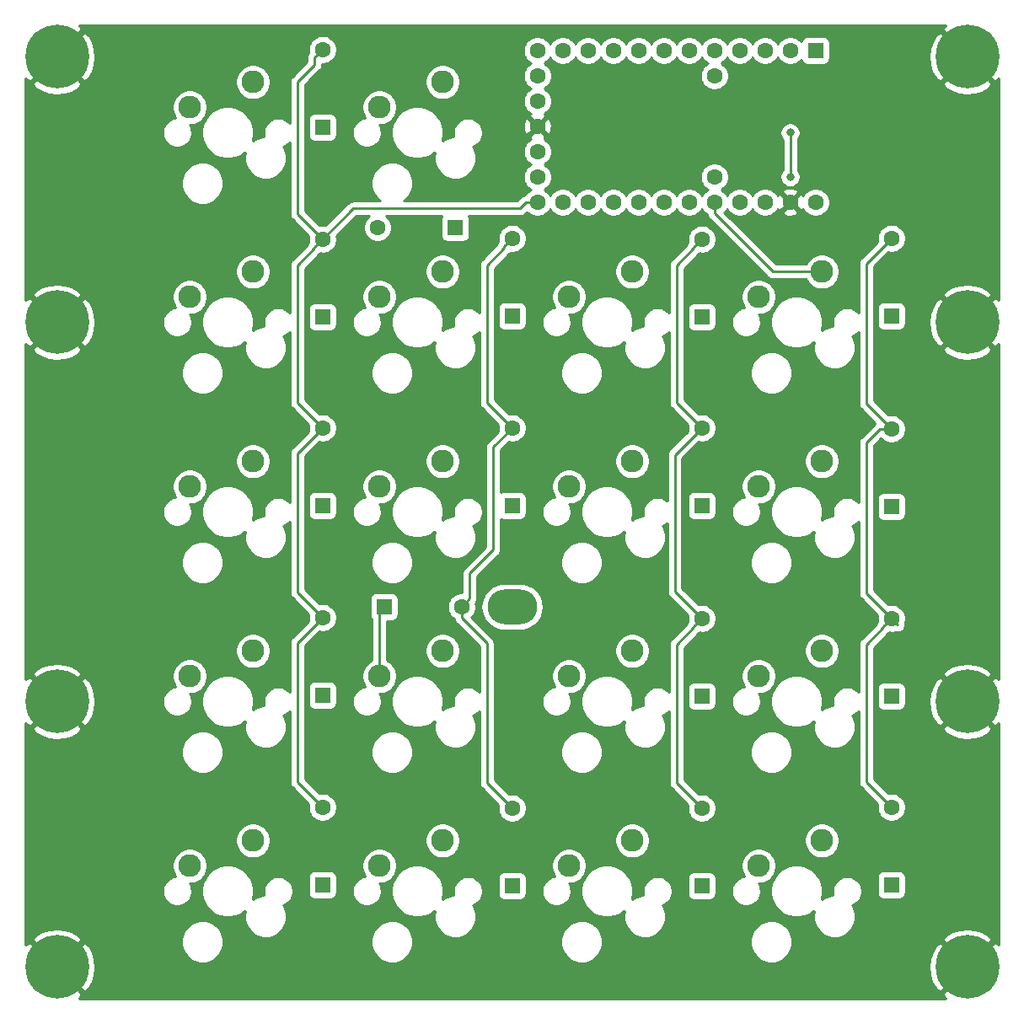
<source format=gbr>
G04 #@! TF.GenerationSoftware,KiCad,Pcbnew,(5.1.2)-2*
G04 #@! TF.CreationDate,2019-08-04T14:17:21-07:00*
G04 #@! TF.ProjectId,pcb v1.2,70636220-7631-42e3-922e-6b696361645f,rev?*
G04 #@! TF.SameCoordinates,Original*
G04 #@! TF.FileFunction,Copper,L1,Top*
G04 #@! TF.FilePolarity,Positive*
%FSLAX46Y46*%
G04 Gerber Fmt 4.6, Leading zero omitted, Abs format (unit mm)*
G04 Created by KiCad (PCBNEW (5.1.2)-2) date 2019-08-04 14:17:21*
%MOMM*%
%LPD*%
G04 APERTURE LIST*
%ADD10O,5.000000X3.500000*%
%ADD11C,1.600000*%
%ADD12R,1.600000X1.600000*%
%ADD13C,2.286000*%
%ADD14C,6.400000*%
%ADD15C,0.800000*%
%ADD16C,0.250000*%
%ADD17C,0.254000*%
G04 APERTURE END LIST*
D10*
X126365000Y-86995000D03*
D11*
X128905000Y-38735000D03*
D12*
X156845000Y-31115000D03*
D11*
X154305000Y-31115000D03*
X151765000Y-31115000D03*
X149225000Y-31115000D03*
X146685000Y-31115000D03*
X144145000Y-31115000D03*
X141605000Y-31115000D03*
X139065000Y-31115000D03*
X136525000Y-31115000D03*
X133985000Y-31115000D03*
X131445000Y-31115000D03*
X128905000Y-31115000D03*
X128905000Y-33655000D03*
X128905000Y-36195000D03*
X128905000Y-41275000D03*
X128905000Y-43815000D03*
X128905000Y-46355000D03*
X131445000Y-46355000D03*
X133985000Y-46355000D03*
X136525000Y-46355000D03*
X139065000Y-46355000D03*
X141605000Y-46355000D03*
X144145000Y-46355000D03*
X146685000Y-46355000D03*
X149225000Y-46355000D03*
X151765000Y-46355000D03*
X154305000Y-46355000D03*
X156845000Y-46355000D03*
X146685000Y-33655000D03*
X146685000Y-43815000D03*
D13*
X132080000Y-74930000D03*
X138430000Y-72390000D03*
D12*
X113485000Y-86995000D03*
D11*
X121285000Y-86995000D03*
D12*
X107315000Y-57875000D03*
D11*
X107315000Y-50075000D03*
D12*
X126365000Y-57785000D03*
D11*
X126365000Y-49985000D03*
D12*
X145415000Y-57875000D03*
D11*
X145415000Y-50075000D03*
D12*
X164465000Y-57785000D03*
D11*
X164465000Y-49985000D03*
X107315000Y-69035000D03*
D12*
X107315000Y-76835000D03*
D11*
X126365000Y-69035000D03*
D12*
X126365000Y-76835000D03*
D11*
X145415000Y-69035000D03*
D12*
X145415000Y-76835000D03*
D11*
X164465000Y-69125000D03*
D12*
X164465000Y-76925000D03*
X107315000Y-95885000D03*
D11*
X107315000Y-88085000D03*
D12*
X145415000Y-95975000D03*
D11*
X145415000Y-88175000D03*
D12*
X164465000Y-95975000D03*
D11*
X164465000Y-88175000D03*
X107315000Y-107135000D03*
D12*
X107315000Y-114935000D03*
D11*
X126365000Y-107225000D03*
D12*
X126365000Y-115025000D03*
D11*
X145415000Y-107225000D03*
D12*
X145415000Y-115025000D03*
D11*
X164465000Y-107135000D03*
D12*
X164465000Y-114935000D03*
X107315000Y-38825000D03*
D11*
X107315000Y-31025000D03*
D13*
X100330000Y-53340000D03*
X93980000Y-55880000D03*
X119380000Y-53340000D03*
X113030000Y-55880000D03*
X138430000Y-53340000D03*
X132080000Y-55880000D03*
X151130000Y-55880000D03*
X157480000Y-53340000D03*
X93980000Y-74930000D03*
X100330000Y-72390000D03*
X119380000Y-72390000D03*
X113030000Y-74930000D03*
X157480000Y-72390000D03*
X151130000Y-74930000D03*
X100330000Y-91440000D03*
X93980000Y-93980000D03*
X113030000Y-93980000D03*
X119380000Y-91440000D03*
X138430000Y-91440000D03*
X132080000Y-93980000D03*
X157480000Y-91440000D03*
X151130000Y-93980000D03*
X93980000Y-113030000D03*
X100330000Y-110490000D03*
X119380000Y-110490000D03*
X113030000Y-113030000D03*
X132080000Y-113030000D03*
X138430000Y-110490000D03*
X151130000Y-113030000D03*
X157480000Y-110490000D03*
X93980000Y-36830000D03*
X100330000Y-34290000D03*
X113030000Y-36830000D03*
X119380000Y-34290000D03*
D12*
X120650000Y-48895000D03*
D11*
X112850000Y-48895000D03*
D14*
X80645000Y-31750000D03*
X172085000Y-31750000D03*
X172085000Y-58420000D03*
X80645000Y-58420000D03*
X80645000Y-96520000D03*
X172085000Y-96520000D03*
X80645000Y-123190000D03*
X172085000Y-123190000D03*
D15*
X154305000Y-43815000D03*
X154305000Y-39370000D03*
D16*
X106515001Y-50874999D02*
X106515001Y-50964999D01*
X107315000Y-50075000D02*
X106515001Y-50874999D01*
X106515001Y-50964999D02*
X104775000Y-52705000D01*
X104775000Y-66495000D02*
X107315000Y-69035000D01*
X104775000Y-52705000D02*
X104775000Y-66495000D01*
X107315000Y-88085000D02*
X104775000Y-90625000D01*
X104775000Y-104595000D02*
X107315000Y-107135000D01*
X104775000Y-90625000D02*
X104775000Y-104595000D01*
X106515001Y-31824999D02*
X106515001Y-32549999D01*
X107315000Y-31025000D02*
X106515001Y-31824999D01*
X106515001Y-32549999D02*
X104775000Y-34290000D01*
X104775000Y-47535000D02*
X107315000Y-50075000D01*
X104775000Y-34290000D02*
X104775000Y-47535000D01*
X107315000Y-69035000D02*
X104775000Y-71575000D01*
X104775000Y-85545000D02*
X107315000Y-88085000D01*
X104775000Y-71575000D02*
X104775000Y-85545000D01*
X127773630Y-46355000D02*
X127138630Y-46990000D01*
X128905000Y-46355000D02*
X127773630Y-46355000D01*
X110400000Y-46990000D02*
X107315000Y-50075000D01*
X127138630Y-46990000D02*
X110400000Y-46990000D01*
X125565001Y-50784999D02*
X125565001Y-50964999D01*
X126365000Y-49985000D02*
X125565001Y-50784999D01*
X125565001Y-50964999D02*
X123825000Y-52705000D01*
X123825000Y-66495000D02*
X126365000Y-69035000D01*
X123825000Y-52705000D02*
X123825000Y-66495000D01*
X126365000Y-69035000D02*
X124460000Y-70940000D01*
X121285000Y-88126370D02*
X123825000Y-90666370D01*
X121285000Y-86995000D02*
X121285000Y-88126370D01*
X123825000Y-104685000D02*
X126365000Y-107225000D01*
X123825000Y-90666370D02*
X123825000Y-104685000D01*
X122084999Y-86195001D02*
X122084999Y-83655001D01*
X121285000Y-86995000D02*
X122084999Y-86195001D01*
X124460000Y-81280000D02*
X124460000Y-70940000D01*
X122084999Y-83655001D02*
X124460000Y-81280000D01*
X144615001Y-88974999D02*
X144615001Y-89064999D01*
X145415000Y-88175000D02*
X144615001Y-88974999D01*
X144615001Y-89064999D02*
X142875000Y-90805000D01*
X142875000Y-104685000D02*
X145415000Y-107225000D01*
X142875000Y-90805000D02*
X142875000Y-104685000D01*
X145415000Y-69035000D02*
X142695000Y-71755000D01*
X142695000Y-85455000D02*
X145415000Y-88175000D01*
X142695000Y-71755000D02*
X142695000Y-85455000D01*
X144615001Y-50874999D02*
X144615001Y-50964999D01*
X145415000Y-50075000D02*
X144615001Y-50874999D01*
X144615001Y-50964999D02*
X142875000Y-52705000D01*
X142875000Y-66495000D02*
X145415000Y-69035000D01*
X142875000Y-52705000D02*
X142875000Y-66495000D01*
X163665001Y-88974999D02*
X163665001Y-89064999D01*
X164465000Y-88175000D02*
X163665001Y-88974999D01*
X163665001Y-89064999D02*
X161925000Y-90805000D01*
X161925000Y-104595000D02*
X164465000Y-107135000D01*
X161925000Y-90805000D02*
X161925000Y-104595000D01*
X163333630Y-69125000D02*
X161925000Y-70533630D01*
X164465000Y-69125000D02*
X163333630Y-69125000D01*
X161925000Y-85635000D02*
X165100000Y-88810000D01*
X161925000Y-70533630D02*
X161925000Y-85635000D01*
X164465000Y-49985000D02*
X161925000Y-52525000D01*
X161925000Y-66585000D02*
X164465000Y-69125000D01*
X161925000Y-52525000D02*
X161925000Y-66585000D01*
X155863554Y-53340000D02*
X157480000Y-53340000D01*
X152538630Y-53340000D02*
X155863554Y-53340000D01*
X146685000Y-47486370D02*
X152538630Y-53340000D01*
X146685000Y-46355000D02*
X146685000Y-47486370D01*
X113030000Y-87450000D02*
X113485000Y-86995000D01*
X113030000Y-93980000D02*
X113030000Y-87450000D01*
X154305000Y-43815000D02*
X154305000Y-39370000D01*
X154305000Y-39370000D02*
X154305000Y-39370000D01*
D17*
G36*
X169563724Y-29049119D02*
G01*
X172085000Y-31570395D01*
X172099143Y-31556253D01*
X172278748Y-31735858D01*
X172264605Y-31750000D01*
X174785881Y-34271276D01*
X175235000Y-33940914D01*
X175235000Y-56229086D01*
X174785881Y-55898724D01*
X172264605Y-58420000D01*
X174785881Y-60941276D01*
X175235000Y-60610914D01*
X175235001Y-94329086D01*
X174785881Y-93998724D01*
X172264605Y-96520000D01*
X174785881Y-99041276D01*
X175235001Y-98710914D01*
X175235001Y-120999087D01*
X174785881Y-120668724D01*
X172264605Y-123190000D01*
X172278748Y-123204143D01*
X172099143Y-123383748D01*
X172085000Y-123369605D01*
X169563724Y-125890881D01*
X169894086Y-126340000D01*
X82835914Y-126340000D01*
X83166276Y-125890881D01*
X80645000Y-123369605D01*
X80630858Y-123383748D01*
X80451253Y-123204143D01*
X80465395Y-123190000D01*
X80824605Y-123190000D01*
X83345881Y-125711276D01*
X83835548Y-125351088D01*
X84195849Y-124687118D01*
X84419694Y-123965615D01*
X84498480Y-123214305D01*
X84494002Y-123165695D01*
X168231520Y-123165695D01*
X168300822Y-123917938D01*
X168515548Y-124642208D01*
X168867445Y-125310670D01*
X168894452Y-125351088D01*
X169384119Y-125711276D01*
X171905395Y-123190000D01*
X169384119Y-120668724D01*
X168894452Y-121028912D01*
X168534151Y-121692882D01*
X168310306Y-122414385D01*
X168231520Y-123165695D01*
X84494002Y-123165695D01*
X84429178Y-122462062D01*
X84214452Y-121737792D01*
X83862555Y-121069330D01*
X83835548Y-121028912D01*
X83345881Y-120668724D01*
X80824605Y-123190000D01*
X80465395Y-123190000D01*
X77944119Y-120668724D01*
X77495000Y-120999086D01*
X77495000Y-120489119D01*
X78123724Y-120489119D01*
X80645000Y-123010395D01*
X83166276Y-120489119D01*
X83129940Y-120439721D01*
X93115000Y-120439721D01*
X93115000Y-120860279D01*
X93197047Y-121272756D01*
X93357988Y-121661302D01*
X93591637Y-122010983D01*
X93889017Y-122308363D01*
X94238698Y-122542012D01*
X94627244Y-122702953D01*
X95039721Y-122785000D01*
X95460279Y-122785000D01*
X95872756Y-122702953D01*
X96261302Y-122542012D01*
X96610983Y-122308363D01*
X96908363Y-122010983D01*
X97142012Y-121661302D01*
X97302953Y-121272756D01*
X97385000Y-120860279D01*
X97385000Y-120439721D01*
X112165000Y-120439721D01*
X112165000Y-120860279D01*
X112247047Y-121272756D01*
X112407988Y-121661302D01*
X112641637Y-122010983D01*
X112939017Y-122308363D01*
X113288698Y-122542012D01*
X113677244Y-122702953D01*
X114089721Y-122785000D01*
X114510279Y-122785000D01*
X114922756Y-122702953D01*
X115311302Y-122542012D01*
X115660983Y-122308363D01*
X115958363Y-122010983D01*
X116192012Y-121661302D01*
X116352953Y-121272756D01*
X116435000Y-120860279D01*
X116435000Y-120439721D01*
X131215000Y-120439721D01*
X131215000Y-120860279D01*
X131297047Y-121272756D01*
X131457988Y-121661302D01*
X131691637Y-122010983D01*
X131989017Y-122308363D01*
X132338698Y-122542012D01*
X132727244Y-122702953D01*
X133139721Y-122785000D01*
X133560279Y-122785000D01*
X133972756Y-122702953D01*
X134361302Y-122542012D01*
X134710983Y-122308363D01*
X135008363Y-122010983D01*
X135242012Y-121661302D01*
X135402953Y-121272756D01*
X135485000Y-120860279D01*
X135485000Y-120439721D01*
X150265000Y-120439721D01*
X150265000Y-120860279D01*
X150347047Y-121272756D01*
X150507988Y-121661302D01*
X150741637Y-122010983D01*
X151039017Y-122308363D01*
X151388698Y-122542012D01*
X151777244Y-122702953D01*
X152189721Y-122785000D01*
X152610279Y-122785000D01*
X153022756Y-122702953D01*
X153411302Y-122542012D01*
X153760983Y-122308363D01*
X154058363Y-122010983D01*
X154292012Y-121661302D01*
X154452953Y-121272756D01*
X154535000Y-120860279D01*
X154535000Y-120489119D01*
X169563724Y-120489119D01*
X172085000Y-123010395D01*
X174606276Y-120489119D01*
X174246088Y-119999452D01*
X173582118Y-119639151D01*
X172860615Y-119415306D01*
X172109305Y-119336520D01*
X171357062Y-119405822D01*
X170632792Y-119620548D01*
X169964330Y-119972445D01*
X169923912Y-119999452D01*
X169563724Y-120489119D01*
X154535000Y-120489119D01*
X154535000Y-120439721D01*
X154452953Y-120027244D01*
X154292012Y-119638698D01*
X154058363Y-119289017D01*
X153760983Y-118991637D01*
X153411302Y-118757988D01*
X153022756Y-118597047D01*
X152610279Y-118515000D01*
X152189721Y-118515000D01*
X151777244Y-118597047D01*
X151388698Y-118757988D01*
X151039017Y-118991637D01*
X150741637Y-119289017D01*
X150507988Y-119638698D01*
X150347047Y-120027244D01*
X150265000Y-120439721D01*
X135485000Y-120439721D01*
X135402953Y-120027244D01*
X135242012Y-119638698D01*
X135008363Y-119289017D01*
X134710983Y-118991637D01*
X134361302Y-118757988D01*
X133972756Y-118597047D01*
X133560279Y-118515000D01*
X133139721Y-118515000D01*
X132727244Y-118597047D01*
X132338698Y-118757988D01*
X131989017Y-118991637D01*
X131691637Y-119289017D01*
X131457988Y-119638698D01*
X131297047Y-120027244D01*
X131215000Y-120439721D01*
X116435000Y-120439721D01*
X116352953Y-120027244D01*
X116192012Y-119638698D01*
X115958363Y-119289017D01*
X115660983Y-118991637D01*
X115311302Y-118757988D01*
X114922756Y-118597047D01*
X114510279Y-118515000D01*
X114089721Y-118515000D01*
X113677244Y-118597047D01*
X113288698Y-118757988D01*
X112939017Y-118991637D01*
X112641637Y-119289017D01*
X112407988Y-119638698D01*
X112247047Y-120027244D01*
X112165000Y-120439721D01*
X97385000Y-120439721D01*
X97302953Y-120027244D01*
X97142012Y-119638698D01*
X96908363Y-119289017D01*
X96610983Y-118991637D01*
X96261302Y-118757988D01*
X95872756Y-118597047D01*
X95460279Y-118515000D01*
X95039721Y-118515000D01*
X94627244Y-118597047D01*
X94238698Y-118757988D01*
X93889017Y-118991637D01*
X93591637Y-119289017D01*
X93357988Y-119638698D01*
X93197047Y-120027244D01*
X93115000Y-120439721D01*
X83129940Y-120439721D01*
X82806088Y-119999452D01*
X82142118Y-119639151D01*
X81420615Y-119415306D01*
X80669305Y-119336520D01*
X79917062Y-119405822D01*
X79192792Y-119620548D01*
X78524330Y-119972445D01*
X78483912Y-119999452D01*
X78123724Y-120489119D01*
X77495000Y-120489119D01*
X77495000Y-115423652D01*
X91224100Y-115423652D01*
X91224100Y-115716348D01*
X91281202Y-116003421D01*
X91393212Y-116273838D01*
X91555826Y-116517206D01*
X91762794Y-116724174D01*
X92006162Y-116886788D01*
X92276579Y-116998798D01*
X92563652Y-117055900D01*
X92856348Y-117055900D01*
X93143421Y-116998798D01*
X93413838Y-116886788D01*
X93657206Y-116724174D01*
X93864174Y-116517206D01*
X94026788Y-116273838D01*
X94138798Y-116003421D01*
X94195900Y-115716348D01*
X94195900Y-115423652D01*
X94173508Y-115311076D01*
X95161100Y-115311076D01*
X95161100Y-115828924D01*
X95262127Y-116336822D01*
X95460299Y-116815251D01*
X95748000Y-117245826D01*
X96114174Y-117612000D01*
X96544749Y-117899701D01*
X97023178Y-118097873D01*
X97531076Y-118198900D01*
X98048924Y-118198900D01*
X98556822Y-118097873D01*
X99035251Y-117899701D01*
X99465826Y-117612000D01*
X99536237Y-117541589D01*
X99465000Y-117899721D01*
X99465000Y-118320279D01*
X99547047Y-118732756D01*
X99707988Y-119121302D01*
X99941637Y-119470983D01*
X100239017Y-119768363D01*
X100588698Y-120002012D01*
X100977244Y-120162953D01*
X101389721Y-120245000D01*
X101810279Y-120245000D01*
X102222756Y-120162953D01*
X102611302Y-120002012D01*
X102960983Y-119768363D01*
X103258363Y-119470983D01*
X103492012Y-119121302D01*
X103652953Y-118732756D01*
X103735000Y-118320279D01*
X103735000Y-117899721D01*
X103652953Y-117487244D01*
X103492012Y-117098698D01*
X103398850Y-116959270D01*
X103573838Y-116886788D01*
X103817206Y-116724174D01*
X104024174Y-116517206D01*
X104186788Y-116273838D01*
X104298798Y-116003421D01*
X104355900Y-115716348D01*
X104355900Y-115423652D01*
X104298798Y-115136579D01*
X104186788Y-114866162D01*
X104024174Y-114622794D01*
X103817206Y-114415826D01*
X103573838Y-114253212D01*
X103303421Y-114141202D01*
X103272242Y-114135000D01*
X105876928Y-114135000D01*
X105876928Y-115735000D01*
X105889188Y-115859482D01*
X105925498Y-115979180D01*
X105984463Y-116089494D01*
X106063815Y-116186185D01*
X106160506Y-116265537D01*
X106270820Y-116324502D01*
X106390518Y-116360812D01*
X106515000Y-116373072D01*
X108115000Y-116373072D01*
X108239482Y-116360812D01*
X108359180Y-116324502D01*
X108469494Y-116265537D01*
X108566185Y-116186185D01*
X108645537Y-116089494D01*
X108704502Y-115979180D01*
X108740812Y-115859482D01*
X108753072Y-115735000D01*
X108753072Y-115423652D01*
X110274100Y-115423652D01*
X110274100Y-115716348D01*
X110331202Y-116003421D01*
X110443212Y-116273838D01*
X110605826Y-116517206D01*
X110812794Y-116724174D01*
X111056162Y-116886788D01*
X111326579Y-116998798D01*
X111613652Y-117055900D01*
X111906348Y-117055900D01*
X112193421Y-116998798D01*
X112463838Y-116886788D01*
X112707206Y-116724174D01*
X112914174Y-116517206D01*
X113076788Y-116273838D01*
X113188798Y-116003421D01*
X113245900Y-115716348D01*
X113245900Y-115423652D01*
X113223508Y-115311076D01*
X114211100Y-115311076D01*
X114211100Y-115828924D01*
X114312127Y-116336822D01*
X114510299Y-116815251D01*
X114798000Y-117245826D01*
X115164174Y-117612000D01*
X115594749Y-117899701D01*
X116073178Y-118097873D01*
X116581076Y-118198900D01*
X117098924Y-118198900D01*
X117606822Y-118097873D01*
X118085251Y-117899701D01*
X118515826Y-117612000D01*
X118586237Y-117541589D01*
X118515000Y-117899721D01*
X118515000Y-118320279D01*
X118597047Y-118732756D01*
X118757988Y-119121302D01*
X118991637Y-119470983D01*
X119289017Y-119768363D01*
X119638698Y-120002012D01*
X120027244Y-120162953D01*
X120439721Y-120245000D01*
X120860279Y-120245000D01*
X121272756Y-120162953D01*
X121661302Y-120002012D01*
X122010983Y-119768363D01*
X122308363Y-119470983D01*
X122542012Y-119121302D01*
X122702953Y-118732756D01*
X122785000Y-118320279D01*
X122785000Y-117899721D01*
X122702953Y-117487244D01*
X122542012Y-117098698D01*
X122448850Y-116959270D01*
X122623838Y-116886788D01*
X122867206Y-116724174D01*
X123074174Y-116517206D01*
X123236788Y-116273838D01*
X123348798Y-116003421D01*
X123405900Y-115716348D01*
X123405900Y-115423652D01*
X123348798Y-115136579D01*
X123236788Y-114866162D01*
X123074174Y-114622794D01*
X122867206Y-114415826D01*
X122623838Y-114253212D01*
X122555728Y-114225000D01*
X124926928Y-114225000D01*
X124926928Y-115825000D01*
X124939188Y-115949482D01*
X124975498Y-116069180D01*
X125034463Y-116179494D01*
X125113815Y-116276185D01*
X125210506Y-116355537D01*
X125320820Y-116414502D01*
X125440518Y-116450812D01*
X125565000Y-116463072D01*
X127165000Y-116463072D01*
X127289482Y-116450812D01*
X127409180Y-116414502D01*
X127519494Y-116355537D01*
X127616185Y-116276185D01*
X127695537Y-116179494D01*
X127754502Y-116069180D01*
X127790812Y-115949482D01*
X127803072Y-115825000D01*
X127803072Y-115423652D01*
X129324100Y-115423652D01*
X129324100Y-115716348D01*
X129381202Y-116003421D01*
X129493212Y-116273838D01*
X129655826Y-116517206D01*
X129862794Y-116724174D01*
X130106162Y-116886788D01*
X130376579Y-116998798D01*
X130663652Y-117055900D01*
X130956348Y-117055900D01*
X131243421Y-116998798D01*
X131513838Y-116886788D01*
X131757206Y-116724174D01*
X131964174Y-116517206D01*
X132126788Y-116273838D01*
X132238798Y-116003421D01*
X132295900Y-115716348D01*
X132295900Y-115423652D01*
X132273508Y-115311076D01*
X133261100Y-115311076D01*
X133261100Y-115828924D01*
X133362127Y-116336822D01*
X133560299Y-116815251D01*
X133848000Y-117245826D01*
X134214174Y-117612000D01*
X134644749Y-117899701D01*
X135123178Y-118097873D01*
X135631076Y-118198900D01*
X136148924Y-118198900D01*
X136656822Y-118097873D01*
X137135251Y-117899701D01*
X137565826Y-117612000D01*
X137636237Y-117541589D01*
X137565000Y-117899721D01*
X137565000Y-118320279D01*
X137647047Y-118732756D01*
X137807988Y-119121302D01*
X138041637Y-119470983D01*
X138339017Y-119768363D01*
X138688698Y-120002012D01*
X139077244Y-120162953D01*
X139489721Y-120245000D01*
X139910279Y-120245000D01*
X140322756Y-120162953D01*
X140711302Y-120002012D01*
X141060983Y-119768363D01*
X141358363Y-119470983D01*
X141592012Y-119121302D01*
X141752953Y-118732756D01*
X141835000Y-118320279D01*
X141835000Y-117899721D01*
X141752953Y-117487244D01*
X141592012Y-117098698D01*
X141498850Y-116959270D01*
X141673838Y-116886788D01*
X141917206Y-116724174D01*
X142124174Y-116517206D01*
X142286788Y-116273838D01*
X142398798Y-116003421D01*
X142455900Y-115716348D01*
X142455900Y-115423652D01*
X142398798Y-115136579D01*
X142286788Y-114866162D01*
X142124174Y-114622794D01*
X141917206Y-114415826D01*
X141673838Y-114253212D01*
X141605728Y-114225000D01*
X143976928Y-114225000D01*
X143976928Y-115825000D01*
X143989188Y-115949482D01*
X144025498Y-116069180D01*
X144084463Y-116179494D01*
X144163815Y-116276185D01*
X144260506Y-116355537D01*
X144370820Y-116414502D01*
X144490518Y-116450812D01*
X144615000Y-116463072D01*
X146215000Y-116463072D01*
X146339482Y-116450812D01*
X146459180Y-116414502D01*
X146569494Y-116355537D01*
X146666185Y-116276185D01*
X146745537Y-116179494D01*
X146804502Y-116069180D01*
X146840812Y-115949482D01*
X146853072Y-115825000D01*
X146853072Y-115423652D01*
X148374100Y-115423652D01*
X148374100Y-115716348D01*
X148431202Y-116003421D01*
X148543212Y-116273838D01*
X148705826Y-116517206D01*
X148912794Y-116724174D01*
X149156162Y-116886788D01*
X149426579Y-116998798D01*
X149713652Y-117055900D01*
X150006348Y-117055900D01*
X150293421Y-116998798D01*
X150563838Y-116886788D01*
X150807206Y-116724174D01*
X151014174Y-116517206D01*
X151176788Y-116273838D01*
X151288798Y-116003421D01*
X151345900Y-115716348D01*
X151345900Y-115423652D01*
X151323508Y-115311076D01*
X152311100Y-115311076D01*
X152311100Y-115828924D01*
X152412127Y-116336822D01*
X152610299Y-116815251D01*
X152898000Y-117245826D01*
X153264174Y-117612000D01*
X153694749Y-117899701D01*
X154173178Y-118097873D01*
X154681076Y-118198900D01*
X155198924Y-118198900D01*
X155706822Y-118097873D01*
X156185251Y-117899701D01*
X156615826Y-117612000D01*
X156686237Y-117541589D01*
X156615000Y-117899721D01*
X156615000Y-118320279D01*
X156697047Y-118732756D01*
X156857988Y-119121302D01*
X157091637Y-119470983D01*
X157389017Y-119768363D01*
X157738698Y-120002012D01*
X158127244Y-120162953D01*
X158539721Y-120245000D01*
X158960279Y-120245000D01*
X159372756Y-120162953D01*
X159761302Y-120002012D01*
X160110983Y-119768363D01*
X160408363Y-119470983D01*
X160642012Y-119121302D01*
X160802953Y-118732756D01*
X160885000Y-118320279D01*
X160885000Y-117899721D01*
X160802953Y-117487244D01*
X160642012Y-117098698D01*
X160548850Y-116959270D01*
X160723838Y-116886788D01*
X160967206Y-116724174D01*
X161174174Y-116517206D01*
X161336788Y-116273838D01*
X161448798Y-116003421D01*
X161505900Y-115716348D01*
X161505900Y-115423652D01*
X161448798Y-115136579D01*
X161336788Y-114866162D01*
X161174174Y-114622794D01*
X160967206Y-114415826D01*
X160723838Y-114253212D01*
X160453421Y-114141202D01*
X160422242Y-114135000D01*
X163026928Y-114135000D01*
X163026928Y-115735000D01*
X163039188Y-115859482D01*
X163075498Y-115979180D01*
X163134463Y-116089494D01*
X163213815Y-116186185D01*
X163310506Y-116265537D01*
X163420820Y-116324502D01*
X163540518Y-116360812D01*
X163665000Y-116373072D01*
X165265000Y-116373072D01*
X165389482Y-116360812D01*
X165509180Y-116324502D01*
X165619494Y-116265537D01*
X165716185Y-116186185D01*
X165795537Y-116089494D01*
X165854502Y-115979180D01*
X165890812Y-115859482D01*
X165903072Y-115735000D01*
X165903072Y-114135000D01*
X165890812Y-114010518D01*
X165854502Y-113890820D01*
X165795537Y-113780506D01*
X165716185Y-113683815D01*
X165619494Y-113604463D01*
X165509180Y-113545498D01*
X165389482Y-113509188D01*
X165265000Y-113496928D01*
X163665000Y-113496928D01*
X163540518Y-113509188D01*
X163420820Y-113545498D01*
X163310506Y-113604463D01*
X163213815Y-113683815D01*
X163134463Y-113780506D01*
X163075498Y-113890820D01*
X163039188Y-114010518D01*
X163026928Y-114135000D01*
X160422242Y-114135000D01*
X160166348Y-114084100D01*
X159873652Y-114084100D01*
X159586579Y-114141202D01*
X159316162Y-114253212D01*
X159072794Y-114415826D01*
X158865826Y-114622794D01*
X158703212Y-114866162D01*
X158591202Y-115136579D01*
X158534100Y-115423652D01*
X158534100Y-115716348D01*
X158585549Y-115975000D01*
X158539721Y-115975000D01*
X158127244Y-116057047D01*
X157738698Y-116217988D01*
X157432292Y-116422721D01*
X157467873Y-116336822D01*
X157568900Y-115828924D01*
X157568900Y-115311076D01*
X157467873Y-114803178D01*
X157269701Y-114324749D01*
X156982000Y-113894174D01*
X156615826Y-113528000D01*
X156185251Y-113240299D01*
X155706822Y-113042127D01*
X155198924Y-112941100D01*
X154681076Y-112941100D01*
X154173178Y-113042127D01*
X153694749Y-113240299D01*
X153264174Y-113528000D01*
X152898000Y-113894174D01*
X152610299Y-114324749D01*
X152412127Y-114803178D01*
X152311100Y-115311076D01*
X151323508Y-115311076D01*
X151288798Y-115136579D01*
X151176788Y-114866162D01*
X151137925Y-114808000D01*
X151305118Y-114808000D01*
X151648623Y-114739672D01*
X151972199Y-114605643D01*
X152263409Y-114411063D01*
X152511063Y-114163409D01*
X152705643Y-113872199D01*
X152839672Y-113548623D01*
X152908000Y-113205118D01*
X152908000Y-112854882D01*
X152839672Y-112511377D01*
X152705643Y-112187801D01*
X152511063Y-111896591D01*
X152263409Y-111648937D01*
X151972199Y-111454357D01*
X151648623Y-111320328D01*
X151305118Y-111252000D01*
X150954882Y-111252000D01*
X150611377Y-111320328D01*
X150287801Y-111454357D01*
X149996591Y-111648937D01*
X149748937Y-111896591D01*
X149554357Y-112187801D01*
X149420328Y-112511377D01*
X149352000Y-112854882D01*
X149352000Y-113205118D01*
X149420328Y-113548623D01*
X149554357Y-113872199D01*
X149698022Y-114087209D01*
X149426579Y-114141202D01*
X149156162Y-114253212D01*
X148912794Y-114415826D01*
X148705826Y-114622794D01*
X148543212Y-114866162D01*
X148431202Y-115136579D01*
X148374100Y-115423652D01*
X146853072Y-115423652D01*
X146853072Y-114225000D01*
X146840812Y-114100518D01*
X146804502Y-113980820D01*
X146745537Y-113870506D01*
X146666185Y-113773815D01*
X146569494Y-113694463D01*
X146459180Y-113635498D01*
X146339482Y-113599188D01*
X146215000Y-113586928D01*
X144615000Y-113586928D01*
X144490518Y-113599188D01*
X144370820Y-113635498D01*
X144260506Y-113694463D01*
X144163815Y-113773815D01*
X144084463Y-113870506D01*
X144025498Y-113980820D01*
X143989188Y-114100518D01*
X143976928Y-114225000D01*
X141605728Y-114225000D01*
X141403421Y-114141202D01*
X141116348Y-114084100D01*
X140823652Y-114084100D01*
X140536579Y-114141202D01*
X140266162Y-114253212D01*
X140022794Y-114415826D01*
X139815826Y-114622794D01*
X139653212Y-114866162D01*
X139541202Y-115136579D01*
X139484100Y-115423652D01*
X139484100Y-115716348D01*
X139535549Y-115975000D01*
X139489721Y-115975000D01*
X139077244Y-116057047D01*
X138688698Y-116217988D01*
X138382292Y-116422721D01*
X138417873Y-116336822D01*
X138518900Y-115828924D01*
X138518900Y-115311076D01*
X138417873Y-114803178D01*
X138219701Y-114324749D01*
X137932000Y-113894174D01*
X137565826Y-113528000D01*
X137135251Y-113240299D01*
X136656822Y-113042127D01*
X136148924Y-112941100D01*
X135631076Y-112941100D01*
X135123178Y-113042127D01*
X134644749Y-113240299D01*
X134214174Y-113528000D01*
X133848000Y-113894174D01*
X133560299Y-114324749D01*
X133362127Y-114803178D01*
X133261100Y-115311076D01*
X132273508Y-115311076D01*
X132238798Y-115136579D01*
X132126788Y-114866162D01*
X132087925Y-114808000D01*
X132255118Y-114808000D01*
X132598623Y-114739672D01*
X132922199Y-114605643D01*
X133213409Y-114411063D01*
X133461063Y-114163409D01*
X133655643Y-113872199D01*
X133789672Y-113548623D01*
X133858000Y-113205118D01*
X133858000Y-112854882D01*
X133789672Y-112511377D01*
X133655643Y-112187801D01*
X133461063Y-111896591D01*
X133213409Y-111648937D01*
X132922199Y-111454357D01*
X132598623Y-111320328D01*
X132255118Y-111252000D01*
X131904882Y-111252000D01*
X131561377Y-111320328D01*
X131237801Y-111454357D01*
X130946591Y-111648937D01*
X130698937Y-111896591D01*
X130504357Y-112187801D01*
X130370328Y-112511377D01*
X130302000Y-112854882D01*
X130302000Y-113205118D01*
X130370328Y-113548623D01*
X130504357Y-113872199D01*
X130648022Y-114087209D01*
X130376579Y-114141202D01*
X130106162Y-114253212D01*
X129862794Y-114415826D01*
X129655826Y-114622794D01*
X129493212Y-114866162D01*
X129381202Y-115136579D01*
X129324100Y-115423652D01*
X127803072Y-115423652D01*
X127803072Y-114225000D01*
X127790812Y-114100518D01*
X127754502Y-113980820D01*
X127695537Y-113870506D01*
X127616185Y-113773815D01*
X127519494Y-113694463D01*
X127409180Y-113635498D01*
X127289482Y-113599188D01*
X127165000Y-113586928D01*
X125565000Y-113586928D01*
X125440518Y-113599188D01*
X125320820Y-113635498D01*
X125210506Y-113694463D01*
X125113815Y-113773815D01*
X125034463Y-113870506D01*
X124975498Y-113980820D01*
X124939188Y-114100518D01*
X124926928Y-114225000D01*
X122555728Y-114225000D01*
X122353421Y-114141202D01*
X122066348Y-114084100D01*
X121773652Y-114084100D01*
X121486579Y-114141202D01*
X121216162Y-114253212D01*
X120972794Y-114415826D01*
X120765826Y-114622794D01*
X120603212Y-114866162D01*
X120491202Y-115136579D01*
X120434100Y-115423652D01*
X120434100Y-115716348D01*
X120485549Y-115975000D01*
X120439721Y-115975000D01*
X120027244Y-116057047D01*
X119638698Y-116217988D01*
X119332292Y-116422721D01*
X119367873Y-116336822D01*
X119468900Y-115828924D01*
X119468900Y-115311076D01*
X119367873Y-114803178D01*
X119169701Y-114324749D01*
X118882000Y-113894174D01*
X118515826Y-113528000D01*
X118085251Y-113240299D01*
X117606822Y-113042127D01*
X117098924Y-112941100D01*
X116581076Y-112941100D01*
X116073178Y-113042127D01*
X115594749Y-113240299D01*
X115164174Y-113528000D01*
X114798000Y-113894174D01*
X114510299Y-114324749D01*
X114312127Y-114803178D01*
X114211100Y-115311076D01*
X113223508Y-115311076D01*
X113188798Y-115136579D01*
X113076788Y-114866162D01*
X113037925Y-114808000D01*
X113205118Y-114808000D01*
X113548623Y-114739672D01*
X113872199Y-114605643D01*
X114163409Y-114411063D01*
X114411063Y-114163409D01*
X114605643Y-113872199D01*
X114739672Y-113548623D01*
X114808000Y-113205118D01*
X114808000Y-112854882D01*
X114739672Y-112511377D01*
X114605643Y-112187801D01*
X114411063Y-111896591D01*
X114163409Y-111648937D01*
X113872199Y-111454357D01*
X113548623Y-111320328D01*
X113205118Y-111252000D01*
X112854882Y-111252000D01*
X112511377Y-111320328D01*
X112187801Y-111454357D01*
X111896591Y-111648937D01*
X111648937Y-111896591D01*
X111454357Y-112187801D01*
X111320328Y-112511377D01*
X111252000Y-112854882D01*
X111252000Y-113205118D01*
X111320328Y-113548623D01*
X111454357Y-113872199D01*
X111598022Y-114087209D01*
X111326579Y-114141202D01*
X111056162Y-114253212D01*
X110812794Y-114415826D01*
X110605826Y-114622794D01*
X110443212Y-114866162D01*
X110331202Y-115136579D01*
X110274100Y-115423652D01*
X108753072Y-115423652D01*
X108753072Y-114135000D01*
X108740812Y-114010518D01*
X108704502Y-113890820D01*
X108645537Y-113780506D01*
X108566185Y-113683815D01*
X108469494Y-113604463D01*
X108359180Y-113545498D01*
X108239482Y-113509188D01*
X108115000Y-113496928D01*
X106515000Y-113496928D01*
X106390518Y-113509188D01*
X106270820Y-113545498D01*
X106160506Y-113604463D01*
X106063815Y-113683815D01*
X105984463Y-113780506D01*
X105925498Y-113890820D01*
X105889188Y-114010518D01*
X105876928Y-114135000D01*
X103272242Y-114135000D01*
X103016348Y-114084100D01*
X102723652Y-114084100D01*
X102436579Y-114141202D01*
X102166162Y-114253212D01*
X101922794Y-114415826D01*
X101715826Y-114622794D01*
X101553212Y-114866162D01*
X101441202Y-115136579D01*
X101384100Y-115423652D01*
X101384100Y-115716348D01*
X101435549Y-115975000D01*
X101389721Y-115975000D01*
X100977244Y-116057047D01*
X100588698Y-116217988D01*
X100282292Y-116422721D01*
X100317873Y-116336822D01*
X100418900Y-115828924D01*
X100418900Y-115311076D01*
X100317873Y-114803178D01*
X100119701Y-114324749D01*
X99832000Y-113894174D01*
X99465826Y-113528000D01*
X99035251Y-113240299D01*
X98556822Y-113042127D01*
X98048924Y-112941100D01*
X97531076Y-112941100D01*
X97023178Y-113042127D01*
X96544749Y-113240299D01*
X96114174Y-113528000D01*
X95748000Y-113894174D01*
X95460299Y-114324749D01*
X95262127Y-114803178D01*
X95161100Y-115311076D01*
X94173508Y-115311076D01*
X94138798Y-115136579D01*
X94026788Y-114866162D01*
X93987925Y-114808000D01*
X94155118Y-114808000D01*
X94498623Y-114739672D01*
X94822199Y-114605643D01*
X95113409Y-114411063D01*
X95361063Y-114163409D01*
X95555643Y-113872199D01*
X95689672Y-113548623D01*
X95758000Y-113205118D01*
X95758000Y-112854882D01*
X95689672Y-112511377D01*
X95555643Y-112187801D01*
X95361063Y-111896591D01*
X95113409Y-111648937D01*
X94822199Y-111454357D01*
X94498623Y-111320328D01*
X94155118Y-111252000D01*
X93804882Y-111252000D01*
X93461377Y-111320328D01*
X93137801Y-111454357D01*
X92846591Y-111648937D01*
X92598937Y-111896591D01*
X92404357Y-112187801D01*
X92270328Y-112511377D01*
X92202000Y-112854882D01*
X92202000Y-113205118D01*
X92270328Y-113548623D01*
X92404357Y-113872199D01*
X92548022Y-114087209D01*
X92276579Y-114141202D01*
X92006162Y-114253212D01*
X91762794Y-114415826D01*
X91555826Y-114622794D01*
X91393212Y-114866162D01*
X91281202Y-115136579D01*
X91224100Y-115423652D01*
X77495000Y-115423652D01*
X77495000Y-110314882D01*
X98552000Y-110314882D01*
X98552000Y-110665118D01*
X98620328Y-111008623D01*
X98754357Y-111332199D01*
X98948937Y-111623409D01*
X99196591Y-111871063D01*
X99487801Y-112065643D01*
X99811377Y-112199672D01*
X100154882Y-112268000D01*
X100505118Y-112268000D01*
X100848623Y-112199672D01*
X101172199Y-112065643D01*
X101463409Y-111871063D01*
X101711063Y-111623409D01*
X101905643Y-111332199D01*
X102039672Y-111008623D01*
X102108000Y-110665118D01*
X102108000Y-110314882D01*
X117602000Y-110314882D01*
X117602000Y-110665118D01*
X117670328Y-111008623D01*
X117804357Y-111332199D01*
X117998937Y-111623409D01*
X118246591Y-111871063D01*
X118537801Y-112065643D01*
X118861377Y-112199672D01*
X119204882Y-112268000D01*
X119555118Y-112268000D01*
X119898623Y-112199672D01*
X120222199Y-112065643D01*
X120513409Y-111871063D01*
X120761063Y-111623409D01*
X120955643Y-111332199D01*
X121089672Y-111008623D01*
X121158000Y-110665118D01*
X121158000Y-110314882D01*
X136652000Y-110314882D01*
X136652000Y-110665118D01*
X136720328Y-111008623D01*
X136854357Y-111332199D01*
X137048937Y-111623409D01*
X137296591Y-111871063D01*
X137587801Y-112065643D01*
X137911377Y-112199672D01*
X138254882Y-112268000D01*
X138605118Y-112268000D01*
X138948623Y-112199672D01*
X139272199Y-112065643D01*
X139563409Y-111871063D01*
X139811063Y-111623409D01*
X140005643Y-111332199D01*
X140139672Y-111008623D01*
X140208000Y-110665118D01*
X140208000Y-110314882D01*
X155702000Y-110314882D01*
X155702000Y-110665118D01*
X155770328Y-111008623D01*
X155904357Y-111332199D01*
X156098937Y-111623409D01*
X156346591Y-111871063D01*
X156637801Y-112065643D01*
X156961377Y-112199672D01*
X157304882Y-112268000D01*
X157655118Y-112268000D01*
X157998623Y-112199672D01*
X158322199Y-112065643D01*
X158613409Y-111871063D01*
X158861063Y-111623409D01*
X159055643Y-111332199D01*
X159189672Y-111008623D01*
X159258000Y-110665118D01*
X159258000Y-110314882D01*
X159189672Y-109971377D01*
X159055643Y-109647801D01*
X158861063Y-109356591D01*
X158613409Y-109108937D01*
X158322199Y-108914357D01*
X157998623Y-108780328D01*
X157655118Y-108712000D01*
X157304882Y-108712000D01*
X156961377Y-108780328D01*
X156637801Y-108914357D01*
X156346591Y-109108937D01*
X156098937Y-109356591D01*
X155904357Y-109647801D01*
X155770328Y-109971377D01*
X155702000Y-110314882D01*
X140208000Y-110314882D01*
X140139672Y-109971377D01*
X140005643Y-109647801D01*
X139811063Y-109356591D01*
X139563409Y-109108937D01*
X139272199Y-108914357D01*
X138948623Y-108780328D01*
X138605118Y-108712000D01*
X138254882Y-108712000D01*
X137911377Y-108780328D01*
X137587801Y-108914357D01*
X137296591Y-109108937D01*
X137048937Y-109356591D01*
X136854357Y-109647801D01*
X136720328Y-109971377D01*
X136652000Y-110314882D01*
X121158000Y-110314882D01*
X121089672Y-109971377D01*
X120955643Y-109647801D01*
X120761063Y-109356591D01*
X120513409Y-109108937D01*
X120222199Y-108914357D01*
X119898623Y-108780328D01*
X119555118Y-108712000D01*
X119204882Y-108712000D01*
X118861377Y-108780328D01*
X118537801Y-108914357D01*
X118246591Y-109108937D01*
X117998937Y-109356591D01*
X117804357Y-109647801D01*
X117670328Y-109971377D01*
X117602000Y-110314882D01*
X102108000Y-110314882D01*
X102039672Y-109971377D01*
X101905643Y-109647801D01*
X101711063Y-109356591D01*
X101463409Y-109108937D01*
X101172199Y-108914357D01*
X100848623Y-108780328D01*
X100505118Y-108712000D01*
X100154882Y-108712000D01*
X99811377Y-108780328D01*
X99487801Y-108914357D01*
X99196591Y-109108937D01*
X98948937Y-109356591D01*
X98754357Y-109647801D01*
X98620328Y-109971377D01*
X98552000Y-110314882D01*
X77495000Y-110314882D01*
X77495000Y-101389721D01*
X93115000Y-101389721D01*
X93115000Y-101810279D01*
X93197047Y-102222756D01*
X93357988Y-102611302D01*
X93591637Y-102960983D01*
X93889017Y-103258363D01*
X94238698Y-103492012D01*
X94627244Y-103652953D01*
X95039721Y-103735000D01*
X95460279Y-103735000D01*
X95872756Y-103652953D01*
X96261302Y-103492012D01*
X96610983Y-103258363D01*
X96908363Y-102960983D01*
X97142012Y-102611302D01*
X97302953Y-102222756D01*
X97385000Y-101810279D01*
X97385000Y-101389721D01*
X97302953Y-100977244D01*
X97142012Y-100588698D01*
X96908363Y-100239017D01*
X96610983Y-99941637D01*
X96261302Y-99707988D01*
X95872756Y-99547047D01*
X95460279Y-99465000D01*
X95039721Y-99465000D01*
X94627244Y-99547047D01*
X94238698Y-99707988D01*
X93889017Y-99941637D01*
X93591637Y-100239017D01*
X93357988Y-100588698D01*
X93197047Y-100977244D01*
X93115000Y-101389721D01*
X77495000Y-101389721D01*
X77495000Y-99220881D01*
X78123724Y-99220881D01*
X78483912Y-99710548D01*
X79147882Y-100070849D01*
X79869385Y-100294694D01*
X80620695Y-100373480D01*
X81372938Y-100304178D01*
X82097208Y-100089452D01*
X82765670Y-99737555D01*
X82806088Y-99710548D01*
X83166276Y-99220881D01*
X80645000Y-96699605D01*
X78123724Y-99220881D01*
X77495000Y-99220881D01*
X77495000Y-98710914D01*
X77944119Y-99041276D01*
X80465395Y-96520000D01*
X80824605Y-96520000D01*
X83345881Y-99041276D01*
X83835548Y-98681088D01*
X84195849Y-98017118D01*
X84419694Y-97295615D01*
X84498480Y-96544305D01*
X84482759Y-96373652D01*
X91224100Y-96373652D01*
X91224100Y-96666348D01*
X91281202Y-96953421D01*
X91393212Y-97223838D01*
X91555826Y-97467206D01*
X91762794Y-97674174D01*
X92006162Y-97836788D01*
X92276579Y-97948798D01*
X92563652Y-98005900D01*
X92856348Y-98005900D01*
X93143421Y-97948798D01*
X93413838Y-97836788D01*
X93657206Y-97674174D01*
X93864174Y-97467206D01*
X94026788Y-97223838D01*
X94138798Y-96953421D01*
X94195900Y-96666348D01*
X94195900Y-96373652D01*
X94138798Y-96086579D01*
X94026788Y-95816162D01*
X93987925Y-95758000D01*
X94155118Y-95758000D01*
X94498623Y-95689672D01*
X94822199Y-95555643D01*
X95113409Y-95361063D01*
X95361063Y-95113409D01*
X95555643Y-94822199D01*
X95689672Y-94498623D01*
X95758000Y-94155118D01*
X95758000Y-93804882D01*
X95689672Y-93461377D01*
X95555643Y-93137801D01*
X95361063Y-92846591D01*
X95113409Y-92598937D01*
X94822199Y-92404357D01*
X94498623Y-92270328D01*
X94155118Y-92202000D01*
X93804882Y-92202000D01*
X93461377Y-92270328D01*
X93137801Y-92404357D01*
X92846591Y-92598937D01*
X92598937Y-92846591D01*
X92404357Y-93137801D01*
X92270328Y-93461377D01*
X92202000Y-93804882D01*
X92202000Y-94155118D01*
X92270328Y-94498623D01*
X92404357Y-94822199D01*
X92548022Y-95037209D01*
X92276579Y-95091202D01*
X92006162Y-95203212D01*
X91762794Y-95365826D01*
X91555826Y-95572794D01*
X91393212Y-95816162D01*
X91281202Y-96086579D01*
X91224100Y-96373652D01*
X84482759Y-96373652D01*
X84429178Y-95792062D01*
X84214452Y-95067792D01*
X83862555Y-94399330D01*
X83835548Y-94358912D01*
X83345881Y-93998724D01*
X80824605Y-96520000D01*
X80465395Y-96520000D01*
X77944119Y-93998724D01*
X77495000Y-94329086D01*
X77495000Y-93819119D01*
X78123724Y-93819119D01*
X80645000Y-96340395D01*
X83166276Y-93819119D01*
X82806088Y-93329452D01*
X82142118Y-92969151D01*
X81420615Y-92745306D01*
X80669305Y-92666520D01*
X79917062Y-92735822D01*
X79192792Y-92950548D01*
X78524330Y-93302445D01*
X78483912Y-93329452D01*
X78123724Y-93819119D01*
X77495000Y-93819119D01*
X77495000Y-91264882D01*
X98552000Y-91264882D01*
X98552000Y-91615118D01*
X98620328Y-91958623D01*
X98754357Y-92282199D01*
X98948937Y-92573409D01*
X99196591Y-92821063D01*
X99487801Y-93015643D01*
X99811377Y-93149672D01*
X100154882Y-93218000D01*
X100505118Y-93218000D01*
X100848623Y-93149672D01*
X101172199Y-93015643D01*
X101463409Y-92821063D01*
X101711063Y-92573409D01*
X101905643Y-92282199D01*
X102039672Y-91958623D01*
X102108000Y-91615118D01*
X102108000Y-91264882D01*
X102039672Y-90921377D01*
X101905643Y-90597801D01*
X101711063Y-90306591D01*
X101463409Y-90058937D01*
X101172199Y-89864357D01*
X100848623Y-89730328D01*
X100505118Y-89662000D01*
X100154882Y-89662000D01*
X99811377Y-89730328D01*
X99487801Y-89864357D01*
X99196591Y-90058937D01*
X98948937Y-90306591D01*
X98754357Y-90597801D01*
X98620328Y-90921377D01*
X98552000Y-91264882D01*
X77495000Y-91264882D01*
X77495000Y-82339721D01*
X93115000Y-82339721D01*
X93115000Y-82760279D01*
X93197047Y-83172756D01*
X93357988Y-83561302D01*
X93591637Y-83910983D01*
X93889017Y-84208363D01*
X94238698Y-84442012D01*
X94627244Y-84602953D01*
X95039721Y-84685000D01*
X95460279Y-84685000D01*
X95872756Y-84602953D01*
X96261302Y-84442012D01*
X96610983Y-84208363D01*
X96908363Y-83910983D01*
X97142012Y-83561302D01*
X97302953Y-83172756D01*
X97385000Y-82760279D01*
X97385000Y-82339721D01*
X97302953Y-81927244D01*
X97142012Y-81538698D01*
X96908363Y-81189017D01*
X96610983Y-80891637D01*
X96261302Y-80657988D01*
X95872756Y-80497047D01*
X95460279Y-80415000D01*
X95039721Y-80415000D01*
X94627244Y-80497047D01*
X94238698Y-80657988D01*
X93889017Y-80891637D01*
X93591637Y-81189017D01*
X93357988Y-81538698D01*
X93197047Y-81927244D01*
X93115000Y-82339721D01*
X77495000Y-82339721D01*
X77495000Y-77323652D01*
X91224100Y-77323652D01*
X91224100Y-77616348D01*
X91281202Y-77903421D01*
X91393212Y-78173838D01*
X91555826Y-78417206D01*
X91762794Y-78624174D01*
X92006162Y-78786788D01*
X92276579Y-78898798D01*
X92563652Y-78955900D01*
X92856348Y-78955900D01*
X93143421Y-78898798D01*
X93413838Y-78786788D01*
X93657206Y-78624174D01*
X93864174Y-78417206D01*
X94026788Y-78173838D01*
X94138798Y-77903421D01*
X94195900Y-77616348D01*
X94195900Y-77323652D01*
X94138798Y-77036579D01*
X94026788Y-76766162D01*
X93987925Y-76708000D01*
X94155118Y-76708000D01*
X94498623Y-76639672D01*
X94822199Y-76505643D01*
X95113409Y-76311063D01*
X95361063Y-76063409D01*
X95555643Y-75772199D01*
X95689672Y-75448623D01*
X95758000Y-75105118D01*
X95758000Y-74754882D01*
X95689672Y-74411377D01*
X95555643Y-74087801D01*
X95361063Y-73796591D01*
X95113409Y-73548937D01*
X94822199Y-73354357D01*
X94498623Y-73220328D01*
X94155118Y-73152000D01*
X93804882Y-73152000D01*
X93461377Y-73220328D01*
X93137801Y-73354357D01*
X92846591Y-73548937D01*
X92598937Y-73796591D01*
X92404357Y-74087801D01*
X92270328Y-74411377D01*
X92202000Y-74754882D01*
X92202000Y-75105118D01*
X92270328Y-75448623D01*
X92404357Y-75772199D01*
X92548022Y-75987209D01*
X92276579Y-76041202D01*
X92006162Y-76153212D01*
X91762794Y-76315826D01*
X91555826Y-76522794D01*
X91393212Y-76766162D01*
X91281202Y-77036579D01*
X91224100Y-77323652D01*
X77495000Y-77323652D01*
X77495000Y-72214882D01*
X98552000Y-72214882D01*
X98552000Y-72565118D01*
X98620328Y-72908623D01*
X98754357Y-73232199D01*
X98948937Y-73523409D01*
X99196591Y-73771063D01*
X99487801Y-73965643D01*
X99811377Y-74099672D01*
X100154882Y-74168000D01*
X100505118Y-74168000D01*
X100848623Y-74099672D01*
X101172199Y-73965643D01*
X101463409Y-73771063D01*
X101711063Y-73523409D01*
X101905643Y-73232199D01*
X102039672Y-72908623D01*
X102108000Y-72565118D01*
X102108000Y-72214882D01*
X102039672Y-71871377D01*
X101905643Y-71547801D01*
X101711063Y-71256591D01*
X101463409Y-71008937D01*
X101172199Y-70814357D01*
X100848623Y-70680328D01*
X100505118Y-70612000D01*
X100154882Y-70612000D01*
X99811377Y-70680328D01*
X99487801Y-70814357D01*
X99196591Y-71008937D01*
X98948937Y-71256591D01*
X98754357Y-71547801D01*
X98620328Y-71871377D01*
X98552000Y-72214882D01*
X77495000Y-72214882D01*
X77495000Y-63289721D01*
X93115000Y-63289721D01*
X93115000Y-63710279D01*
X93197047Y-64122756D01*
X93357988Y-64511302D01*
X93591637Y-64860983D01*
X93889017Y-65158363D01*
X94238698Y-65392012D01*
X94627244Y-65552953D01*
X95039721Y-65635000D01*
X95460279Y-65635000D01*
X95872756Y-65552953D01*
X96261302Y-65392012D01*
X96610983Y-65158363D01*
X96908363Y-64860983D01*
X97142012Y-64511302D01*
X97302953Y-64122756D01*
X97385000Y-63710279D01*
X97385000Y-63289721D01*
X97302953Y-62877244D01*
X97142012Y-62488698D01*
X96908363Y-62139017D01*
X96610983Y-61841637D01*
X96261302Y-61607988D01*
X95872756Y-61447047D01*
X95460279Y-61365000D01*
X95039721Y-61365000D01*
X94627244Y-61447047D01*
X94238698Y-61607988D01*
X93889017Y-61841637D01*
X93591637Y-62139017D01*
X93357988Y-62488698D01*
X93197047Y-62877244D01*
X93115000Y-63289721D01*
X77495000Y-63289721D01*
X77495000Y-61120881D01*
X78123724Y-61120881D01*
X78483912Y-61610548D01*
X79147882Y-61970849D01*
X79869385Y-62194694D01*
X80620695Y-62273480D01*
X81372938Y-62204178D01*
X82097208Y-61989452D01*
X82765670Y-61637555D01*
X82806088Y-61610548D01*
X83166276Y-61120881D01*
X80645000Y-58599605D01*
X78123724Y-61120881D01*
X77495000Y-61120881D01*
X77495000Y-60610914D01*
X77944119Y-60941276D01*
X80465395Y-58420000D01*
X80824605Y-58420000D01*
X83345881Y-60941276D01*
X83835548Y-60581088D01*
X84195849Y-59917118D01*
X84419694Y-59195615D01*
X84498480Y-58444305D01*
X84482759Y-58273652D01*
X91224100Y-58273652D01*
X91224100Y-58566348D01*
X91281202Y-58853421D01*
X91393212Y-59123838D01*
X91555826Y-59367206D01*
X91762794Y-59574174D01*
X92006162Y-59736788D01*
X92276579Y-59848798D01*
X92563652Y-59905900D01*
X92856348Y-59905900D01*
X93143421Y-59848798D01*
X93413838Y-59736788D01*
X93657206Y-59574174D01*
X93864174Y-59367206D01*
X94026788Y-59123838D01*
X94138798Y-58853421D01*
X94195900Y-58566348D01*
X94195900Y-58273652D01*
X94138798Y-57986579D01*
X94026788Y-57716162D01*
X93987925Y-57658000D01*
X94155118Y-57658000D01*
X94498623Y-57589672D01*
X94822199Y-57455643D01*
X95113409Y-57261063D01*
X95361063Y-57013409D01*
X95555643Y-56722199D01*
X95689672Y-56398623D01*
X95758000Y-56055118D01*
X95758000Y-55704882D01*
X95689672Y-55361377D01*
X95555643Y-55037801D01*
X95361063Y-54746591D01*
X95113409Y-54498937D01*
X94822199Y-54304357D01*
X94498623Y-54170328D01*
X94155118Y-54102000D01*
X93804882Y-54102000D01*
X93461377Y-54170328D01*
X93137801Y-54304357D01*
X92846591Y-54498937D01*
X92598937Y-54746591D01*
X92404357Y-55037801D01*
X92270328Y-55361377D01*
X92202000Y-55704882D01*
X92202000Y-56055118D01*
X92270328Y-56398623D01*
X92404357Y-56722199D01*
X92548022Y-56937209D01*
X92276579Y-56991202D01*
X92006162Y-57103212D01*
X91762794Y-57265826D01*
X91555826Y-57472794D01*
X91393212Y-57716162D01*
X91281202Y-57986579D01*
X91224100Y-58273652D01*
X84482759Y-58273652D01*
X84429178Y-57692062D01*
X84214452Y-56967792D01*
X83862555Y-56299330D01*
X83835548Y-56258912D01*
X83345881Y-55898724D01*
X80824605Y-58420000D01*
X80465395Y-58420000D01*
X77944119Y-55898724D01*
X77495000Y-56229086D01*
X77495000Y-55719119D01*
X78123724Y-55719119D01*
X80645000Y-58240395D01*
X83166276Y-55719119D01*
X82806088Y-55229452D01*
X82142118Y-54869151D01*
X81420615Y-54645306D01*
X80669305Y-54566520D01*
X79917062Y-54635822D01*
X79192792Y-54850548D01*
X78524330Y-55202445D01*
X78483912Y-55229452D01*
X78123724Y-55719119D01*
X77495000Y-55719119D01*
X77495000Y-53164882D01*
X98552000Y-53164882D01*
X98552000Y-53515118D01*
X98620328Y-53858623D01*
X98754357Y-54182199D01*
X98948937Y-54473409D01*
X99196591Y-54721063D01*
X99487801Y-54915643D01*
X99811377Y-55049672D01*
X100154882Y-55118000D01*
X100505118Y-55118000D01*
X100848623Y-55049672D01*
X101172199Y-54915643D01*
X101463409Y-54721063D01*
X101711063Y-54473409D01*
X101905643Y-54182199D01*
X102039672Y-53858623D01*
X102108000Y-53515118D01*
X102108000Y-53164882D01*
X102039672Y-52821377D01*
X101905643Y-52497801D01*
X101711063Y-52206591D01*
X101463409Y-51958937D01*
X101172199Y-51764357D01*
X100848623Y-51630328D01*
X100505118Y-51562000D01*
X100154882Y-51562000D01*
X99811377Y-51630328D01*
X99487801Y-51764357D01*
X99196591Y-51958937D01*
X98948937Y-52206591D01*
X98754357Y-52497801D01*
X98620328Y-52821377D01*
X98552000Y-53164882D01*
X77495000Y-53164882D01*
X77495000Y-44239721D01*
X93115000Y-44239721D01*
X93115000Y-44660279D01*
X93197047Y-45072756D01*
X93357988Y-45461302D01*
X93591637Y-45810983D01*
X93889017Y-46108363D01*
X94238698Y-46342012D01*
X94627244Y-46502953D01*
X95039721Y-46585000D01*
X95460279Y-46585000D01*
X95872756Y-46502953D01*
X96261302Y-46342012D01*
X96610983Y-46108363D01*
X96908363Y-45810983D01*
X97142012Y-45461302D01*
X97302953Y-45072756D01*
X97385000Y-44660279D01*
X97385000Y-44239721D01*
X97302953Y-43827244D01*
X97142012Y-43438698D01*
X96908363Y-43089017D01*
X96610983Y-42791637D01*
X96261302Y-42557988D01*
X95872756Y-42397047D01*
X95460279Y-42315000D01*
X95039721Y-42315000D01*
X94627244Y-42397047D01*
X94238698Y-42557988D01*
X93889017Y-42791637D01*
X93591637Y-43089017D01*
X93357988Y-43438698D01*
X93197047Y-43827244D01*
X93115000Y-44239721D01*
X77495000Y-44239721D01*
X77495000Y-39223652D01*
X91224100Y-39223652D01*
X91224100Y-39516348D01*
X91281202Y-39803421D01*
X91393212Y-40073838D01*
X91555826Y-40317206D01*
X91762794Y-40524174D01*
X92006162Y-40686788D01*
X92276579Y-40798798D01*
X92563652Y-40855900D01*
X92856348Y-40855900D01*
X93143421Y-40798798D01*
X93413838Y-40686788D01*
X93657206Y-40524174D01*
X93864174Y-40317206D01*
X94026788Y-40073838D01*
X94138798Y-39803421D01*
X94195900Y-39516348D01*
X94195900Y-39223652D01*
X94173508Y-39111076D01*
X95161100Y-39111076D01*
X95161100Y-39628924D01*
X95262127Y-40136822D01*
X95460299Y-40615251D01*
X95748000Y-41045826D01*
X96114174Y-41412000D01*
X96544749Y-41699701D01*
X97023178Y-41897873D01*
X97531076Y-41998900D01*
X98048924Y-41998900D01*
X98556822Y-41897873D01*
X99035251Y-41699701D01*
X99465826Y-41412000D01*
X99536237Y-41341589D01*
X99465000Y-41699721D01*
X99465000Y-42120279D01*
X99547047Y-42532756D01*
X99707988Y-42921302D01*
X99941637Y-43270983D01*
X100239017Y-43568363D01*
X100588698Y-43802012D01*
X100977244Y-43962953D01*
X101389721Y-44045000D01*
X101810279Y-44045000D01*
X102222756Y-43962953D01*
X102611302Y-43802012D01*
X102960983Y-43568363D01*
X103258363Y-43270983D01*
X103492012Y-42921302D01*
X103652953Y-42532756D01*
X103735000Y-42120279D01*
X103735000Y-41699721D01*
X103652953Y-41287244D01*
X103492012Y-40898698D01*
X103398850Y-40759270D01*
X103573838Y-40686788D01*
X103817206Y-40524174D01*
X104015000Y-40326380D01*
X104015001Y-47497668D01*
X104011324Y-47535000D01*
X104015001Y-47572333D01*
X104022042Y-47643815D01*
X104025998Y-47683985D01*
X104069454Y-47827246D01*
X104140026Y-47959276D01*
X104195090Y-48026371D01*
X104235000Y-48075001D01*
X104263998Y-48098799D01*
X105916312Y-49751114D01*
X105880000Y-49933665D01*
X105880000Y-50216335D01*
X105917533Y-50405023D01*
X105880027Y-50450723D01*
X105831921Y-50540723D01*
X105809455Y-50582753D01*
X105803799Y-50601399D01*
X104264003Y-52141196D01*
X104234999Y-52164999D01*
X104200866Y-52206591D01*
X104140026Y-52280724D01*
X104089092Y-52376014D01*
X104069454Y-52412754D01*
X104025997Y-52556015D01*
X104015000Y-52667668D01*
X104015000Y-52667678D01*
X104011324Y-52705000D01*
X104015000Y-52742322D01*
X104015000Y-57463620D01*
X103817206Y-57265826D01*
X103573838Y-57103212D01*
X103303421Y-56991202D01*
X103016348Y-56934100D01*
X102723652Y-56934100D01*
X102436579Y-56991202D01*
X102166162Y-57103212D01*
X101922794Y-57265826D01*
X101715826Y-57472794D01*
X101553212Y-57716162D01*
X101441202Y-57986579D01*
X101384100Y-58273652D01*
X101384100Y-58566348D01*
X101435549Y-58825000D01*
X101389721Y-58825000D01*
X100977244Y-58907047D01*
X100588698Y-59067988D01*
X100282292Y-59272721D01*
X100317873Y-59186822D01*
X100418900Y-58678924D01*
X100418900Y-58161076D01*
X100317873Y-57653178D01*
X100119701Y-57174749D01*
X99832000Y-56744174D01*
X99465826Y-56378000D01*
X99035251Y-56090299D01*
X98556822Y-55892127D01*
X98048924Y-55791100D01*
X97531076Y-55791100D01*
X97023178Y-55892127D01*
X96544749Y-56090299D01*
X96114174Y-56378000D01*
X95748000Y-56744174D01*
X95460299Y-57174749D01*
X95262127Y-57653178D01*
X95161100Y-58161076D01*
X95161100Y-58678924D01*
X95262127Y-59186822D01*
X95460299Y-59665251D01*
X95748000Y-60095826D01*
X96114174Y-60462000D01*
X96544749Y-60749701D01*
X97023178Y-60947873D01*
X97531076Y-61048900D01*
X98048924Y-61048900D01*
X98556822Y-60947873D01*
X99035251Y-60749701D01*
X99465826Y-60462000D01*
X99536237Y-60391589D01*
X99465000Y-60749721D01*
X99465000Y-61170279D01*
X99547047Y-61582756D01*
X99707988Y-61971302D01*
X99941637Y-62320983D01*
X100239017Y-62618363D01*
X100588698Y-62852012D01*
X100977244Y-63012953D01*
X101389721Y-63095000D01*
X101810279Y-63095000D01*
X102222756Y-63012953D01*
X102611302Y-62852012D01*
X102960983Y-62618363D01*
X103258363Y-62320983D01*
X103492012Y-61971302D01*
X103652953Y-61582756D01*
X103735000Y-61170279D01*
X103735000Y-60749721D01*
X103652953Y-60337244D01*
X103492012Y-59948698D01*
X103398850Y-59809270D01*
X103573838Y-59736788D01*
X103817206Y-59574174D01*
X104015000Y-59376380D01*
X104015001Y-66457668D01*
X104011324Y-66495000D01*
X104025998Y-66643985D01*
X104069454Y-66787246D01*
X104140026Y-66919276D01*
X104211201Y-67006002D01*
X104235000Y-67035001D01*
X104263998Y-67058799D01*
X105916312Y-68711114D01*
X105880000Y-68893665D01*
X105880000Y-69176335D01*
X105916312Y-69358886D01*
X104264003Y-71011196D01*
X104234999Y-71034999D01*
X104179871Y-71102174D01*
X104140026Y-71150724D01*
X104130469Y-71168604D01*
X104069454Y-71282754D01*
X104025997Y-71426015D01*
X104015000Y-71537668D01*
X104015000Y-71537678D01*
X104011324Y-71575000D01*
X104015000Y-71612322D01*
X104015000Y-76513620D01*
X103817206Y-76315826D01*
X103573838Y-76153212D01*
X103303421Y-76041202D01*
X103016348Y-75984100D01*
X102723652Y-75984100D01*
X102436579Y-76041202D01*
X102166162Y-76153212D01*
X101922794Y-76315826D01*
X101715826Y-76522794D01*
X101553212Y-76766162D01*
X101441202Y-77036579D01*
X101384100Y-77323652D01*
X101384100Y-77616348D01*
X101435549Y-77875000D01*
X101389721Y-77875000D01*
X100977244Y-77957047D01*
X100588698Y-78117988D01*
X100282292Y-78322721D01*
X100317873Y-78236822D01*
X100418900Y-77728924D01*
X100418900Y-77211076D01*
X100317873Y-76703178D01*
X100119701Y-76224749D01*
X99832000Y-75794174D01*
X99465826Y-75428000D01*
X99035251Y-75140299D01*
X98556822Y-74942127D01*
X98048924Y-74841100D01*
X97531076Y-74841100D01*
X97023178Y-74942127D01*
X96544749Y-75140299D01*
X96114174Y-75428000D01*
X95748000Y-75794174D01*
X95460299Y-76224749D01*
X95262127Y-76703178D01*
X95161100Y-77211076D01*
X95161100Y-77728924D01*
X95262127Y-78236822D01*
X95460299Y-78715251D01*
X95748000Y-79145826D01*
X96114174Y-79512000D01*
X96544749Y-79799701D01*
X97023178Y-79997873D01*
X97531076Y-80098900D01*
X98048924Y-80098900D01*
X98556822Y-79997873D01*
X99035251Y-79799701D01*
X99465826Y-79512000D01*
X99536237Y-79441589D01*
X99465000Y-79799721D01*
X99465000Y-80220279D01*
X99547047Y-80632756D01*
X99707988Y-81021302D01*
X99941637Y-81370983D01*
X100239017Y-81668363D01*
X100588698Y-81902012D01*
X100977244Y-82062953D01*
X101389721Y-82145000D01*
X101810279Y-82145000D01*
X102222756Y-82062953D01*
X102611302Y-81902012D01*
X102960983Y-81668363D01*
X103258363Y-81370983D01*
X103492012Y-81021302D01*
X103652953Y-80632756D01*
X103735000Y-80220279D01*
X103735000Y-79799721D01*
X103652953Y-79387244D01*
X103492012Y-78998698D01*
X103398850Y-78859270D01*
X103573838Y-78786788D01*
X103817206Y-78624174D01*
X104015000Y-78426380D01*
X104015001Y-85507668D01*
X104011324Y-85545000D01*
X104025998Y-85693985D01*
X104069454Y-85837246D01*
X104140026Y-85969276D01*
X104203006Y-86046016D01*
X104235000Y-86085001D01*
X104263998Y-86108799D01*
X105916312Y-87761114D01*
X105880000Y-87943665D01*
X105880000Y-88226335D01*
X105916312Y-88408886D01*
X104264003Y-90061196D01*
X104234999Y-90084999D01*
X104201048Y-90126369D01*
X104140026Y-90200724D01*
X104117914Y-90242093D01*
X104069454Y-90332754D01*
X104025997Y-90476015D01*
X104015000Y-90587668D01*
X104015000Y-90587678D01*
X104011324Y-90625000D01*
X104015000Y-90662322D01*
X104015000Y-95563620D01*
X103817206Y-95365826D01*
X103573838Y-95203212D01*
X103303421Y-95091202D01*
X103016348Y-95034100D01*
X102723652Y-95034100D01*
X102436579Y-95091202D01*
X102166162Y-95203212D01*
X101922794Y-95365826D01*
X101715826Y-95572794D01*
X101553212Y-95816162D01*
X101441202Y-96086579D01*
X101384100Y-96373652D01*
X101384100Y-96666348D01*
X101435549Y-96925000D01*
X101389721Y-96925000D01*
X100977244Y-97007047D01*
X100588698Y-97167988D01*
X100282292Y-97372721D01*
X100317873Y-97286822D01*
X100418900Y-96778924D01*
X100418900Y-96261076D01*
X100317873Y-95753178D01*
X100119701Y-95274749D01*
X99832000Y-94844174D01*
X99465826Y-94478000D01*
X99035251Y-94190299D01*
X98556822Y-93992127D01*
X98048924Y-93891100D01*
X97531076Y-93891100D01*
X97023178Y-93992127D01*
X96544749Y-94190299D01*
X96114174Y-94478000D01*
X95748000Y-94844174D01*
X95460299Y-95274749D01*
X95262127Y-95753178D01*
X95161100Y-96261076D01*
X95161100Y-96778924D01*
X95262127Y-97286822D01*
X95460299Y-97765251D01*
X95748000Y-98195826D01*
X96114174Y-98562000D01*
X96544749Y-98849701D01*
X97023178Y-99047873D01*
X97531076Y-99148900D01*
X98048924Y-99148900D01*
X98556822Y-99047873D01*
X99035251Y-98849701D01*
X99465826Y-98562000D01*
X99536237Y-98491589D01*
X99465000Y-98849721D01*
X99465000Y-99270279D01*
X99547047Y-99682756D01*
X99707988Y-100071302D01*
X99941637Y-100420983D01*
X100239017Y-100718363D01*
X100588698Y-100952012D01*
X100977244Y-101112953D01*
X101389721Y-101195000D01*
X101810279Y-101195000D01*
X102222756Y-101112953D01*
X102611302Y-100952012D01*
X102960983Y-100718363D01*
X103258363Y-100420983D01*
X103492012Y-100071302D01*
X103652953Y-99682756D01*
X103735000Y-99270279D01*
X103735000Y-98849721D01*
X103652953Y-98437244D01*
X103492012Y-98048698D01*
X103398850Y-97909270D01*
X103573838Y-97836788D01*
X103817206Y-97674174D01*
X104015000Y-97476380D01*
X104015001Y-104557668D01*
X104011324Y-104595000D01*
X104025998Y-104743985D01*
X104069454Y-104887246D01*
X104140026Y-105019276D01*
X104211201Y-105106002D01*
X104235000Y-105135001D01*
X104263998Y-105158799D01*
X105916312Y-106811114D01*
X105880000Y-106993665D01*
X105880000Y-107276335D01*
X105935147Y-107553574D01*
X106043320Y-107814727D01*
X106200363Y-108049759D01*
X106400241Y-108249637D01*
X106635273Y-108406680D01*
X106896426Y-108514853D01*
X107173665Y-108570000D01*
X107456335Y-108570000D01*
X107733574Y-108514853D01*
X107994727Y-108406680D01*
X108229759Y-108249637D01*
X108429637Y-108049759D01*
X108586680Y-107814727D01*
X108694853Y-107553574D01*
X108750000Y-107276335D01*
X108750000Y-106993665D01*
X108694853Y-106716426D01*
X108586680Y-106455273D01*
X108429637Y-106220241D01*
X108229759Y-106020363D01*
X107994727Y-105863320D01*
X107733574Y-105755147D01*
X107456335Y-105700000D01*
X107173665Y-105700000D01*
X106991114Y-105736312D01*
X105535000Y-104280199D01*
X105535000Y-101389721D01*
X112165000Y-101389721D01*
X112165000Y-101810279D01*
X112247047Y-102222756D01*
X112407988Y-102611302D01*
X112641637Y-102960983D01*
X112939017Y-103258363D01*
X113288698Y-103492012D01*
X113677244Y-103652953D01*
X114089721Y-103735000D01*
X114510279Y-103735000D01*
X114922756Y-103652953D01*
X115311302Y-103492012D01*
X115660983Y-103258363D01*
X115958363Y-102960983D01*
X116192012Y-102611302D01*
X116352953Y-102222756D01*
X116435000Y-101810279D01*
X116435000Y-101389721D01*
X116352953Y-100977244D01*
X116192012Y-100588698D01*
X115958363Y-100239017D01*
X115660983Y-99941637D01*
X115311302Y-99707988D01*
X114922756Y-99547047D01*
X114510279Y-99465000D01*
X114089721Y-99465000D01*
X113677244Y-99547047D01*
X113288698Y-99707988D01*
X112939017Y-99941637D01*
X112641637Y-100239017D01*
X112407988Y-100588698D01*
X112247047Y-100977244D01*
X112165000Y-101389721D01*
X105535000Y-101389721D01*
X105535000Y-95085000D01*
X105876928Y-95085000D01*
X105876928Y-96685000D01*
X105889188Y-96809482D01*
X105925498Y-96929180D01*
X105984463Y-97039494D01*
X106063815Y-97136185D01*
X106160506Y-97215537D01*
X106270820Y-97274502D01*
X106390518Y-97310812D01*
X106515000Y-97323072D01*
X108115000Y-97323072D01*
X108239482Y-97310812D01*
X108359180Y-97274502D01*
X108469494Y-97215537D01*
X108566185Y-97136185D01*
X108645537Y-97039494D01*
X108704502Y-96929180D01*
X108740812Y-96809482D01*
X108753072Y-96685000D01*
X108753072Y-96373652D01*
X110274100Y-96373652D01*
X110274100Y-96666348D01*
X110331202Y-96953421D01*
X110443212Y-97223838D01*
X110605826Y-97467206D01*
X110812794Y-97674174D01*
X111056162Y-97836788D01*
X111326579Y-97948798D01*
X111613652Y-98005900D01*
X111906348Y-98005900D01*
X112193421Y-97948798D01*
X112463838Y-97836788D01*
X112707206Y-97674174D01*
X112914174Y-97467206D01*
X113076788Y-97223838D01*
X113188798Y-96953421D01*
X113245900Y-96666348D01*
X113245900Y-96373652D01*
X113188798Y-96086579D01*
X113076788Y-95816162D01*
X113037925Y-95758000D01*
X113205118Y-95758000D01*
X113548623Y-95689672D01*
X113872199Y-95555643D01*
X114163409Y-95361063D01*
X114411063Y-95113409D01*
X114605643Y-94822199D01*
X114739672Y-94498623D01*
X114808000Y-94155118D01*
X114808000Y-93804882D01*
X114739672Y-93461377D01*
X114605643Y-93137801D01*
X114411063Y-92846591D01*
X114163409Y-92598937D01*
X113872199Y-92404357D01*
X113790000Y-92370309D01*
X113790000Y-91264882D01*
X117602000Y-91264882D01*
X117602000Y-91615118D01*
X117670328Y-91958623D01*
X117804357Y-92282199D01*
X117998937Y-92573409D01*
X118246591Y-92821063D01*
X118537801Y-93015643D01*
X118861377Y-93149672D01*
X119204882Y-93218000D01*
X119555118Y-93218000D01*
X119898623Y-93149672D01*
X120222199Y-93015643D01*
X120513409Y-92821063D01*
X120761063Y-92573409D01*
X120955643Y-92282199D01*
X121089672Y-91958623D01*
X121158000Y-91615118D01*
X121158000Y-91264882D01*
X121089672Y-90921377D01*
X120955643Y-90597801D01*
X120761063Y-90306591D01*
X120513409Y-90058937D01*
X120222199Y-89864357D01*
X119898623Y-89730328D01*
X119555118Y-89662000D01*
X119204882Y-89662000D01*
X118861377Y-89730328D01*
X118537801Y-89864357D01*
X118246591Y-90058937D01*
X117998937Y-90306591D01*
X117804357Y-90597801D01*
X117670328Y-90921377D01*
X117602000Y-91264882D01*
X113790000Y-91264882D01*
X113790000Y-88433072D01*
X114285000Y-88433072D01*
X114409482Y-88420812D01*
X114529180Y-88384502D01*
X114639494Y-88325537D01*
X114736185Y-88246185D01*
X114815537Y-88149494D01*
X114874502Y-88039180D01*
X114910812Y-87919482D01*
X114923072Y-87795000D01*
X114923072Y-86195000D01*
X114910812Y-86070518D01*
X114874502Y-85950820D01*
X114815537Y-85840506D01*
X114736185Y-85743815D01*
X114639494Y-85664463D01*
X114529180Y-85605498D01*
X114409482Y-85569188D01*
X114285000Y-85556928D01*
X112685000Y-85556928D01*
X112560518Y-85569188D01*
X112440820Y-85605498D01*
X112330506Y-85664463D01*
X112233815Y-85743815D01*
X112154463Y-85840506D01*
X112095498Y-85950820D01*
X112059188Y-86070518D01*
X112046928Y-86195000D01*
X112046928Y-87795000D01*
X112059188Y-87919482D01*
X112095498Y-88039180D01*
X112154463Y-88149494D01*
X112233815Y-88246185D01*
X112270001Y-88275882D01*
X112270000Y-92370309D01*
X112187801Y-92404357D01*
X111896591Y-92598937D01*
X111648937Y-92846591D01*
X111454357Y-93137801D01*
X111320328Y-93461377D01*
X111252000Y-93804882D01*
X111252000Y-94155118D01*
X111320328Y-94498623D01*
X111454357Y-94822199D01*
X111598022Y-95037209D01*
X111326579Y-95091202D01*
X111056162Y-95203212D01*
X110812794Y-95365826D01*
X110605826Y-95572794D01*
X110443212Y-95816162D01*
X110331202Y-96086579D01*
X110274100Y-96373652D01*
X108753072Y-96373652D01*
X108753072Y-95085000D01*
X108740812Y-94960518D01*
X108704502Y-94840820D01*
X108645537Y-94730506D01*
X108566185Y-94633815D01*
X108469494Y-94554463D01*
X108359180Y-94495498D01*
X108239482Y-94459188D01*
X108115000Y-94446928D01*
X106515000Y-94446928D01*
X106390518Y-94459188D01*
X106270820Y-94495498D01*
X106160506Y-94554463D01*
X106063815Y-94633815D01*
X105984463Y-94730506D01*
X105925498Y-94840820D01*
X105889188Y-94960518D01*
X105876928Y-95085000D01*
X105535000Y-95085000D01*
X105535000Y-90939801D01*
X106991114Y-89483688D01*
X107173665Y-89520000D01*
X107456335Y-89520000D01*
X107733574Y-89464853D01*
X107994727Y-89356680D01*
X108229759Y-89199637D01*
X108429637Y-88999759D01*
X108586680Y-88764727D01*
X108694853Y-88503574D01*
X108750000Y-88226335D01*
X108750000Y-87943665D01*
X108694853Y-87666426D01*
X108586680Y-87405273D01*
X108429637Y-87170241D01*
X108229759Y-86970363D01*
X107994727Y-86813320D01*
X107733574Y-86705147D01*
X107456335Y-86650000D01*
X107173665Y-86650000D01*
X106991114Y-86686312D01*
X105535000Y-85230199D01*
X105535000Y-82339721D01*
X112165000Y-82339721D01*
X112165000Y-82760279D01*
X112247047Y-83172756D01*
X112407988Y-83561302D01*
X112641637Y-83910983D01*
X112939017Y-84208363D01*
X113288698Y-84442012D01*
X113677244Y-84602953D01*
X114089721Y-84685000D01*
X114510279Y-84685000D01*
X114922756Y-84602953D01*
X115311302Y-84442012D01*
X115660983Y-84208363D01*
X115958363Y-83910983D01*
X116192012Y-83561302D01*
X116352953Y-83172756D01*
X116435000Y-82760279D01*
X116435000Y-82339721D01*
X116352953Y-81927244D01*
X116192012Y-81538698D01*
X115958363Y-81189017D01*
X115660983Y-80891637D01*
X115311302Y-80657988D01*
X114922756Y-80497047D01*
X114510279Y-80415000D01*
X114089721Y-80415000D01*
X113677244Y-80497047D01*
X113288698Y-80657988D01*
X112939017Y-80891637D01*
X112641637Y-81189017D01*
X112407988Y-81538698D01*
X112247047Y-81927244D01*
X112165000Y-82339721D01*
X105535000Y-82339721D01*
X105535000Y-76035000D01*
X105876928Y-76035000D01*
X105876928Y-77635000D01*
X105889188Y-77759482D01*
X105925498Y-77879180D01*
X105984463Y-77989494D01*
X106063815Y-78086185D01*
X106160506Y-78165537D01*
X106270820Y-78224502D01*
X106390518Y-78260812D01*
X106515000Y-78273072D01*
X108115000Y-78273072D01*
X108239482Y-78260812D01*
X108359180Y-78224502D01*
X108469494Y-78165537D01*
X108566185Y-78086185D01*
X108645537Y-77989494D01*
X108704502Y-77879180D01*
X108740812Y-77759482D01*
X108753072Y-77635000D01*
X108753072Y-77323652D01*
X110274100Y-77323652D01*
X110274100Y-77616348D01*
X110331202Y-77903421D01*
X110443212Y-78173838D01*
X110605826Y-78417206D01*
X110812794Y-78624174D01*
X111056162Y-78786788D01*
X111326579Y-78898798D01*
X111613652Y-78955900D01*
X111906348Y-78955900D01*
X112193421Y-78898798D01*
X112463838Y-78786788D01*
X112707206Y-78624174D01*
X112914174Y-78417206D01*
X113076788Y-78173838D01*
X113188798Y-77903421D01*
X113245900Y-77616348D01*
X113245900Y-77323652D01*
X113223508Y-77211076D01*
X114211100Y-77211076D01*
X114211100Y-77728924D01*
X114312127Y-78236822D01*
X114510299Y-78715251D01*
X114798000Y-79145826D01*
X115164174Y-79512000D01*
X115594749Y-79799701D01*
X116073178Y-79997873D01*
X116581076Y-80098900D01*
X117098924Y-80098900D01*
X117606822Y-79997873D01*
X118085251Y-79799701D01*
X118515826Y-79512000D01*
X118586237Y-79441589D01*
X118515000Y-79799721D01*
X118515000Y-80220279D01*
X118597047Y-80632756D01*
X118757988Y-81021302D01*
X118991637Y-81370983D01*
X119289017Y-81668363D01*
X119638698Y-81902012D01*
X120027244Y-82062953D01*
X120439721Y-82145000D01*
X120860279Y-82145000D01*
X121272756Y-82062953D01*
X121661302Y-81902012D01*
X122010983Y-81668363D01*
X122308363Y-81370983D01*
X122542012Y-81021302D01*
X122702953Y-80632756D01*
X122785000Y-80220279D01*
X122785000Y-79799721D01*
X122702953Y-79387244D01*
X122542012Y-78998698D01*
X122448850Y-78859270D01*
X122623838Y-78786788D01*
X122867206Y-78624174D01*
X123074174Y-78417206D01*
X123236788Y-78173838D01*
X123348798Y-77903421D01*
X123405900Y-77616348D01*
X123405900Y-77323652D01*
X123348798Y-77036579D01*
X123236788Y-76766162D01*
X123074174Y-76522794D01*
X122867206Y-76315826D01*
X122623838Y-76153212D01*
X122353421Y-76041202D01*
X122066348Y-75984100D01*
X121773652Y-75984100D01*
X121486579Y-76041202D01*
X121216162Y-76153212D01*
X120972794Y-76315826D01*
X120765826Y-76522794D01*
X120603212Y-76766162D01*
X120491202Y-77036579D01*
X120434100Y-77323652D01*
X120434100Y-77616348D01*
X120485549Y-77875000D01*
X120439721Y-77875000D01*
X120027244Y-77957047D01*
X119638698Y-78117988D01*
X119332292Y-78322721D01*
X119367873Y-78236822D01*
X119468900Y-77728924D01*
X119468900Y-77211076D01*
X119367873Y-76703178D01*
X119169701Y-76224749D01*
X118882000Y-75794174D01*
X118515826Y-75428000D01*
X118085251Y-75140299D01*
X117606822Y-74942127D01*
X117098924Y-74841100D01*
X116581076Y-74841100D01*
X116073178Y-74942127D01*
X115594749Y-75140299D01*
X115164174Y-75428000D01*
X114798000Y-75794174D01*
X114510299Y-76224749D01*
X114312127Y-76703178D01*
X114211100Y-77211076D01*
X113223508Y-77211076D01*
X113188798Y-77036579D01*
X113076788Y-76766162D01*
X113037925Y-76708000D01*
X113205118Y-76708000D01*
X113548623Y-76639672D01*
X113872199Y-76505643D01*
X114163409Y-76311063D01*
X114411063Y-76063409D01*
X114605643Y-75772199D01*
X114739672Y-75448623D01*
X114808000Y-75105118D01*
X114808000Y-74754882D01*
X114739672Y-74411377D01*
X114605643Y-74087801D01*
X114411063Y-73796591D01*
X114163409Y-73548937D01*
X113872199Y-73354357D01*
X113548623Y-73220328D01*
X113205118Y-73152000D01*
X112854882Y-73152000D01*
X112511377Y-73220328D01*
X112187801Y-73354357D01*
X111896591Y-73548937D01*
X111648937Y-73796591D01*
X111454357Y-74087801D01*
X111320328Y-74411377D01*
X111252000Y-74754882D01*
X111252000Y-75105118D01*
X111320328Y-75448623D01*
X111454357Y-75772199D01*
X111598022Y-75987209D01*
X111326579Y-76041202D01*
X111056162Y-76153212D01*
X110812794Y-76315826D01*
X110605826Y-76522794D01*
X110443212Y-76766162D01*
X110331202Y-77036579D01*
X110274100Y-77323652D01*
X108753072Y-77323652D01*
X108753072Y-76035000D01*
X108740812Y-75910518D01*
X108704502Y-75790820D01*
X108645537Y-75680506D01*
X108566185Y-75583815D01*
X108469494Y-75504463D01*
X108359180Y-75445498D01*
X108239482Y-75409188D01*
X108115000Y-75396928D01*
X106515000Y-75396928D01*
X106390518Y-75409188D01*
X106270820Y-75445498D01*
X106160506Y-75504463D01*
X106063815Y-75583815D01*
X105984463Y-75680506D01*
X105925498Y-75790820D01*
X105889188Y-75910518D01*
X105876928Y-76035000D01*
X105535000Y-76035000D01*
X105535000Y-72214882D01*
X117602000Y-72214882D01*
X117602000Y-72565118D01*
X117670328Y-72908623D01*
X117804357Y-73232199D01*
X117998937Y-73523409D01*
X118246591Y-73771063D01*
X118537801Y-73965643D01*
X118861377Y-74099672D01*
X119204882Y-74168000D01*
X119555118Y-74168000D01*
X119898623Y-74099672D01*
X120222199Y-73965643D01*
X120513409Y-73771063D01*
X120761063Y-73523409D01*
X120955643Y-73232199D01*
X121089672Y-72908623D01*
X121158000Y-72565118D01*
X121158000Y-72214882D01*
X121089672Y-71871377D01*
X120955643Y-71547801D01*
X120761063Y-71256591D01*
X120513409Y-71008937D01*
X120222199Y-70814357D01*
X119898623Y-70680328D01*
X119555118Y-70612000D01*
X119204882Y-70612000D01*
X118861377Y-70680328D01*
X118537801Y-70814357D01*
X118246591Y-71008937D01*
X117998937Y-71256591D01*
X117804357Y-71547801D01*
X117670328Y-71871377D01*
X117602000Y-72214882D01*
X105535000Y-72214882D01*
X105535000Y-71889801D01*
X106991114Y-70433688D01*
X107173665Y-70470000D01*
X107456335Y-70470000D01*
X107733574Y-70414853D01*
X107994727Y-70306680D01*
X108229759Y-70149637D01*
X108429637Y-69949759D01*
X108586680Y-69714727D01*
X108694853Y-69453574D01*
X108750000Y-69176335D01*
X108750000Y-68893665D01*
X108694853Y-68616426D01*
X108586680Y-68355273D01*
X108429637Y-68120241D01*
X108229759Y-67920363D01*
X107994727Y-67763320D01*
X107733574Y-67655147D01*
X107456335Y-67600000D01*
X107173665Y-67600000D01*
X106991114Y-67636312D01*
X105535000Y-66180199D01*
X105535000Y-63289721D01*
X112165000Y-63289721D01*
X112165000Y-63710279D01*
X112247047Y-64122756D01*
X112407988Y-64511302D01*
X112641637Y-64860983D01*
X112939017Y-65158363D01*
X113288698Y-65392012D01*
X113677244Y-65552953D01*
X114089721Y-65635000D01*
X114510279Y-65635000D01*
X114922756Y-65552953D01*
X115311302Y-65392012D01*
X115660983Y-65158363D01*
X115958363Y-64860983D01*
X116192012Y-64511302D01*
X116352953Y-64122756D01*
X116435000Y-63710279D01*
X116435000Y-63289721D01*
X116352953Y-62877244D01*
X116192012Y-62488698D01*
X115958363Y-62139017D01*
X115660983Y-61841637D01*
X115311302Y-61607988D01*
X114922756Y-61447047D01*
X114510279Y-61365000D01*
X114089721Y-61365000D01*
X113677244Y-61447047D01*
X113288698Y-61607988D01*
X112939017Y-61841637D01*
X112641637Y-62139017D01*
X112407988Y-62488698D01*
X112247047Y-62877244D01*
X112165000Y-63289721D01*
X105535000Y-63289721D01*
X105535000Y-57075000D01*
X105876928Y-57075000D01*
X105876928Y-58675000D01*
X105889188Y-58799482D01*
X105925498Y-58919180D01*
X105984463Y-59029494D01*
X106063815Y-59126185D01*
X106160506Y-59205537D01*
X106270820Y-59264502D01*
X106390518Y-59300812D01*
X106515000Y-59313072D01*
X108115000Y-59313072D01*
X108239482Y-59300812D01*
X108359180Y-59264502D01*
X108469494Y-59205537D01*
X108566185Y-59126185D01*
X108645537Y-59029494D01*
X108704502Y-58919180D01*
X108740812Y-58799482D01*
X108753072Y-58675000D01*
X108753072Y-58273652D01*
X110274100Y-58273652D01*
X110274100Y-58566348D01*
X110331202Y-58853421D01*
X110443212Y-59123838D01*
X110605826Y-59367206D01*
X110812794Y-59574174D01*
X111056162Y-59736788D01*
X111326579Y-59848798D01*
X111613652Y-59905900D01*
X111906348Y-59905900D01*
X112193421Y-59848798D01*
X112463838Y-59736788D01*
X112707206Y-59574174D01*
X112914174Y-59367206D01*
X113076788Y-59123838D01*
X113188798Y-58853421D01*
X113245900Y-58566348D01*
X113245900Y-58273652D01*
X113223508Y-58161076D01*
X114211100Y-58161076D01*
X114211100Y-58678924D01*
X114312127Y-59186822D01*
X114510299Y-59665251D01*
X114798000Y-60095826D01*
X115164174Y-60462000D01*
X115594749Y-60749701D01*
X116073178Y-60947873D01*
X116581076Y-61048900D01*
X117098924Y-61048900D01*
X117606822Y-60947873D01*
X118085251Y-60749701D01*
X118515826Y-60462000D01*
X118586237Y-60391589D01*
X118515000Y-60749721D01*
X118515000Y-61170279D01*
X118597047Y-61582756D01*
X118757988Y-61971302D01*
X118991637Y-62320983D01*
X119289017Y-62618363D01*
X119638698Y-62852012D01*
X120027244Y-63012953D01*
X120439721Y-63095000D01*
X120860279Y-63095000D01*
X121272756Y-63012953D01*
X121661302Y-62852012D01*
X122010983Y-62618363D01*
X122308363Y-62320983D01*
X122542012Y-61971302D01*
X122702953Y-61582756D01*
X122785000Y-61170279D01*
X122785000Y-60749721D01*
X122702953Y-60337244D01*
X122542012Y-59948698D01*
X122448850Y-59809270D01*
X122623838Y-59736788D01*
X122867206Y-59574174D01*
X123065000Y-59376380D01*
X123065001Y-66457668D01*
X123061324Y-66495000D01*
X123075998Y-66643985D01*
X123119454Y-66787246D01*
X123190026Y-66919276D01*
X123261201Y-67006002D01*
X123285000Y-67035001D01*
X123313998Y-67058799D01*
X124966312Y-68711114D01*
X124930000Y-68893665D01*
X124930000Y-69176335D01*
X124966312Y-69358886D01*
X123948998Y-70376201D01*
X123920000Y-70399999D01*
X123896202Y-70428997D01*
X123896201Y-70428998D01*
X123825026Y-70515724D01*
X123754454Y-70647754D01*
X123724180Y-70747558D01*
X123710998Y-70791014D01*
X123703272Y-70869454D01*
X123696324Y-70940000D01*
X123700001Y-70977332D01*
X123700000Y-80965198D01*
X121573997Y-83091202D01*
X121544999Y-83115000D01*
X121521201Y-83143998D01*
X121521200Y-83143999D01*
X121450025Y-83230725D01*
X121379453Y-83362755D01*
X121335997Y-83506016D01*
X121321323Y-83655001D01*
X121325000Y-83692333D01*
X121324999Y-85560000D01*
X121143665Y-85560000D01*
X120866426Y-85615147D01*
X120605273Y-85723320D01*
X120370241Y-85880363D01*
X120170363Y-86080241D01*
X120013320Y-86315273D01*
X119905147Y-86576426D01*
X119850000Y-86853665D01*
X119850000Y-87136335D01*
X119905147Y-87413574D01*
X120013320Y-87674727D01*
X120170363Y-87909759D01*
X120370241Y-88109637D01*
X120530203Y-88216520D01*
X120535144Y-88266680D01*
X120535998Y-88275355D01*
X120579454Y-88418616D01*
X120650026Y-88550646D01*
X120721201Y-88637372D01*
X120745000Y-88666371D01*
X120773998Y-88690169D01*
X123065000Y-90981173D01*
X123065000Y-95563620D01*
X122867206Y-95365826D01*
X122623838Y-95203212D01*
X122353421Y-95091202D01*
X122066348Y-95034100D01*
X121773652Y-95034100D01*
X121486579Y-95091202D01*
X121216162Y-95203212D01*
X120972794Y-95365826D01*
X120765826Y-95572794D01*
X120603212Y-95816162D01*
X120491202Y-96086579D01*
X120434100Y-96373652D01*
X120434100Y-96666348D01*
X120485549Y-96925000D01*
X120439721Y-96925000D01*
X120027244Y-97007047D01*
X119638698Y-97167988D01*
X119332292Y-97372721D01*
X119367873Y-97286822D01*
X119468900Y-96778924D01*
X119468900Y-96261076D01*
X119367873Y-95753178D01*
X119169701Y-95274749D01*
X118882000Y-94844174D01*
X118515826Y-94478000D01*
X118085251Y-94190299D01*
X117606822Y-93992127D01*
X117098924Y-93891100D01*
X116581076Y-93891100D01*
X116073178Y-93992127D01*
X115594749Y-94190299D01*
X115164174Y-94478000D01*
X114798000Y-94844174D01*
X114510299Y-95274749D01*
X114312127Y-95753178D01*
X114211100Y-96261076D01*
X114211100Y-96778924D01*
X114312127Y-97286822D01*
X114510299Y-97765251D01*
X114798000Y-98195826D01*
X115164174Y-98562000D01*
X115594749Y-98849701D01*
X116073178Y-99047873D01*
X116581076Y-99148900D01*
X117098924Y-99148900D01*
X117606822Y-99047873D01*
X118085251Y-98849701D01*
X118515826Y-98562000D01*
X118586237Y-98491589D01*
X118515000Y-98849721D01*
X118515000Y-99270279D01*
X118597047Y-99682756D01*
X118757988Y-100071302D01*
X118991637Y-100420983D01*
X119289017Y-100718363D01*
X119638698Y-100952012D01*
X120027244Y-101112953D01*
X120439721Y-101195000D01*
X120860279Y-101195000D01*
X121272756Y-101112953D01*
X121661302Y-100952012D01*
X122010983Y-100718363D01*
X122308363Y-100420983D01*
X122542012Y-100071302D01*
X122702953Y-99682756D01*
X122785000Y-99270279D01*
X122785000Y-98849721D01*
X122702953Y-98437244D01*
X122542012Y-98048698D01*
X122448850Y-97909270D01*
X122623838Y-97836788D01*
X122867206Y-97674174D01*
X123065000Y-97476380D01*
X123065001Y-104647668D01*
X123061324Y-104685000D01*
X123075998Y-104833985D01*
X123119454Y-104977246D01*
X123190026Y-105109276D01*
X123261201Y-105196002D01*
X123285000Y-105225001D01*
X123313998Y-105248799D01*
X124966312Y-106901114D01*
X124930000Y-107083665D01*
X124930000Y-107366335D01*
X124985147Y-107643574D01*
X125093320Y-107904727D01*
X125250363Y-108139759D01*
X125450241Y-108339637D01*
X125685273Y-108496680D01*
X125946426Y-108604853D01*
X126223665Y-108660000D01*
X126506335Y-108660000D01*
X126783574Y-108604853D01*
X127044727Y-108496680D01*
X127279759Y-108339637D01*
X127479637Y-108139759D01*
X127636680Y-107904727D01*
X127744853Y-107643574D01*
X127800000Y-107366335D01*
X127800000Y-107083665D01*
X127744853Y-106806426D01*
X127636680Y-106545273D01*
X127479637Y-106310241D01*
X127279759Y-106110363D01*
X127044727Y-105953320D01*
X126783574Y-105845147D01*
X126506335Y-105790000D01*
X126223665Y-105790000D01*
X126041114Y-105826312D01*
X124585000Y-104370199D01*
X124585000Y-101389721D01*
X131215000Y-101389721D01*
X131215000Y-101810279D01*
X131297047Y-102222756D01*
X131457988Y-102611302D01*
X131691637Y-102960983D01*
X131989017Y-103258363D01*
X132338698Y-103492012D01*
X132727244Y-103652953D01*
X133139721Y-103735000D01*
X133560279Y-103735000D01*
X133972756Y-103652953D01*
X134361302Y-103492012D01*
X134710983Y-103258363D01*
X135008363Y-102960983D01*
X135242012Y-102611302D01*
X135402953Y-102222756D01*
X135485000Y-101810279D01*
X135485000Y-101389721D01*
X135402953Y-100977244D01*
X135242012Y-100588698D01*
X135008363Y-100239017D01*
X134710983Y-99941637D01*
X134361302Y-99707988D01*
X133972756Y-99547047D01*
X133560279Y-99465000D01*
X133139721Y-99465000D01*
X132727244Y-99547047D01*
X132338698Y-99707988D01*
X131989017Y-99941637D01*
X131691637Y-100239017D01*
X131457988Y-100588698D01*
X131297047Y-100977244D01*
X131215000Y-101389721D01*
X124585000Y-101389721D01*
X124585000Y-96373652D01*
X129324100Y-96373652D01*
X129324100Y-96666348D01*
X129381202Y-96953421D01*
X129493212Y-97223838D01*
X129655826Y-97467206D01*
X129862794Y-97674174D01*
X130106162Y-97836788D01*
X130376579Y-97948798D01*
X130663652Y-98005900D01*
X130956348Y-98005900D01*
X131243421Y-97948798D01*
X131513838Y-97836788D01*
X131757206Y-97674174D01*
X131964174Y-97467206D01*
X132126788Y-97223838D01*
X132238798Y-96953421D01*
X132295900Y-96666348D01*
X132295900Y-96373652D01*
X132238798Y-96086579D01*
X132126788Y-95816162D01*
X132087925Y-95758000D01*
X132255118Y-95758000D01*
X132598623Y-95689672D01*
X132922199Y-95555643D01*
X133213409Y-95361063D01*
X133461063Y-95113409D01*
X133655643Y-94822199D01*
X133789672Y-94498623D01*
X133858000Y-94155118D01*
X133858000Y-93804882D01*
X133789672Y-93461377D01*
X133655643Y-93137801D01*
X133461063Y-92846591D01*
X133213409Y-92598937D01*
X132922199Y-92404357D01*
X132598623Y-92270328D01*
X132255118Y-92202000D01*
X131904882Y-92202000D01*
X131561377Y-92270328D01*
X131237801Y-92404357D01*
X130946591Y-92598937D01*
X130698937Y-92846591D01*
X130504357Y-93137801D01*
X130370328Y-93461377D01*
X130302000Y-93804882D01*
X130302000Y-94155118D01*
X130370328Y-94498623D01*
X130504357Y-94822199D01*
X130648022Y-95037209D01*
X130376579Y-95091202D01*
X130106162Y-95203212D01*
X129862794Y-95365826D01*
X129655826Y-95572794D01*
X129493212Y-95816162D01*
X129381202Y-96086579D01*
X129324100Y-96373652D01*
X124585000Y-96373652D01*
X124585000Y-91264882D01*
X136652000Y-91264882D01*
X136652000Y-91615118D01*
X136720328Y-91958623D01*
X136854357Y-92282199D01*
X137048937Y-92573409D01*
X137296591Y-92821063D01*
X137587801Y-93015643D01*
X137911377Y-93149672D01*
X138254882Y-93218000D01*
X138605118Y-93218000D01*
X138948623Y-93149672D01*
X139272199Y-93015643D01*
X139563409Y-92821063D01*
X139811063Y-92573409D01*
X140005643Y-92282199D01*
X140139672Y-91958623D01*
X140208000Y-91615118D01*
X140208000Y-91264882D01*
X140139672Y-90921377D01*
X140005643Y-90597801D01*
X139811063Y-90306591D01*
X139563409Y-90058937D01*
X139272199Y-89864357D01*
X138948623Y-89730328D01*
X138605118Y-89662000D01*
X138254882Y-89662000D01*
X137911377Y-89730328D01*
X137587801Y-89864357D01*
X137296591Y-90058937D01*
X137048937Y-90306591D01*
X136854357Y-90597801D01*
X136720328Y-90921377D01*
X136652000Y-91264882D01*
X124585000Y-91264882D01*
X124585000Y-90703692D01*
X124588676Y-90666369D01*
X124585000Y-90629046D01*
X124585000Y-90629037D01*
X124574003Y-90517384D01*
X124530546Y-90374123D01*
X124459974Y-90242094D01*
X124446811Y-90226055D01*
X124388799Y-90155366D01*
X124388795Y-90155362D01*
X124365001Y-90126369D01*
X124336009Y-90102576D01*
X122271414Y-88037982D01*
X122399637Y-87909759D01*
X122556680Y-87674727D01*
X122664853Y-87413574D01*
X122720000Y-87136335D01*
X122720000Y-86995000D01*
X123218461Y-86995000D01*
X123264510Y-87462542D01*
X123400887Y-87912116D01*
X123622351Y-88326446D01*
X123920391Y-88689609D01*
X124283554Y-88987649D01*
X124697884Y-89209113D01*
X125147458Y-89345490D01*
X125497843Y-89380000D01*
X127232157Y-89380000D01*
X127582542Y-89345490D01*
X128032116Y-89209113D01*
X128446446Y-88987649D01*
X128809609Y-88689609D01*
X129107649Y-88326446D01*
X129329113Y-87912116D01*
X129465490Y-87462542D01*
X129511539Y-86995000D01*
X129465490Y-86527458D01*
X129329113Y-86077884D01*
X129107649Y-85663554D01*
X128809609Y-85300391D01*
X128446446Y-85002351D01*
X128032116Y-84780887D01*
X127582542Y-84644510D01*
X127232157Y-84610000D01*
X125497843Y-84610000D01*
X125147458Y-84644510D01*
X124697884Y-84780887D01*
X124283554Y-85002351D01*
X123920391Y-85300391D01*
X123622351Y-85663554D01*
X123400887Y-86077884D01*
X123264510Y-86527458D01*
X123218461Y-86995000D01*
X122720000Y-86995000D01*
X122720000Y-86853665D01*
X122682467Y-86664978D01*
X122719972Y-86619278D01*
X122719973Y-86619277D01*
X122790545Y-86487248D01*
X122834002Y-86343987D01*
X122844999Y-86232334D01*
X122844999Y-86232325D01*
X122848675Y-86195002D01*
X122844999Y-86157679D01*
X122844999Y-83969802D01*
X124475080Y-82339721D01*
X131215000Y-82339721D01*
X131215000Y-82760279D01*
X131297047Y-83172756D01*
X131457988Y-83561302D01*
X131691637Y-83910983D01*
X131989017Y-84208363D01*
X132338698Y-84442012D01*
X132727244Y-84602953D01*
X133139721Y-84685000D01*
X133560279Y-84685000D01*
X133972756Y-84602953D01*
X134361302Y-84442012D01*
X134710983Y-84208363D01*
X135008363Y-83910983D01*
X135242012Y-83561302D01*
X135402953Y-83172756D01*
X135485000Y-82760279D01*
X135485000Y-82339721D01*
X135402953Y-81927244D01*
X135242012Y-81538698D01*
X135008363Y-81189017D01*
X134710983Y-80891637D01*
X134361302Y-80657988D01*
X133972756Y-80497047D01*
X133560279Y-80415000D01*
X133139721Y-80415000D01*
X132727244Y-80497047D01*
X132338698Y-80657988D01*
X131989017Y-80891637D01*
X131691637Y-81189017D01*
X131457988Y-81538698D01*
X131297047Y-81927244D01*
X131215000Y-82339721D01*
X124475080Y-82339721D01*
X124971004Y-81843798D01*
X125000001Y-81820001D01*
X125094974Y-81704276D01*
X125165546Y-81572247D01*
X125209003Y-81428986D01*
X125220000Y-81317333D01*
X125220000Y-81317332D01*
X125223677Y-81280000D01*
X125220000Y-81242667D01*
X125220000Y-78170612D01*
X125320820Y-78224502D01*
X125440518Y-78260812D01*
X125565000Y-78273072D01*
X127165000Y-78273072D01*
X127289482Y-78260812D01*
X127409180Y-78224502D01*
X127519494Y-78165537D01*
X127616185Y-78086185D01*
X127695537Y-77989494D01*
X127754502Y-77879180D01*
X127790812Y-77759482D01*
X127803072Y-77635000D01*
X127803072Y-77323652D01*
X129324100Y-77323652D01*
X129324100Y-77616348D01*
X129381202Y-77903421D01*
X129493212Y-78173838D01*
X129655826Y-78417206D01*
X129862794Y-78624174D01*
X130106162Y-78786788D01*
X130376579Y-78898798D01*
X130663652Y-78955900D01*
X130956348Y-78955900D01*
X131243421Y-78898798D01*
X131513838Y-78786788D01*
X131757206Y-78624174D01*
X131964174Y-78417206D01*
X132126788Y-78173838D01*
X132238798Y-77903421D01*
X132295900Y-77616348D01*
X132295900Y-77323652D01*
X132238798Y-77036579D01*
X132126788Y-76766162D01*
X132087925Y-76708000D01*
X132255118Y-76708000D01*
X132598623Y-76639672D01*
X132922199Y-76505643D01*
X133213409Y-76311063D01*
X133461063Y-76063409D01*
X133655643Y-75772199D01*
X133789672Y-75448623D01*
X133858000Y-75105118D01*
X133858000Y-74754882D01*
X133789672Y-74411377D01*
X133655643Y-74087801D01*
X133461063Y-73796591D01*
X133213409Y-73548937D01*
X132922199Y-73354357D01*
X132598623Y-73220328D01*
X132255118Y-73152000D01*
X131904882Y-73152000D01*
X131561377Y-73220328D01*
X131237801Y-73354357D01*
X130946591Y-73548937D01*
X130698937Y-73796591D01*
X130504357Y-74087801D01*
X130370328Y-74411377D01*
X130302000Y-74754882D01*
X130302000Y-75105118D01*
X130370328Y-75448623D01*
X130504357Y-75772199D01*
X130648022Y-75987209D01*
X130376579Y-76041202D01*
X130106162Y-76153212D01*
X129862794Y-76315826D01*
X129655826Y-76522794D01*
X129493212Y-76766162D01*
X129381202Y-77036579D01*
X129324100Y-77323652D01*
X127803072Y-77323652D01*
X127803072Y-76035000D01*
X127790812Y-75910518D01*
X127754502Y-75790820D01*
X127695537Y-75680506D01*
X127616185Y-75583815D01*
X127519494Y-75504463D01*
X127409180Y-75445498D01*
X127289482Y-75409188D01*
X127165000Y-75396928D01*
X125565000Y-75396928D01*
X125440518Y-75409188D01*
X125320820Y-75445498D01*
X125220000Y-75499388D01*
X125220000Y-72214882D01*
X136652000Y-72214882D01*
X136652000Y-72565118D01*
X136720328Y-72908623D01*
X136854357Y-73232199D01*
X137048937Y-73523409D01*
X137296591Y-73771063D01*
X137587801Y-73965643D01*
X137911377Y-74099672D01*
X138254882Y-74168000D01*
X138605118Y-74168000D01*
X138948623Y-74099672D01*
X139272199Y-73965643D01*
X139563409Y-73771063D01*
X139811063Y-73523409D01*
X140005643Y-73232199D01*
X140139672Y-72908623D01*
X140208000Y-72565118D01*
X140208000Y-72214882D01*
X140139672Y-71871377D01*
X140005643Y-71547801D01*
X139811063Y-71256591D01*
X139563409Y-71008937D01*
X139272199Y-70814357D01*
X138948623Y-70680328D01*
X138605118Y-70612000D01*
X138254882Y-70612000D01*
X137911377Y-70680328D01*
X137587801Y-70814357D01*
X137296591Y-71008937D01*
X137048937Y-71256591D01*
X136854357Y-71547801D01*
X136720328Y-71871377D01*
X136652000Y-72214882D01*
X125220000Y-72214882D01*
X125220000Y-71254801D01*
X126041114Y-70433688D01*
X126223665Y-70470000D01*
X126506335Y-70470000D01*
X126783574Y-70414853D01*
X127044727Y-70306680D01*
X127279759Y-70149637D01*
X127479637Y-69949759D01*
X127636680Y-69714727D01*
X127744853Y-69453574D01*
X127800000Y-69176335D01*
X127800000Y-68893665D01*
X127744853Y-68616426D01*
X127636680Y-68355273D01*
X127479637Y-68120241D01*
X127279759Y-67920363D01*
X127044727Y-67763320D01*
X126783574Y-67655147D01*
X126506335Y-67600000D01*
X126223665Y-67600000D01*
X126041114Y-67636312D01*
X124585000Y-66180199D01*
X124585000Y-63289721D01*
X131215000Y-63289721D01*
X131215000Y-63710279D01*
X131297047Y-64122756D01*
X131457988Y-64511302D01*
X131691637Y-64860983D01*
X131989017Y-65158363D01*
X132338698Y-65392012D01*
X132727244Y-65552953D01*
X133139721Y-65635000D01*
X133560279Y-65635000D01*
X133972756Y-65552953D01*
X134361302Y-65392012D01*
X134710983Y-65158363D01*
X135008363Y-64860983D01*
X135242012Y-64511302D01*
X135402953Y-64122756D01*
X135485000Y-63710279D01*
X135485000Y-63289721D01*
X135402953Y-62877244D01*
X135242012Y-62488698D01*
X135008363Y-62139017D01*
X134710983Y-61841637D01*
X134361302Y-61607988D01*
X133972756Y-61447047D01*
X133560279Y-61365000D01*
X133139721Y-61365000D01*
X132727244Y-61447047D01*
X132338698Y-61607988D01*
X131989017Y-61841637D01*
X131691637Y-62139017D01*
X131457988Y-62488698D01*
X131297047Y-62877244D01*
X131215000Y-63289721D01*
X124585000Y-63289721D01*
X124585000Y-56985000D01*
X124926928Y-56985000D01*
X124926928Y-58585000D01*
X124939188Y-58709482D01*
X124975498Y-58829180D01*
X125034463Y-58939494D01*
X125113815Y-59036185D01*
X125210506Y-59115537D01*
X125320820Y-59174502D01*
X125440518Y-59210812D01*
X125565000Y-59223072D01*
X127165000Y-59223072D01*
X127289482Y-59210812D01*
X127409180Y-59174502D01*
X127519494Y-59115537D01*
X127616185Y-59036185D01*
X127695537Y-58939494D01*
X127754502Y-58829180D01*
X127790812Y-58709482D01*
X127803072Y-58585000D01*
X127803072Y-58273652D01*
X129324100Y-58273652D01*
X129324100Y-58566348D01*
X129381202Y-58853421D01*
X129493212Y-59123838D01*
X129655826Y-59367206D01*
X129862794Y-59574174D01*
X130106162Y-59736788D01*
X130376579Y-59848798D01*
X130663652Y-59905900D01*
X130956348Y-59905900D01*
X131243421Y-59848798D01*
X131513838Y-59736788D01*
X131757206Y-59574174D01*
X131964174Y-59367206D01*
X132126788Y-59123838D01*
X132238798Y-58853421D01*
X132295900Y-58566348D01*
X132295900Y-58273652D01*
X132273508Y-58161076D01*
X133261100Y-58161076D01*
X133261100Y-58678924D01*
X133362127Y-59186822D01*
X133560299Y-59665251D01*
X133848000Y-60095826D01*
X134214174Y-60462000D01*
X134644749Y-60749701D01*
X135123178Y-60947873D01*
X135631076Y-61048900D01*
X136148924Y-61048900D01*
X136656822Y-60947873D01*
X137135251Y-60749701D01*
X137565826Y-60462000D01*
X137636237Y-60391589D01*
X137565000Y-60749721D01*
X137565000Y-61170279D01*
X137647047Y-61582756D01*
X137807988Y-61971302D01*
X138041637Y-62320983D01*
X138339017Y-62618363D01*
X138688698Y-62852012D01*
X139077244Y-63012953D01*
X139489721Y-63095000D01*
X139910279Y-63095000D01*
X140322756Y-63012953D01*
X140711302Y-62852012D01*
X141060983Y-62618363D01*
X141358363Y-62320983D01*
X141592012Y-61971302D01*
X141752953Y-61582756D01*
X141835000Y-61170279D01*
X141835000Y-60749721D01*
X141752953Y-60337244D01*
X141592012Y-59948698D01*
X141498850Y-59809270D01*
X141673838Y-59736788D01*
X141917206Y-59574174D01*
X142115000Y-59376380D01*
X142115001Y-66457668D01*
X142111324Y-66495000D01*
X142125998Y-66643985D01*
X142169454Y-66787246D01*
X142240026Y-66919276D01*
X142311201Y-67006002D01*
X142335000Y-67035001D01*
X142363998Y-67058799D01*
X144016312Y-68711114D01*
X143980000Y-68893665D01*
X143980000Y-69176335D01*
X144016312Y-69358886D01*
X142184003Y-71191196D01*
X142154999Y-71214999D01*
X142120866Y-71256591D01*
X142060026Y-71330724D01*
X142042092Y-71364276D01*
X141989454Y-71462754D01*
X141945997Y-71606015D01*
X141935000Y-71717668D01*
X141935000Y-71717678D01*
X141931324Y-71755000D01*
X141935000Y-71792322D01*
X141935000Y-76333620D01*
X141917206Y-76315826D01*
X141673838Y-76153212D01*
X141403421Y-76041202D01*
X141116348Y-75984100D01*
X140823652Y-75984100D01*
X140536579Y-76041202D01*
X140266162Y-76153212D01*
X140022794Y-76315826D01*
X139815826Y-76522794D01*
X139653212Y-76766162D01*
X139541202Y-77036579D01*
X139484100Y-77323652D01*
X139484100Y-77616348D01*
X139535549Y-77875000D01*
X139489721Y-77875000D01*
X139077244Y-77957047D01*
X138688698Y-78117988D01*
X138382292Y-78322721D01*
X138417873Y-78236822D01*
X138518900Y-77728924D01*
X138518900Y-77211076D01*
X138417873Y-76703178D01*
X138219701Y-76224749D01*
X137932000Y-75794174D01*
X137565826Y-75428000D01*
X137135251Y-75140299D01*
X136656822Y-74942127D01*
X136148924Y-74841100D01*
X135631076Y-74841100D01*
X135123178Y-74942127D01*
X134644749Y-75140299D01*
X134214174Y-75428000D01*
X133848000Y-75794174D01*
X133560299Y-76224749D01*
X133362127Y-76703178D01*
X133261100Y-77211076D01*
X133261100Y-77728924D01*
X133362127Y-78236822D01*
X133560299Y-78715251D01*
X133848000Y-79145826D01*
X134214174Y-79512000D01*
X134644749Y-79799701D01*
X135123178Y-79997873D01*
X135631076Y-80098900D01*
X136148924Y-80098900D01*
X136656822Y-79997873D01*
X137135251Y-79799701D01*
X137565826Y-79512000D01*
X137636237Y-79441589D01*
X137565000Y-79799721D01*
X137565000Y-80220279D01*
X137647047Y-80632756D01*
X137807988Y-81021302D01*
X138041637Y-81370983D01*
X138339017Y-81668363D01*
X138688698Y-81902012D01*
X139077244Y-82062953D01*
X139489721Y-82145000D01*
X139910279Y-82145000D01*
X140322756Y-82062953D01*
X140711302Y-81902012D01*
X141060983Y-81668363D01*
X141358363Y-81370983D01*
X141592012Y-81021302D01*
X141752953Y-80632756D01*
X141835000Y-80220279D01*
X141835000Y-79799721D01*
X141752953Y-79387244D01*
X141592012Y-78998698D01*
X141498850Y-78859270D01*
X141673838Y-78786788D01*
X141917206Y-78624174D01*
X141935001Y-78606379D01*
X141935001Y-85417668D01*
X141931324Y-85455000D01*
X141935001Y-85492333D01*
X141941669Y-85560028D01*
X141945998Y-85603985D01*
X141989454Y-85747246D01*
X142060026Y-85879276D01*
X142131201Y-85966002D01*
X142155000Y-85995001D01*
X142183998Y-86018799D01*
X144016312Y-87851114D01*
X143980000Y-88033665D01*
X143980000Y-88316335D01*
X144017533Y-88505023D01*
X143980027Y-88550723D01*
X143940325Y-88625000D01*
X143909455Y-88682753D01*
X143903799Y-88701399D01*
X142364003Y-90241196D01*
X142334999Y-90264999D01*
X142300866Y-90306591D01*
X142240026Y-90380724D01*
X142189092Y-90476014D01*
X142169454Y-90512754D01*
X142125997Y-90656015D01*
X142115000Y-90767668D01*
X142115000Y-90767678D01*
X142111324Y-90805000D01*
X142115000Y-90842322D01*
X142115000Y-95563620D01*
X141917206Y-95365826D01*
X141673838Y-95203212D01*
X141403421Y-95091202D01*
X141116348Y-95034100D01*
X140823652Y-95034100D01*
X140536579Y-95091202D01*
X140266162Y-95203212D01*
X140022794Y-95365826D01*
X139815826Y-95572794D01*
X139653212Y-95816162D01*
X139541202Y-96086579D01*
X139484100Y-96373652D01*
X139484100Y-96666348D01*
X139535549Y-96925000D01*
X139489721Y-96925000D01*
X139077244Y-97007047D01*
X138688698Y-97167988D01*
X138382292Y-97372721D01*
X138417873Y-97286822D01*
X138518900Y-96778924D01*
X138518900Y-96261076D01*
X138417873Y-95753178D01*
X138219701Y-95274749D01*
X137932000Y-94844174D01*
X137565826Y-94478000D01*
X137135251Y-94190299D01*
X136656822Y-93992127D01*
X136148924Y-93891100D01*
X135631076Y-93891100D01*
X135123178Y-93992127D01*
X134644749Y-94190299D01*
X134214174Y-94478000D01*
X133848000Y-94844174D01*
X133560299Y-95274749D01*
X133362127Y-95753178D01*
X133261100Y-96261076D01*
X133261100Y-96778924D01*
X133362127Y-97286822D01*
X133560299Y-97765251D01*
X133848000Y-98195826D01*
X134214174Y-98562000D01*
X134644749Y-98849701D01*
X135123178Y-99047873D01*
X135631076Y-99148900D01*
X136148924Y-99148900D01*
X136656822Y-99047873D01*
X137135251Y-98849701D01*
X137565826Y-98562000D01*
X137636237Y-98491589D01*
X137565000Y-98849721D01*
X137565000Y-99270279D01*
X137647047Y-99682756D01*
X137807988Y-100071302D01*
X138041637Y-100420983D01*
X138339017Y-100718363D01*
X138688698Y-100952012D01*
X139077244Y-101112953D01*
X139489721Y-101195000D01*
X139910279Y-101195000D01*
X140322756Y-101112953D01*
X140711302Y-100952012D01*
X141060983Y-100718363D01*
X141358363Y-100420983D01*
X141592012Y-100071302D01*
X141752953Y-99682756D01*
X141835000Y-99270279D01*
X141835000Y-98849721D01*
X141752953Y-98437244D01*
X141592012Y-98048698D01*
X141498850Y-97909270D01*
X141673838Y-97836788D01*
X141917206Y-97674174D01*
X142115000Y-97476380D01*
X142115001Y-104647668D01*
X142111324Y-104685000D01*
X142125998Y-104833985D01*
X142169454Y-104977246D01*
X142240026Y-105109276D01*
X142311201Y-105196002D01*
X142335000Y-105225001D01*
X142363998Y-105248799D01*
X144016312Y-106901114D01*
X143980000Y-107083665D01*
X143980000Y-107366335D01*
X144035147Y-107643574D01*
X144143320Y-107904727D01*
X144300363Y-108139759D01*
X144500241Y-108339637D01*
X144735273Y-108496680D01*
X144996426Y-108604853D01*
X145273665Y-108660000D01*
X145556335Y-108660000D01*
X145833574Y-108604853D01*
X146094727Y-108496680D01*
X146329759Y-108339637D01*
X146529637Y-108139759D01*
X146686680Y-107904727D01*
X146794853Y-107643574D01*
X146850000Y-107366335D01*
X146850000Y-107083665D01*
X146794853Y-106806426D01*
X146686680Y-106545273D01*
X146529637Y-106310241D01*
X146329759Y-106110363D01*
X146094727Y-105953320D01*
X145833574Y-105845147D01*
X145556335Y-105790000D01*
X145273665Y-105790000D01*
X145091114Y-105826312D01*
X143635000Y-104370199D01*
X143635000Y-101389721D01*
X150265000Y-101389721D01*
X150265000Y-101810279D01*
X150347047Y-102222756D01*
X150507988Y-102611302D01*
X150741637Y-102960983D01*
X151039017Y-103258363D01*
X151388698Y-103492012D01*
X151777244Y-103652953D01*
X152189721Y-103735000D01*
X152610279Y-103735000D01*
X153022756Y-103652953D01*
X153411302Y-103492012D01*
X153760983Y-103258363D01*
X154058363Y-102960983D01*
X154292012Y-102611302D01*
X154452953Y-102222756D01*
X154535000Y-101810279D01*
X154535000Y-101389721D01*
X154452953Y-100977244D01*
X154292012Y-100588698D01*
X154058363Y-100239017D01*
X153760983Y-99941637D01*
X153411302Y-99707988D01*
X153022756Y-99547047D01*
X152610279Y-99465000D01*
X152189721Y-99465000D01*
X151777244Y-99547047D01*
X151388698Y-99707988D01*
X151039017Y-99941637D01*
X150741637Y-100239017D01*
X150507988Y-100588698D01*
X150347047Y-100977244D01*
X150265000Y-101389721D01*
X143635000Y-101389721D01*
X143635000Y-95175000D01*
X143976928Y-95175000D01*
X143976928Y-96775000D01*
X143989188Y-96899482D01*
X144025498Y-97019180D01*
X144084463Y-97129494D01*
X144163815Y-97226185D01*
X144260506Y-97305537D01*
X144370820Y-97364502D01*
X144490518Y-97400812D01*
X144615000Y-97413072D01*
X146215000Y-97413072D01*
X146339482Y-97400812D01*
X146459180Y-97364502D01*
X146569494Y-97305537D01*
X146666185Y-97226185D01*
X146745537Y-97129494D01*
X146804502Y-97019180D01*
X146840812Y-96899482D01*
X146853072Y-96775000D01*
X146853072Y-96373652D01*
X148374100Y-96373652D01*
X148374100Y-96666348D01*
X148431202Y-96953421D01*
X148543212Y-97223838D01*
X148705826Y-97467206D01*
X148912794Y-97674174D01*
X149156162Y-97836788D01*
X149426579Y-97948798D01*
X149713652Y-98005900D01*
X150006348Y-98005900D01*
X150293421Y-97948798D01*
X150563838Y-97836788D01*
X150807206Y-97674174D01*
X151014174Y-97467206D01*
X151176788Y-97223838D01*
X151288798Y-96953421D01*
X151345900Y-96666348D01*
X151345900Y-96373652D01*
X151288798Y-96086579D01*
X151176788Y-95816162D01*
X151137925Y-95758000D01*
X151305118Y-95758000D01*
X151648623Y-95689672D01*
X151972199Y-95555643D01*
X152263409Y-95361063D01*
X152511063Y-95113409D01*
X152705643Y-94822199D01*
X152839672Y-94498623D01*
X152908000Y-94155118D01*
X152908000Y-93804882D01*
X152839672Y-93461377D01*
X152705643Y-93137801D01*
X152511063Y-92846591D01*
X152263409Y-92598937D01*
X151972199Y-92404357D01*
X151648623Y-92270328D01*
X151305118Y-92202000D01*
X150954882Y-92202000D01*
X150611377Y-92270328D01*
X150287801Y-92404357D01*
X149996591Y-92598937D01*
X149748937Y-92846591D01*
X149554357Y-93137801D01*
X149420328Y-93461377D01*
X149352000Y-93804882D01*
X149352000Y-94155118D01*
X149420328Y-94498623D01*
X149554357Y-94822199D01*
X149698022Y-95037209D01*
X149426579Y-95091202D01*
X149156162Y-95203212D01*
X148912794Y-95365826D01*
X148705826Y-95572794D01*
X148543212Y-95816162D01*
X148431202Y-96086579D01*
X148374100Y-96373652D01*
X146853072Y-96373652D01*
X146853072Y-95175000D01*
X146840812Y-95050518D01*
X146804502Y-94930820D01*
X146745537Y-94820506D01*
X146666185Y-94723815D01*
X146569494Y-94644463D01*
X146459180Y-94585498D01*
X146339482Y-94549188D01*
X146215000Y-94536928D01*
X144615000Y-94536928D01*
X144490518Y-94549188D01*
X144370820Y-94585498D01*
X144260506Y-94644463D01*
X144163815Y-94723815D01*
X144084463Y-94820506D01*
X144025498Y-94930820D01*
X143989188Y-95050518D01*
X143976928Y-95175000D01*
X143635000Y-95175000D01*
X143635000Y-91264882D01*
X155702000Y-91264882D01*
X155702000Y-91615118D01*
X155770328Y-91958623D01*
X155904357Y-92282199D01*
X156098937Y-92573409D01*
X156346591Y-92821063D01*
X156637801Y-93015643D01*
X156961377Y-93149672D01*
X157304882Y-93218000D01*
X157655118Y-93218000D01*
X157998623Y-93149672D01*
X158322199Y-93015643D01*
X158613409Y-92821063D01*
X158861063Y-92573409D01*
X159055643Y-92282199D01*
X159189672Y-91958623D01*
X159258000Y-91615118D01*
X159258000Y-91264882D01*
X159189672Y-90921377D01*
X159055643Y-90597801D01*
X158861063Y-90306591D01*
X158613409Y-90058937D01*
X158322199Y-89864357D01*
X157998623Y-89730328D01*
X157655118Y-89662000D01*
X157304882Y-89662000D01*
X156961377Y-89730328D01*
X156637801Y-89864357D01*
X156346591Y-90058937D01*
X156098937Y-90306591D01*
X155904357Y-90597801D01*
X155770328Y-90921377D01*
X155702000Y-91264882D01*
X143635000Y-91264882D01*
X143635000Y-91119801D01*
X145126004Y-89628798D01*
X145155002Y-89605000D01*
X145168127Y-89589007D01*
X145273665Y-89610000D01*
X145556335Y-89610000D01*
X145833574Y-89554853D01*
X146094727Y-89446680D01*
X146329759Y-89289637D01*
X146529637Y-89089759D01*
X146686680Y-88854727D01*
X146794853Y-88593574D01*
X146850000Y-88316335D01*
X146850000Y-88033665D01*
X146794853Y-87756426D01*
X146686680Y-87495273D01*
X146529637Y-87260241D01*
X146329759Y-87060363D01*
X146094727Y-86903320D01*
X145833574Y-86795147D01*
X145556335Y-86740000D01*
X145273665Y-86740000D01*
X145091114Y-86776312D01*
X143455000Y-85140199D01*
X143455000Y-82339721D01*
X150265000Y-82339721D01*
X150265000Y-82760279D01*
X150347047Y-83172756D01*
X150507988Y-83561302D01*
X150741637Y-83910983D01*
X151039017Y-84208363D01*
X151388698Y-84442012D01*
X151777244Y-84602953D01*
X152189721Y-84685000D01*
X152610279Y-84685000D01*
X153022756Y-84602953D01*
X153411302Y-84442012D01*
X153760983Y-84208363D01*
X154058363Y-83910983D01*
X154292012Y-83561302D01*
X154452953Y-83172756D01*
X154535000Y-82760279D01*
X154535000Y-82339721D01*
X154452953Y-81927244D01*
X154292012Y-81538698D01*
X154058363Y-81189017D01*
X153760983Y-80891637D01*
X153411302Y-80657988D01*
X153022756Y-80497047D01*
X152610279Y-80415000D01*
X152189721Y-80415000D01*
X151777244Y-80497047D01*
X151388698Y-80657988D01*
X151039017Y-80891637D01*
X150741637Y-81189017D01*
X150507988Y-81538698D01*
X150347047Y-81927244D01*
X150265000Y-82339721D01*
X143455000Y-82339721D01*
X143455000Y-76035000D01*
X143976928Y-76035000D01*
X143976928Y-77635000D01*
X143989188Y-77759482D01*
X144025498Y-77879180D01*
X144084463Y-77989494D01*
X144163815Y-78086185D01*
X144260506Y-78165537D01*
X144370820Y-78224502D01*
X144490518Y-78260812D01*
X144615000Y-78273072D01*
X146215000Y-78273072D01*
X146339482Y-78260812D01*
X146459180Y-78224502D01*
X146569494Y-78165537D01*
X146666185Y-78086185D01*
X146745537Y-77989494D01*
X146804502Y-77879180D01*
X146840812Y-77759482D01*
X146853072Y-77635000D01*
X146853072Y-77323652D01*
X148374100Y-77323652D01*
X148374100Y-77616348D01*
X148431202Y-77903421D01*
X148543212Y-78173838D01*
X148705826Y-78417206D01*
X148912794Y-78624174D01*
X149156162Y-78786788D01*
X149426579Y-78898798D01*
X149713652Y-78955900D01*
X150006348Y-78955900D01*
X150293421Y-78898798D01*
X150563838Y-78786788D01*
X150807206Y-78624174D01*
X151014174Y-78417206D01*
X151176788Y-78173838D01*
X151288798Y-77903421D01*
X151345900Y-77616348D01*
X151345900Y-77323652D01*
X151288798Y-77036579D01*
X151176788Y-76766162D01*
X151137925Y-76708000D01*
X151305118Y-76708000D01*
X151648623Y-76639672D01*
X151972199Y-76505643D01*
X152263409Y-76311063D01*
X152511063Y-76063409D01*
X152705643Y-75772199D01*
X152839672Y-75448623D01*
X152908000Y-75105118D01*
X152908000Y-74754882D01*
X152839672Y-74411377D01*
X152705643Y-74087801D01*
X152511063Y-73796591D01*
X152263409Y-73548937D01*
X151972199Y-73354357D01*
X151648623Y-73220328D01*
X151305118Y-73152000D01*
X150954882Y-73152000D01*
X150611377Y-73220328D01*
X150287801Y-73354357D01*
X149996591Y-73548937D01*
X149748937Y-73796591D01*
X149554357Y-74087801D01*
X149420328Y-74411377D01*
X149352000Y-74754882D01*
X149352000Y-75105118D01*
X149420328Y-75448623D01*
X149554357Y-75772199D01*
X149698022Y-75987209D01*
X149426579Y-76041202D01*
X149156162Y-76153212D01*
X148912794Y-76315826D01*
X148705826Y-76522794D01*
X148543212Y-76766162D01*
X148431202Y-77036579D01*
X148374100Y-77323652D01*
X146853072Y-77323652D01*
X146853072Y-76035000D01*
X146840812Y-75910518D01*
X146804502Y-75790820D01*
X146745537Y-75680506D01*
X146666185Y-75583815D01*
X146569494Y-75504463D01*
X146459180Y-75445498D01*
X146339482Y-75409188D01*
X146215000Y-75396928D01*
X144615000Y-75396928D01*
X144490518Y-75409188D01*
X144370820Y-75445498D01*
X144260506Y-75504463D01*
X144163815Y-75583815D01*
X144084463Y-75680506D01*
X144025498Y-75790820D01*
X143989188Y-75910518D01*
X143976928Y-76035000D01*
X143455000Y-76035000D01*
X143455000Y-72214882D01*
X155702000Y-72214882D01*
X155702000Y-72565118D01*
X155770328Y-72908623D01*
X155904357Y-73232199D01*
X156098937Y-73523409D01*
X156346591Y-73771063D01*
X156637801Y-73965643D01*
X156961377Y-74099672D01*
X157304882Y-74168000D01*
X157655118Y-74168000D01*
X157998623Y-74099672D01*
X158322199Y-73965643D01*
X158613409Y-73771063D01*
X158861063Y-73523409D01*
X159055643Y-73232199D01*
X159189672Y-72908623D01*
X159258000Y-72565118D01*
X159258000Y-72214882D01*
X159189672Y-71871377D01*
X159055643Y-71547801D01*
X158861063Y-71256591D01*
X158613409Y-71008937D01*
X158322199Y-70814357D01*
X157998623Y-70680328D01*
X157655118Y-70612000D01*
X157304882Y-70612000D01*
X156961377Y-70680328D01*
X156637801Y-70814357D01*
X156346591Y-71008937D01*
X156098937Y-71256591D01*
X155904357Y-71547801D01*
X155770328Y-71871377D01*
X155702000Y-72214882D01*
X143455000Y-72214882D01*
X143455000Y-72069801D01*
X145091114Y-70433688D01*
X145273665Y-70470000D01*
X145556335Y-70470000D01*
X145833574Y-70414853D01*
X146094727Y-70306680D01*
X146329759Y-70149637D01*
X146529637Y-69949759D01*
X146686680Y-69714727D01*
X146794853Y-69453574D01*
X146850000Y-69176335D01*
X146850000Y-68893665D01*
X146794853Y-68616426D01*
X146686680Y-68355273D01*
X146529637Y-68120241D01*
X146329759Y-67920363D01*
X146094727Y-67763320D01*
X145833574Y-67655147D01*
X145556335Y-67600000D01*
X145273665Y-67600000D01*
X145091114Y-67636312D01*
X143635000Y-66180199D01*
X143635000Y-63289721D01*
X150265000Y-63289721D01*
X150265000Y-63710279D01*
X150347047Y-64122756D01*
X150507988Y-64511302D01*
X150741637Y-64860983D01*
X151039017Y-65158363D01*
X151388698Y-65392012D01*
X151777244Y-65552953D01*
X152189721Y-65635000D01*
X152610279Y-65635000D01*
X153022756Y-65552953D01*
X153411302Y-65392012D01*
X153760983Y-65158363D01*
X154058363Y-64860983D01*
X154292012Y-64511302D01*
X154452953Y-64122756D01*
X154535000Y-63710279D01*
X154535000Y-63289721D01*
X154452953Y-62877244D01*
X154292012Y-62488698D01*
X154058363Y-62139017D01*
X153760983Y-61841637D01*
X153411302Y-61607988D01*
X153022756Y-61447047D01*
X152610279Y-61365000D01*
X152189721Y-61365000D01*
X151777244Y-61447047D01*
X151388698Y-61607988D01*
X151039017Y-61841637D01*
X150741637Y-62139017D01*
X150507988Y-62488698D01*
X150347047Y-62877244D01*
X150265000Y-63289721D01*
X143635000Y-63289721D01*
X143635000Y-57075000D01*
X143976928Y-57075000D01*
X143976928Y-58675000D01*
X143989188Y-58799482D01*
X144025498Y-58919180D01*
X144084463Y-59029494D01*
X144163815Y-59126185D01*
X144260506Y-59205537D01*
X144370820Y-59264502D01*
X144490518Y-59300812D01*
X144615000Y-59313072D01*
X146215000Y-59313072D01*
X146339482Y-59300812D01*
X146459180Y-59264502D01*
X146569494Y-59205537D01*
X146666185Y-59126185D01*
X146745537Y-59029494D01*
X146804502Y-58919180D01*
X146840812Y-58799482D01*
X146853072Y-58675000D01*
X146853072Y-58273652D01*
X148374100Y-58273652D01*
X148374100Y-58566348D01*
X148431202Y-58853421D01*
X148543212Y-59123838D01*
X148705826Y-59367206D01*
X148912794Y-59574174D01*
X149156162Y-59736788D01*
X149426579Y-59848798D01*
X149713652Y-59905900D01*
X150006348Y-59905900D01*
X150293421Y-59848798D01*
X150563838Y-59736788D01*
X150807206Y-59574174D01*
X151014174Y-59367206D01*
X151176788Y-59123838D01*
X151288798Y-58853421D01*
X151345900Y-58566348D01*
X151345900Y-58273652D01*
X151323508Y-58161076D01*
X152311100Y-58161076D01*
X152311100Y-58678924D01*
X152412127Y-59186822D01*
X152610299Y-59665251D01*
X152898000Y-60095826D01*
X153264174Y-60462000D01*
X153694749Y-60749701D01*
X154173178Y-60947873D01*
X154681076Y-61048900D01*
X155198924Y-61048900D01*
X155706822Y-60947873D01*
X156185251Y-60749701D01*
X156615826Y-60462000D01*
X156686237Y-60391589D01*
X156615000Y-60749721D01*
X156615000Y-61170279D01*
X156697047Y-61582756D01*
X156857988Y-61971302D01*
X157091637Y-62320983D01*
X157389017Y-62618363D01*
X157738698Y-62852012D01*
X158127244Y-63012953D01*
X158539721Y-63095000D01*
X158960279Y-63095000D01*
X159372756Y-63012953D01*
X159761302Y-62852012D01*
X160110983Y-62618363D01*
X160408363Y-62320983D01*
X160642012Y-61971302D01*
X160802953Y-61582756D01*
X160885000Y-61170279D01*
X160885000Y-60749721D01*
X160802953Y-60337244D01*
X160642012Y-59948698D01*
X160548850Y-59809270D01*
X160723838Y-59736788D01*
X160967206Y-59574174D01*
X161165000Y-59376380D01*
X161165001Y-66547668D01*
X161161324Y-66585000D01*
X161175998Y-66733985D01*
X161219454Y-66877246D01*
X161290026Y-67009276D01*
X161361201Y-67096002D01*
X161385000Y-67125001D01*
X161413998Y-67148799D01*
X162824699Y-68559501D01*
X162793629Y-68584999D01*
X162769832Y-68613996D01*
X161414003Y-69969826D01*
X161384999Y-69993629D01*
X161329871Y-70060804D01*
X161290026Y-70109354D01*
X161254230Y-70176323D01*
X161219454Y-70241384D01*
X161175997Y-70384645D01*
X161165000Y-70496298D01*
X161165000Y-70496308D01*
X161161324Y-70533630D01*
X161165000Y-70570952D01*
X161165000Y-76513620D01*
X160967206Y-76315826D01*
X160723838Y-76153212D01*
X160453421Y-76041202D01*
X160166348Y-75984100D01*
X159873652Y-75984100D01*
X159586579Y-76041202D01*
X159316162Y-76153212D01*
X159072794Y-76315826D01*
X158865826Y-76522794D01*
X158703212Y-76766162D01*
X158591202Y-77036579D01*
X158534100Y-77323652D01*
X158534100Y-77616348D01*
X158585549Y-77875000D01*
X158539721Y-77875000D01*
X158127244Y-77957047D01*
X157738698Y-78117988D01*
X157432292Y-78322721D01*
X157467873Y-78236822D01*
X157568900Y-77728924D01*
X157568900Y-77211076D01*
X157467873Y-76703178D01*
X157269701Y-76224749D01*
X156982000Y-75794174D01*
X156615826Y-75428000D01*
X156185251Y-75140299D01*
X155706822Y-74942127D01*
X155198924Y-74841100D01*
X154681076Y-74841100D01*
X154173178Y-74942127D01*
X153694749Y-75140299D01*
X153264174Y-75428000D01*
X152898000Y-75794174D01*
X152610299Y-76224749D01*
X152412127Y-76703178D01*
X152311100Y-77211076D01*
X152311100Y-77728924D01*
X152412127Y-78236822D01*
X152610299Y-78715251D01*
X152898000Y-79145826D01*
X153264174Y-79512000D01*
X153694749Y-79799701D01*
X154173178Y-79997873D01*
X154681076Y-80098900D01*
X155198924Y-80098900D01*
X155706822Y-79997873D01*
X156185251Y-79799701D01*
X156615826Y-79512000D01*
X156686237Y-79441589D01*
X156615000Y-79799721D01*
X156615000Y-80220279D01*
X156697047Y-80632756D01*
X156857988Y-81021302D01*
X157091637Y-81370983D01*
X157389017Y-81668363D01*
X157738698Y-81902012D01*
X158127244Y-82062953D01*
X158539721Y-82145000D01*
X158960279Y-82145000D01*
X159372756Y-82062953D01*
X159761302Y-81902012D01*
X160110983Y-81668363D01*
X160408363Y-81370983D01*
X160642012Y-81021302D01*
X160802953Y-80632756D01*
X160885000Y-80220279D01*
X160885000Y-79799721D01*
X160802953Y-79387244D01*
X160642012Y-78998698D01*
X160548850Y-78859270D01*
X160723838Y-78786788D01*
X160967206Y-78624174D01*
X161165001Y-78426379D01*
X161165001Y-85597667D01*
X161161324Y-85635000D01*
X161165001Y-85672333D01*
X161172380Y-85747247D01*
X161175998Y-85783985D01*
X161219454Y-85927246D01*
X161290026Y-86059276D01*
X161361201Y-86146002D01*
X161385000Y-86175001D01*
X161413998Y-86198799D01*
X163066312Y-87851114D01*
X163030000Y-88033665D01*
X163030000Y-88316335D01*
X163067533Y-88505023D01*
X163030027Y-88550723D01*
X162990325Y-88625000D01*
X162959455Y-88682753D01*
X162953799Y-88701399D01*
X161414003Y-90241196D01*
X161384999Y-90264999D01*
X161350866Y-90306591D01*
X161290026Y-90380724D01*
X161239092Y-90476014D01*
X161219454Y-90512754D01*
X161175997Y-90656015D01*
X161165000Y-90767668D01*
X161165000Y-90767678D01*
X161161324Y-90805000D01*
X161165000Y-90842322D01*
X161165000Y-95563620D01*
X160967206Y-95365826D01*
X160723838Y-95203212D01*
X160453421Y-95091202D01*
X160166348Y-95034100D01*
X159873652Y-95034100D01*
X159586579Y-95091202D01*
X159316162Y-95203212D01*
X159072794Y-95365826D01*
X158865826Y-95572794D01*
X158703212Y-95816162D01*
X158591202Y-96086579D01*
X158534100Y-96373652D01*
X158534100Y-96666348D01*
X158585549Y-96925000D01*
X158539721Y-96925000D01*
X158127244Y-97007047D01*
X157738698Y-97167988D01*
X157432292Y-97372721D01*
X157467873Y-97286822D01*
X157568900Y-96778924D01*
X157568900Y-96261076D01*
X157467873Y-95753178D01*
X157269701Y-95274749D01*
X156982000Y-94844174D01*
X156615826Y-94478000D01*
X156185251Y-94190299D01*
X155706822Y-93992127D01*
X155198924Y-93891100D01*
X154681076Y-93891100D01*
X154173178Y-93992127D01*
X153694749Y-94190299D01*
X153264174Y-94478000D01*
X152898000Y-94844174D01*
X152610299Y-95274749D01*
X152412127Y-95753178D01*
X152311100Y-96261076D01*
X152311100Y-96778924D01*
X152412127Y-97286822D01*
X152610299Y-97765251D01*
X152898000Y-98195826D01*
X153264174Y-98562000D01*
X153694749Y-98849701D01*
X154173178Y-99047873D01*
X154681076Y-99148900D01*
X155198924Y-99148900D01*
X155706822Y-99047873D01*
X156185251Y-98849701D01*
X156615826Y-98562000D01*
X156686237Y-98491589D01*
X156615000Y-98849721D01*
X156615000Y-99270279D01*
X156697047Y-99682756D01*
X156857988Y-100071302D01*
X157091637Y-100420983D01*
X157389017Y-100718363D01*
X157738698Y-100952012D01*
X158127244Y-101112953D01*
X158539721Y-101195000D01*
X158960279Y-101195000D01*
X159372756Y-101112953D01*
X159761302Y-100952012D01*
X160110983Y-100718363D01*
X160408363Y-100420983D01*
X160642012Y-100071302D01*
X160802953Y-99682756D01*
X160885000Y-99270279D01*
X160885000Y-98849721D01*
X160802953Y-98437244D01*
X160642012Y-98048698D01*
X160548850Y-97909270D01*
X160723838Y-97836788D01*
X160967206Y-97674174D01*
X161165000Y-97476380D01*
X161165001Y-104557668D01*
X161161324Y-104595000D01*
X161175998Y-104743985D01*
X161219454Y-104887246D01*
X161290026Y-105019276D01*
X161361201Y-105106002D01*
X161385000Y-105135001D01*
X161413998Y-105158799D01*
X163066312Y-106811114D01*
X163030000Y-106993665D01*
X163030000Y-107276335D01*
X163085147Y-107553574D01*
X163193320Y-107814727D01*
X163350363Y-108049759D01*
X163550241Y-108249637D01*
X163785273Y-108406680D01*
X164046426Y-108514853D01*
X164323665Y-108570000D01*
X164606335Y-108570000D01*
X164883574Y-108514853D01*
X165144727Y-108406680D01*
X165379759Y-108249637D01*
X165579637Y-108049759D01*
X165736680Y-107814727D01*
X165844853Y-107553574D01*
X165900000Y-107276335D01*
X165900000Y-106993665D01*
X165844853Y-106716426D01*
X165736680Y-106455273D01*
X165579637Y-106220241D01*
X165379759Y-106020363D01*
X165144727Y-105863320D01*
X164883574Y-105755147D01*
X164606335Y-105700000D01*
X164323665Y-105700000D01*
X164141114Y-105736312D01*
X162685000Y-104280199D01*
X162685000Y-99220881D01*
X169563724Y-99220881D01*
X169923912Y-99710548D01*
X170587882Y-100070849D01*
X171309385Y-100294694D01*
X172060695Y-100373480D01*
X172812938Y-100304178D01*
X173537208Y-100089452D01*
X174205670Y-99737555D01*
X174246088Y-99710548D01*
X174606276Y-99220881D01*
X172085000Y-96699605D01*
X169563724Y-99220881D01*
X162685000Y-99220881D01*
X162685000Y-95175000D01*
X163026928Y-95175000D01*
X163026928Y-96775000D01*
X163039188Y-96899482D01*
X163075498Y-97019180D01*
X163134463Y-97129494D01*
X163213815Y-97226185D01*
X163310506Y-97305537D01*
X163420820Y-97364502D01*
X163540518Y-97400812D01*
X163665000Y-97413072D01*
X165265000Y-97413072D01*
X165389482Y-97400812D01*
X165509180Y-97364502D01*
X165619494Y-97305537D01*
X165716185Y-97226185D01*
X165795537Y-97129494D01*
X165854502Y-97019180D01*
X165890812Y-96899482D01*
X165903072Y-96775000D01*
X165903072Y-96495695D01*
X168231520Y-96495695D01*
X168300822Y-97247938D01*
X168515548Y-97972208D01*
X168867445Y-98640670D01*
X168894452Y-98681088D01*
X169384119Y-99041276D01*
X171905395Y-96520000D01*
X169384119Y-93998724D01*
X168894452Y-94358912D01*
X168534151Y-95022882D01*
X168310306Y-95744385D01*
X168231520Y-96495695D01*
X165903072Y-96495695D01*
X165903072Y-95175000D01*
X165890812Y-95050518D01*
X165854502Y-94930820D01*
X165795537Y-94820506D01*
X165716185Y-94723815D01*
X165619494Y-94644463D01*
X165509180Y-94585498D01*
X165389482Y-94549188D01*
X165265000Y-94536928D01*
X163665000Y-94536928D01*
X163540518Y-94549188D01*
X163420820Y-94585498D01*
X163310506Y-94644463D01*
X163213815Y-94723815D01*
X163134463Y-94820506D01*
X163075498Y-94930820D01*
X163039188Y-95050518D01*
X163026928Y-95175000D01*
X162685000Y-95175000D01*
X162685000Y-93819119D01*
X169563724Y-93819119D01*
X172085000Y-96340395D01*
X174606276Y-93819119D01*
X174246088Y-93329452D01*
X173582118Y-92969151D01*
X172860615Y-92745306D01*
X172109305Y-92666520D01*
X171357062Y-92735822D01*
X170632792Y-92950548D01*
X169964330Y-93302445D01*
X169923912Y-93329452D01*
X169563724Y-93819119D01*
X162685000Y-93819119D01*
X162685000Y-91119801D01*
X164176004Y-89628798D01*
X164205002Y-89605000D01*
X164218127Y-89589007D01*
X164323665Y-89610000D01*
X164606335Y-89610000D01*
X164883574Y-89554853D01*
X164906301Y-89545439D01*
X164951013Y-89559002D01*
X165099999Y-89573676D01*
X165248985Y-89559002D01*
X165392246Y-89515546D01*
X165524276Y-89444974D01*
X165640001Y-89350001D01*
X165734974Y-89234276D01*
X165805546Y-89102246D01*
X165849002Y-88958985D01*
X165863676Y-88809999D01*
X165849002Y-88661013D01*
X165835439Y-88616301D01*
X165844853Y-88593574D01*
X165900000Y-88316335D01*
X165900000Y-88033665D01*
X165844853Y-87756426D01*
X165736680Y-87495273D01*
X165579637Y-87260241D01*
X165379759Y-87060363D01*
X165144727Y-86903320D01*
X164883574Y-86795147D01*
X164606335Y-86740000D01*
X164323665Y-86740000D01*
X164141114Y-86776312D01*
X162685000Y-85320199D01*
X162685000Y-76125000D01*
X163026928Y-76125000D01*
X163026928Y-77725000D01*
X163039188Y-77849482D01*
X163075498Y-77969180D01*
X163134463Y-78079494D01*
X163213815Y-78176185D01*
X163310506Y-78255537D01*
X163420820Y-78314502D01*
X163540518Y-78350812D01*
X163665000Y-78363072D01*
X165265000Y-78363072D01*
X165389482Y-78350812D01*
X165509180Y-78314502D01*
X165619494Y-78255537D01*
X165716185Y-78176185D01*
X165795537Y-78079494D01*
X165854502Y-77969180D01*
X165890812Y-77849482D01*
X165903072Y-77725000D01*
X165903072Y-76125000D01*
X165890812Y-76000518D01*
X165854502Y-75880820D01*
X165795537Y-75770506D01*
X165716185Y-75673815D01*
X165619494Y-75594463D01*
X165509180Y-75535498D01*
X165389482Y-75499188D01*
X165265000Y-75486928D01*
X163665000Y-75486928D01*
X163540518Y-75499188D01*
X163420820Y-75535498D01*
X163310506Y-75594463D01*
X163213815Y-75673815D01*
X163134463Y-75770506D01*
X163075498Y-75880820D01*
X163039188Y-76000518D01*
X163026928Y-76125000D01*
X162685000Y-76125000D01*
X162685000Y-70848431D01*
X163422018Y-70111414D01*
X163550241Y-70239637D01*
X163785273Y-70396680D01*
X164046426Y-70504853D01*
X164323665Y-70560000D01*
X164606335Y-70560000D01*
X164883574Y-70504853D01*
X165144727Y-70396680D01*
X165379759Y-70239637D01*
X165579637Y-70039759D01*
X165736680Y-69804727D01*
X165844853Y-69543574D01*
X165900000Y-69266335D01*
X165900000Y-68983665D01*
X165844853Y-68706426D01*
X165736680Y-68445273D01*
X165579637Y-68210241D01*
X165379759Y-68010363D01*
X165144727Y-67853320D01*
X164883574Y-67745147D01*
X164606335Y-67690000D01*
X164323665Y-67690000D01*
X164141114Y-67726312D01*
X162685000Y-66270199D01*
X162685000Y-61120881D01*
X169563724Y-61120881D01*
X169923912Y-61610548D01*
X170587882Y-61970849D01*
X171309385Y-62194694D01*
X172060695Y-62273480D01*
X172812938Y-62204178D01*
X173537208Y-61989452D01*
X174205670Y-61637555D01*
X174246088Y-61610548D01*
X174606276Y-61120881D01*
X172085000Y-58599605D01*
X169563724Y-61120881D01*
X162685000Y-61120881D01*
X162685000Y-56985000D01*
X163026928Y-56985000D01*
X163026928Y-58585000D01*
X163039188Y-58709482D01*
X163075498Y-58829180D01*
X163134463Y-58939494D01*
X163213815Y-59036185D01*
X163310506Y-59115537D01*
X163420820Y-59174502D01*
X163540518Y-59210812D01*
X163665000Y-59223072D01*
X165265000Y-59223072D01*
X165389482Y-59210812D01*
X165509180Y-59174502D01*
X165619494Y-59115537D01*
X165716185Y-59036185D01*
X165795537Y-58939494D01*
X165854502Y-58829180D01*
X165890812Y-58709482D01*
X165903072Y-58585000D01*
X165903072Y-58395695D01*
X168231520Y-58395695D01*
X168300822Y-59147938D01*
X168515548Y-59872208D01*
X168867445Y-60540670D01*
X168894452Y-60581088D01*
X169384119Y-60941276D01*
X171905395Y-58420000D01*
X169384119Y-55898724D01*
X168894452Y-56258912D01*
X168534151Y-56922882D01*
X168310306Y-57644385D01*
X168231520Y-58395695D01*
X165903072Y-58395695D01*
X165903072Y-56985000D01*
X165890812Y-56860518D01*
X165854502Y-56740820D01*
X165795537Y-56630506D01*
X165716185Y-56533815D01*
X165619494Y-56454463D01*
X165509180Y-56395498D01*
X165389482Y-56359188D01*
X165265000Y-56346928D01*
X163665000Y-56346928D01*
X163540518Y-56359188D01*
X163420820Y-56395498D01*
X163310506Y-56454463D01*
X163213815Y-56533815D01*
X163134463Y-56630506D01*
X163075498Y-56740820D01*
X163039188Y-56860518D01*
X163026928Y-56985000D01*
X162685000Y-56985000D01*
X162685000Y-55719119D01*
X169563724Y-55719119D01*
X172085000Y-58240395D01*
X174606276Y-55719119D01*
X174246088Y-55229452D01*
X173582118Y-54869151D01*
X172860615Y-54645306D01*
X172109305Y-54566520D01*
X171357062Y-54635822D01*
X170632792Y-54850548D01*
X169964330Y-55202445D01*
X169923912Y-55229452D01*
X169563724Y-55719119D01*
X162685000Y-55719119D01*
X162685000Y-52839801D01*
X164141114Y-51383688D01*
X164323665Y-51420000D01*
X164606335Y-51420000D01*
X164883574Y-51364853D01*
X165144727Y-51256680D01*
X165379759Y-51099637D01*
X165579637Y-50899759D01*
X165736680Y-50664727D01*
X165844853Y-50403574D01*
X165900000Y-50126335D01*
X165900000Y-49843665D01*
X165844853Y-49566426D01*
X165736680Y-49305273D01*
X165579637Y-49070241D01*
X165379759Y-48870363D01*
X165144727Y-48713320D01*
X164883574Y-48605147D01*
X164606335Y-48550000D01*
X164323665Y-48550000D01*
X164046426Y-48605147D01*
X163785273Y-48713320D01*
X163550241Y-48870363D01*
X163350363Y-49070241D01*
X163193320Y-49305273D01*
X163085147Y-49566426D01*
X163030000Y-49843665D01*
X163030000Y-50126335D01*
X163066312Y-50308886D01*
X161414003Y-51961196D01*
X161384999Y-51984999D01*
X161329871Y-52052174D01*
X161290026Y-52100724D01*
X161255670Y-52164999D01*
X161219454Y-52232754D01*
X161175997Y-52376015D01*
X161165000Y-52487668D01*
X161165000Y-52487678D01*
X161161324Y-52525000D01*
X161165000Y-52562322D01*
X161165000Y-57463620D01*
X160967206Y-57265826D01*
X160723838Y-57103212D01*
X160453421Y-56991202D01*
X160166348Y-56934100D01*
X159873652Y-56934100D01*
X159586579Y-56991202D01*
X159316162Y-57103212D01*
X159072794Y-57265826D01*
X158865826Y-57472794D01*
X158703212Y-57716162D01*
X158591202Y-57986579D01*
X158534100Y-58273652D01*
X158534100Y-58566348D01*
X158585549Y-58825000D01*
X158539721Y-58825000D01*
X158127244Y-58907047D01*
X157738698Y-59067988D01*
X157432292Y-59272721D01*
X157467873Y-59186822D01*
X157568900Y-58678924D01*
X157568900Y-58161076D01*
X157467873Y-57653178D01*
X157269701Y-57174749D01*
X156982000Y-56744174D01*
X156615826Y-56378000D01*
X156185251Y-56090299D01*
X155706822Y-55892127D01*
X155198924Y-55791100D01*
X154681076Y-55791100D01*
X154173178Y-55892127D01*
X153694749Y-56090299D01*
X153264174Y-56378000D01*
X152898000Y-56744174D01*
X152610299Y-57174749D01*
X152412127Y-57653178D01*
X152311100Y-58161076D01*
X151323508Y-58161076D01*
X151288798Y-57986579D01*
X151176788Y-57716162D01*
X151137925Y-57658000D01*
X151305118Y-57658000D01*
X151648623Y-57589672D01*
X151972199Y-57455643D01*
X152263409Y-57261063D01*
X152511063Y-57013409D01*
X152705643Y-56722199D01*
X152839672Y-56398623D01*
X152908000Y-56055118D01*
X152908000Y-55704882D01*
X152839672Y-55361377D01*
X152705643Y-55037801D01*
X152511063Y-54746591D01*
X152263409Y-54498937D01*
X151972199Y-54304357D01*
X151648623Y-54170328D01*
X151305118Y-54102000D01*
X150954882Y-54102000D01*
X150611377Y-54170328D01*
X150287801Y-54304357D01*
X149996591Y-54498937D01*
X149748937Y-54746591D01*
X149554357Y-55037801D01*
X149420328Y-55361377D01*
X149352000Y-55704882D01*
X149352000Y-56055118D01*
X149420328Y-56398623D01*
X149554357Y-56722199D01*
X149698022Y-56937209D01*
X149426579Y-56991202D01*
X149156162Y-57103212D01*
X148912794Y-57265826D01*
X148705826Y-57472794D01*
X148543212Y-57716162D01*
X148431202Y-57986579D01*
X148374100Y-58273652D01*
X146853072Y-58273652D01*
X146853072Y-57075000D01*
X146840812Y-56950518D01*
X146804502Y-56830820D01*
X146745537Y-56720506D01*
X146666185Y-56623815D01*
X146569494Y-56544463D01*
X146459180Y-56485498D01*
X146339482Y-56449188D01*
X146215000Y-56436928D01*
X144615000Y-56436928D01*
X144490518Y-56449188D01*
X144370820Y-56485498D01*
X144260506Y-56544463D01*
X144163815Y-56623815D01*
X144084463Y-56720506D01*
X144025498Y-56830820D01*
X143989188Y-56950518D01*
X143976928Y-57075000D01*
X143635000Y-57075000D01*
X143635000Y-53019801D01*
X145126004Y-51528798D01*
X145155002Y-51505000D01*
X145168127Y-51489007D01*
X145273665Y-51510000D01*
X145556335Y-51510000D01*
X145833574Y-51454853D01*
X146094727Y-51346680D01*
X146329759Y-51189637D01*
X146529637Y-50989759D01*
X146686680Y-50754727D01*
X146794853Y-50493574D01*
X146850000Y-50216335D01*
X146850000Y-49933665D01*
X146794853Y-49656426D01*
X146686680Y-49395273D01*
X146529637Y-49160241D01*
X146329759Y-48960363D01*
X146094727Y-48803320D01*
X145833574Y-48695147D01*
X145556335Y-48640000D01*
X145273665Y-48640000D01*
X144996426Y-48695147D01*
X144735273Y-48803320D01*
X144500241Y-48960363D01*
X144300363Y-49160241D01*
X144143320Y-49395273D01*
X144035147Y-49656426D01*
X143980000Y-49933665D01*
X143980000Y-50216335D01*
X144017533Y-50405023D01*
X143980027Y-50450723D01*
X143931921Y-50540723D01*
X143909455Y-50582753D01*
X143903799Y-50601399D01*
X142364003Y-52141196D01*
X142334999Y-52164999D01*
X142300866Y-52206591D01*
X142240026Y-52280724D01*
X142189092Y-52376014D01*
X142169454Y-52412754D01*
X142125997Y-52556015D01*
X142115000Y-52667668D01*
X142115000Y-52667678D01*
X142111324Y-52705000D01*
X142115000Y-52742322D01*
X142115000Y-57463620D01*
X141917206Y-57265826D01*
X141673838Y-57103212D01*
X141403421Y-56991202D01*
X141116348Y-56934100D01*
X140823652Y-56934100D01*
X140536579Y-56991202D01*
X140266162Y-57103212D01*
X140022794Y-57265826D01*
X139815826Y-57472794D01*
X139653212Y-57716162D01*
X139541202Y-57986579D01*
X139484100Y-58273652D01*
X139484100Y-58566348D01*
X139535549Y-58825000D01*
X139489721Y-58825000D01*
X139077244Y-58907047D01*
X138688698Y-59067988D01*
X138382292Y-59272721D01*
X138417873Y-59186822D01*
X138518900Y-58678924D01*
X138518900Y-58161076D01*
X138417873Y-57653178D01*
X138219701Y-57174749D01*
X137932000Y-56744174D01*
X137565826Y-56378000D01*
X137135251Y-56090299D01*
X136656822Y-55892127D01*
X136148924Y-55791100D01*
X135631076Y-55791100D01*
X135123178Y-55892127D01*
X134644749Y-56090299D01*
X134214174Y-56378000D01*
X133848000Y-56744174D01*
X133560299Y-57174749D01*
X133362127Y-57653178D01*
X133261100Y-58161076D01*
X132273508Y-58161076D01*
X132238798Y-57986579D01*
X132126788Y-57716162D01*
X132087925Y-57658000D01*
X132255118Y-57658000D01*
X132598623Y-57589672D01*
X132922199Y-57455643D01*
X133213409Y-57261063D01*
X133461063Y-57013409D01*
X133655643Y-56722199D01*
X133789672Y-56398623D01*
X133858000Y-56055118D01*
X133858000Y-55704882D01*
X133789672Y-55361377D01*
X133655643Y-55037801D01*
X133461063Y-54746591D01*
X133213409Y-54498937D01*
X132922199Y-54304357D01*
X132598623Y-54170328D01*
X132255118Y-54102000D01*
X131904882Y-54102000D01*
X131561377Y-54170328D01*
X131237801Y-54304357D01*
X130946591Y-54498937D01*
X130698937Y-54746591D01*
X130504357Y-55037801D01*
X130370328Y-55361377D01*
X130302000Y-55704882D01*
X130302000Y-56055118D01*
X130370328Y-56398623D01*
X130504357Y-56722199D01*
X130648022Y-56937209D01*
X130376579Y-56991202D01*
X130106162Y-57103212D01*
X129862794Y-57265826D01*
X129655826Y-57472794D01*
X129493212Y-57716162D01*
X129381202Y-57986579D01*
X129324100Y-58273652D01*
X127803072Y-58273652D01*
X127803072Y-56985000D01*
X127790812Y-56860518D01*
X127754502Y-56740820D01*
X127695537Y-56630506D01*
X127616185Y-56533815D01*
X127519494Y-56454463D01*
X127409180Y-56395498D01*
X127289482Y-56359188D01*
X127165000Y-56346928D01*
X125565000Y-56346928D01*
X125440518Y-56359188D01*
X125320820Y-56395498D01*
X125210506Y-56454463D01*
X125113815Y-56533815D01*
X125034463Y-56630506D01*
X124975498Y-56740820D01*
X124939188Y-56860518D01*
X124926928Y-56985000D01*
X124585000Y-56985000D01*
X124585000Y-53164882D01*
X136652000Y-53164882D01*
X136652000Y-53515118D01*
X136720328Y-53858623D01*
X136854357Y-54182199D01*
X137048937Y-54473409D01*
X137296591Y-54721063D01*
X137587801Y-54915643D01*
X137911377Y-55049672D01*
X138254882Y-55118000D01*
X138605118Y-55118000D01*
X138948623Y-55049672D01*
X139272199Y-54915643D01*
X139563409Y-54721063D01*
X139811063Y-54473409D01*
X140005643Y-54182199D01*
X140139672Y-53858623D01*
X140208000Y-53515118D01*
X140208000Y-53164882D01*
X140139672Y-52821377D01*
X140005643Y-52497801D01*
X139811063Y-52206591D01*
X139563409Y-51958937D01*
X139272199Y-51764357D01*
X138948623Y-51630328D01*
X138605118Y-51562000D01*
X138254882Y-51562000D01*
X137911377Y-51630328D01*
X137587801Y-51764357D01*
X137296591Y-51958937D01*
X137048937Y-52206591D01*
X136854357Y-52497801D01*
X136720328Y-52821377D01*
X136652000Y-53164882D01*
X124585000Y-53164882D01*
X124585000Y-53019801D01*
X126076004Y-51528798D01*
X126105002Y-51505000D01*
X126174782Y-51419973D01*
X126181623Y-51411637D01*
X126223665Y-51420000D01*
X126506335Y-51420000D01*
X126783574Y-51364853D01*
X127044727Y-51256680D01*
X127279759Y-51099637D01*
X127479637Y-50899759D01*
X127636680Y-50664727D01*
X127744853Y-50403574D01*
X127800000Y-50126335D01*
X127800000Y-49843665D01*
X127744853Y-49566426D01*
X127636680Y-49305273D01*
X127479637Y-49070241D01*
X127279759Y-48870363D01*
X127044727Y-48713320D01*
X126783574Y-48605147D01*
X126506335Y-48550000D01*
X126223665Y-48550000D01*
X125946426Y-48605147D01*
X125685273Y-48713320D01*
X125450241Y-48870363D01*
X125250363Y-49070241D01*
X125093320Y-49305273D01*
X124985147Y-49566426D01*
X124930000Y-49843665D01*
X124930000Y-50126335D01*
X124967533Y-50315023D01*
X124930027Y-50360723D01*
X124895671Y-50424998D01*
X124859455Y-50492753D01*
X124815998Y-50636014D01*
X124815650Y-50639548D01*
X123314003Y-52141196D01*
X123284999Y-52164999D01*
X123250866Y-52206591D01*
X123190026Y-52280724D01*
X123139092Y-52376014D01*
X123119454Y-52412754D01*
X123075997Y-52556015D01*
X123065000Y-52667668D01*
X123065000Y-52667678D01*
X123061324Y-52705000D01*
X123065000Y-52742322D01*
X123065000Y-57463620D01*
X122867206Y-57265826D01*
X122623838Y-57103212D01*
X122353421Y-56991202D01*
X122066348Y-56934100D01*
X121773652Y-56934100D01*
X121486579Y-56991202D01*
X121216162Y-57103212D01*
X120972794Y-57265826D01*
X120765826Y-57472794D01*
X120603212Y-57716162D01*
X120491202Y-57986579D01*
X120434100Y-58273652D01*
X120434100Y-58566348D01*
X120485549Y-58825000D01*
X120439721Y-58825000D01*
X120027244Y-58907047D01*
X119638698Y-59067988D01*
X119332292Y-59272721D01*
X119367873Y-59186822D01*
X119468900Y-58678924D01*
X119468900Y-58161076D01*
X119367873Y-57653178D01*
X119169701Y-57174749D01*
X118882000Y-56744174D01*
X118515826Y-56378000D01*
X118085251Y-56090299D01*
X117606822Y-55892127D01*
X117098924Y-55791100D01*
X116581076Y-55791100D01*
X116073178Y-55892127D01*
X115594749Y-56090299D01*
X115164174Y-56378000D01*
X114798000Y-56744174D01*
X114510299Y-57174749D01*
X114312127Y-57653178D01*
X114211100Y-58161076D01*
X113223508Y-58161076D01*
X113188798Y-57986579D01*
X113076788Y-57716162D01*
X113037925Y-57658000D01*
X113205118Y-57658000D01*
X113548623Y-57589672D01*
X113872199Y-57455643D01*
X114163409Y-57261063D01*
X114411063Y-57013409D01*
X114605643Y-56722199D01*
X114739672Y-56398623D01*
X114808000Y-56055118D01*
X114808000Y-55704882D01*
X114739672Y-55361377D01*
X114605643Y-55037801D01*
X114411063Y-54746591D01*
X114163409Y-54498937D01*
X113872199Y-54304357D01*
X113548623Y-54170328D01*
X113205118Y-54102000D01*
X112854882Y-54102000D01*
X112511377Y-54170328D01*
X112187801Y-54304357D01*
X111896591Y-54498937D01*
X111648937Y-54746591D01*
X111454357Y-55037801D01*
X111320328Y-55361377D01*
X111252000Y-55704882D01*
X111252000Y-56055118D01*
X111320328Y-56398623D01*
X111454357Y-56722199D01*
X111598022Y-56937209D01*
X111326579Y-56991202D01*
X111056162Y-57103212D01*
X110812794Y-57265826D01*
X110605826Y-57472794D01*
X110443212Y-57716162D01*
X110331202Y-57986579D01*
X110274100Y-58273652D01*
X108753072Y-58273652D01*
X108753072Y-57075000D01*
X108740812Y-56950518D01*
X108704502Y-56830820D01*
X108645537Y-56720506D01*
X108566185Y-56623815D01*
X108469494Y-56544463D01*
X108359180Y-56485498D01*
X108239482Y-56449188D01*
X108115000Y-56436928D01*
X106515000Y-56436928D01*
X106390518Y-56449188D01*
X106270820Y-56485498D01*
X106160506Y-56544463D01*
X106063815Y-56623815D01*
X105984463Y-56720506D01*
X105925498Y-56830820D01*
X105889188Y-56950518D01*
X105876928Y-57075000D01*
X105535000Y-57075000D01*
X105535000Y-53164882D01*
X117602000Y-53164882D01*
X117602000Y-53515118D01*
X117670328Y-53858623D01*
X117804357Y-54182199D01*
X117998937Y-54473409D01*
X118246591Y-54721063D01*
X118537801Y-54915643D01*
X118861377Y-55049672D01*
X119204882Y-55118000D01*
X119555118Y-55118000D01*
X119898623Y-55049672D01*
X120222199Y-54915643D01*
X120513409Y-54721063D01*
X120761063Y-54473409D01*
X120955643Y-54182199D01*
X121089672Y-53858623D01*
X121158000Y-53515118D01*
X121158000Y-53164882D01*
X121089672Y-52821377D01*
X120955643Y-52497801D01*
X120761063Y-52206591D01*
X120513409Y-51958937D01*
X120222199Y-51764357D01*
X119898623Y-51630328D01*
X119555118Y-51562000D01*
X119204882Y-51562000D01*
X118861377Y-51630328D01*
X118537801Y-51764357D01*
X118246591Y-51958937D01*
X117998937Y-52206591D01*
X117804357Y-52497801D01*
X117670328Y-52821377D01*
X117602000Y-53164882D01*
X105535000Y-53164882D01*
X105535000Y-53019801D01*
X107026004Y-51528798D01*
X107055002Y-51505000D01*
X107068127Y-51489007D01*
X107173665Y-51510000D01*
X107456335Y-51510000D01*
X107733574Y-51454853D01*
X107994727Y-51346680D01*
X108229759Y-51189637D01*
X108429637Y-50989759D01*
X108586680Y-50754727D01*
X108694853Y-50493574D01*
X108750000Y-50216335D01*
X108750000Y-49933665D01*
X108713688Y-49751114D01*
X110714802Y-47750000D01*
X111980683Y-47750000D01*
X111935241Y-47780363D01*
X111735363Y-47980241D01*
X111578320Y-48215273D01*
X111470147Y-48476426D01*
X111415000Y-48753665D01*
X111415000Y-49036335D01*
X111470147Y-49313574D01*
X111578320Y-49574727D01*
X111735363Y-49809759D01*
X111935241Y-50009637D01*
X112170273Y-50166680D01*
X112431426Y-50274853D01*
X112708665Y-50330000D01*
X112991335Y-50330000D01*
X113268574Y-50274853D01*
X113529727Y-50166680D01*
X113764759Y-50009637D01*
X113964637Y-49809759D01*
X114121680Y-49574727D01*
X114229853Y-49313574D01*
X114285000Y-49036335D01*
X114285000Y-48753665D01*
X114229853Y-48476426D01*
X114121680Y-48215273D01*
X113964637Y-47980241D01*
X113764759Y-47780363D01*
X113719317Y-47750000D01*
X119314388Y-47750000D01*
X119260498Y-47850820D01*
X119224188Y-47970518D01*
X119211928Y-48095000D01*
X119211928Y-49695000D01*
X119224188Y-49819482D01*
X119260498Y-49939180D01*
X119319463Y-50049494D01*
X119398815Y-50146185D01*
X119495506Y-50225537D01*
X119605820Y-50284502D01*
X119725518Y-50320812D01*
X119850000Y-50333072D01*
X121450000Y-50333072D01*
X121574482Y-50320812D01*
X121694180Y-50284502D01*
X121804494Y-50225537D01*
X121901185Y-50146185D01*
X121980537Y-50049494D01*
X122039502Y-49939180D01*
X122075812Y-49819482D01*
X122088072Y-49695000D01*
X122088072Y-48095000D01*
X122075812Y-47970518D01*
X122039502Y-47850820D01*
X121985612Y-47750000D01*
X127101308Y-47750000D01*
X127138630Y-47753676D01*
X127175952Y-47750000D01*
X127175963Y-47750000D01*
X127287616Y-47739003D01*
X127430877Y-47695546D01*
X127562906Y-47624974D01*
X127678631Y-47530001D01*
X127702433Y-47500998D01*
X127862018Y-47341414D01*
X127990241Y-47469637D01*
X128225273Y-47626680D01*
X128486426Y-47734853D01*
X128763665Y-47790000D01*
X129046335Y-47790000D01*
X129323574Y-47734853D01*
X129584727Y-47626680D01*
X129819759Y-47469637D01*
X130019637Y-47269759D01*
X130175000Y-47037241D01*
X130330363Y-47269759D01*
X130530241Y-47469637D01*
X130765273Y-47626680D01*
X131026426Y-47734853D01*
X131303665Y-47790000D01*
X131586335Y-47790000D01*
X131863574Y-47734853D01*
X132124727Y-47626680D01*
X132359759Y-47469637D01*
X132559637Y-47269759D01*
X132715000Y-47037241D01*
X132870363Y-47269759D01*
X133070241Y-47469637D01*
X133305273Y-47626680D01*
X133566426Y-47734853D01*
X133843665Y-47790000D01*
X134126335Y-47790000D01*
X134403574Y-47734853D01*
X134664727Y-47626680D01*
X134899759Y-47469637D01*
X135099637Y-47269759D01*
X135255000Y-47037241D01*
X135410363Y-47269759D01*
X135610241Y-47469637D01*
X135845273Y-47626680D01*
X136106426Y-47734853D01*
X136383665Y-47790000D01*
X136666335Y-47790000D01*
X136943574Y-47734853D01*
X137204727Y-47626680D01*
X137439759Y-47469637D01*
X137639637Y-47269759D01*
X137795000Y-47037241D01*
X137950363Y-47269759D01*
X138150241Y-47469637D01*
X138385273Y-47626680D01*
X138646426Y-47734853D01*
X138923665Y-47790000D01*
X139206335Y-47790000D01*
X139483574Y-47734853D01*
X139744727Y-47626680D01*
X139979759Y-47469637D01*
X140179637Y-47269759D01*
X140335000Y-47037241D01*
X140490363Y-47269759D01*
X140690241Y-47469637D01*
X140925273Y-47626680D01*
X141186426Y-47734853D01*
X141463665Y-47790000D01*
X141746335Y-47790000D01*
X142023574Y-47734853D01*
X142284727Y-47626680D01*
X142519759Y-47469637D01*
X142719637Y-47269759D01*
X142875000Y-47037241D01*
X143030363Y-47269759D01*
X143230241Y-47469637D01*
X143465273Y-47626680D01*
X143726426Y-47734853D01*
X144003665Y-47790000D01*
X144286335Y-47790000D01*
X144563574Y-47734853D01*
X144824727Y-47626680D01*
X145059759Y-47469637D01*
X145259637Y-47269759D01*
X145415000Y-47037241D01*
X145570363Y-47269759D01*
X145770241Y-47469637D01*
X145930203Y-47576520D01*
X145935144Y-47626680D01*
X145935998Y-47635355D01*
X145979454Y-47778616D01*
X146050026Y-47910646D01*
X146107142Y-47980241D01*
X146145000Y-48026371D01*
X146173998Y-48050169D01*
X151974831Y-53851003D01*
X151998629Y-53880001D01*
X152027627Y-53903799D01*
X152114353Y-53974974D01*
X152246383Y-54045546D01*
X152389644Y-54089003D01*
X152501297Y-54100000D01*
X152501307Y-54100000D01*
X152538630Y-54103676D01*
X152575953Y-54100000D01*
X155870309Y-54100000D01*
X155904357Y-54182199D01*
X156098937Y-54473409D01*
X156346591Y-54721063D01*
X156637801Y-54915643D01*
X156961377Y-55049672D01*
X157304882Y-55118000D01*
X157655118Y-55118000D01*
X157998623Y-55049672D01*
X158322199Y-54915643D01*
X158613409Y-54721063D01*
X158861063Y-54473409D01*
X159055643Y-54182199D01*
X159189672Y-53858623D01*
X159258000Y-53515118D01*
X159258000Y-53164882D01*
X159189672Y-52821377D01*
X159055643Y-52497801D01*
X158861063Y-52206591D01*
X158613409Y-51958937D01*
X158322199Y-51764357D01*
X157998623Y-51630328D01*
X157655118Y-51562000D01*
X157304882Y-51562000D01*
X156961377Y-51630328D01*
X156637801Y-51764357D01*
X156346591Y-51958937D01*
X156098937Y-52206591D01*
X155904357Y-52497801D01*
X155870309Y-52580000D01*
X152853432Y-52580000D01*
X147671414Y-47397982D01*
X147799637Y-47269759D01*
X147955000Y-47037241D01*
X148110363Y-47269759D01*
X148310241Y-47469637D01*
X148545273Y-47626680D01*
X148806426Y-47734853D01*
X149083665Y-47790000D01*
X149366335Y-47790000D01*
X149643574Y-47734853D01*
X149904727Y-47626680D01*
X150139759Y-47469637D01*
X150339637Y-47269759D01*
X150495000Y-47037241D01*
X150650363Y-47269759D01*
X150850241Y-47469637D01*
X151085273Y-47626680D01*
X151346426Y-47734853D01*
X151623665Y-47790000D01*
X151906335Y-47790000D01*
X152183574Y-47734853D01*
X152444727Y-47626680D01*
X152679759Y-47469637D01*
X152801694Y-47347702D01*
X153491903Y-47347702D01*
X153563486Y-47591671D01*
X153818996Y-47712571D01*
X154093184Y-47781300D01*
X154375512Y-47795217D01*
X154655130Y-47753787D01*
X154921292Y-47658603D01*
X155046514Y-47591671D01*
X155118097Y-47347702D01*
X154305000Y-46534605D01*
X153491903Y-47347702D01*
X152801694Y-47347702D01*
X152879637Y-47269759D01*
X153035915Y-47035872D01*
X153068329Y-47096514D01*
X153312298Y-47168097D01*
X154125395Y-46355000D01*
X154484605Y-46355000D01*
X155297702Y-47168097D01*
X155541671Y-47096514D01*
X155572194Y-47032008D01*
X155573320Y-47034727D01*
X155730363Y-47269759D01*
X155930241Y-47469637D01*
X156165273Y-47626680D01*
X156426426Y-47734853D01*
X156703665Y-47790000D01*
X156986335Y-47790000D01*
X157263574Y-47734853D01*
X157524727Y-47626680D01*
X157759759Y-47469637D01*
X157959637Y-47269759D01*
X158116680Y-47034727D01*
X158224853Y-46773574D01*
X158280000Y-46496335D01*
X158280000Y-46213665D01*
X158224853Y-45936426D01*
X158116680Y-45675273D01*
X157959637Y-45440241D01*
X157759759Y-45240363D01*
X157524727Y-45083320D01*
X157263574Y-44975147D01*
X156986335Y-44920000D01*
X156703665Y-44920000D01*
X156426426Y-44975147D01*
X156165273Y-45083320D01*
X155930241Y-45240363D01*
X155730363Y-45440241D01*
X155574085Y-45674128D01*
X155541671Y-45613486D01*
X155297702Y-45541903D01*
X154484605Y-46355000D01*
X154125395Y-46355000D01*
X153312298Y-45541903D01*
X153068329Y-45613486D01*
X153037806Y-45677992D01*
X153036680Y-45675273D01*
X152879637Y-45440241D01*
X152801694Y-45362298D01*
X153491903Y-45362298D01*
X154305000Y-46175395D01*
X155118097Y-45362298D01*
X155046514Y-45118329D01*
X154791004Y-44997429D01*
X154516816Y-44928700D01*
X154234488Y-44914783D01*
X153954870Y-44956213D01*
X153688708Y-45051397D01*
X153563486Y-45118329D01*
X153491903Y-45362298D01*
X152801694Y-45362298D01*
X152679759Y-45240363D01*
X152444727Y-45083320D01*
X152183574Y-44975147D01*
X151906335Y-44920000D01*
X151623665Y-44920000D01*
X151346426Y-44975147D01*
X151085273Y-45083320D01*
X150850241Y-45240363D01*
X150650363Y-45440241D01*
X150495000Y-45672759D01*
X150339637Y-45440241D01*
X150139759Y-45240363D01*
X149904727Y-45083320D01*
X149643574Y-44975147D01*
X149366335Y-44920000D01*
X149083665Y-44920000D01*
X148806426Y-44975147D01*
X148545273Y-45083320D01*
X148310241Y-45240363D01*
X148110363Y-45440241D01*
X147955000Y-45672759D01*
X147799637Y-45440241D01*
X147599759Y-45240363D01*
X147367241Y-45085000D01*
X147599759Y-44929637D01*
X147799637Y-44729759D01*
X147956680Y-44494727D01*
X148064853Y-44233574D01*
X148120000Y-43956335D01*
X148120000Y-43673665D01*
X148064853Y-43396426D01*
X147956680Y-43135273D01*
X147799637Y-42900241D01*
X147599759Y-42700363D01*
X147364727Y-42543320D01*
X147103574Y-42435147D01*
X146826335Y-42380000D01*
X146543665Y-42380000D01*
X146266426Y-42435147D01*
X146005273Y-42543320D01*
X145770241Y-42700363D01*
X145570363Y-42900241D01*
X145413320Y-43135273D01*
X145305147Y-43396426D01*
X145250000Y-43673665D01*
X145250000Y-43956335D01*
X145305147Y-44233574D01*
X145413320Y-44494727D01*
X145570363Y-44729759D01*
X145770241Y-44929637D01*
X146002759Y-45085000D01*
X145770241Y-45240363D01*
X145570363Y-45440241D01*
X145415000Y-45672759D01*
X145259637Y-45440241D01*
X145059759Y-45240363D01*
X144824727Y-45083320D01*
X144563574Y-44975147D01*
X144286335Y-44920000D01*
X144003665Y-44920000D01*
X143726426Y-44975147D01*
X143465273Y-45083320D01*
X143230241Y-45240363D01*
X143030363Y-45440241D01*
X142875000Y-45672759D01*
X142719637Y-45440241D01*
X142519759Y-45240363D01*
X142284727Y-45083320D01*
X142023574Y-44975147D01*
X141746335Y-44920000D01*
X141463665Y-44920000D01*
X141186426Y-44975147D01*
X140925273Y-45083320D01*
X140690241Y-45240363D01*
X140490363Y-45440241D01*
X140335000Y-45672759D01*
X140179637Y-45440241D01*
X139979759Y-45240363D01*
X139744727Y-45083320D01*
X139483574Y-44975147D01*
X139206335Y-44920000D01*
X138923665Y-44920000D01*
X138646426Y-44975147D01*
X138385273Y-45083320D01*
X138150241Y-45240363D01*
X137950363Y-45440241D01*
X137795000Y-45672759D01*
X137639637Y-45440241D01*
X137439759Y-45240363D01*
X137204727Y-45083320D01*
X136943574Y-44975147D01*
X136666335Y-44920000D01*
X136383665Y-44920000D01*
X136106426Y-44975147D01*
X135845273Y-45083320D01*
X135610241Y-45240363D01*
X135410363Y-45440241D01*
X135255000Y-45672759D01*
X135099637Y-45440241D01*
X134899759Y-45240363D01*
X134664727Y-45083320D01*
X134403574Y-44975147D01*
X134126335Y-44920000D01*
X133843665Y-44920000D01*
X133566426Y-44975147D01*
X133305273Y-45083320D01*
X133070241Y-45240363D01*
X132870363Y-45440241D01*
X132715000Y-45672759D01*
X132559637Y-45440241D01*
X132359759Y-45240363D01*
X132124727Y-45083320D01*
X131863574Y-44975147D01*
X131586335Y-44920000D01*
X131303665Y-44920000D01*
X131026426Y-44975147D01*
X130765273Y-45083320D01*
X130530241Y-45240363D01*
X130330363Y-45440241D01*
X130175000Y-45672759D01*
X130019637Y-45440241D01*
X129819759Y-45240363D01*
X129587241Y-45085000D01*
X129819759Y-44929637D01*
X130019637Y-44729759D01*
X130176680Y-44494727D01*
X130284853Y-44233574D01*
X130340000Y-43956335D01*
X130340000Y-43673665D01*
X130284853Y-43396426D01*
X130176680Y-43135273D01*
X130019637Y-42900241D01*
X129819759Y-42700363D01*
X129587241Y-42545000D01*
X129819759Y-42389637D01*
X130019637Y-42189759D01*
X130176680Y-41954727D01*
X130284853Y-41693574D01*
X130340000Y-41416335D01*
X130340000Y-41133665D01*
X130284853Y-40856426D01*
X130176680Y-40595273D01*
X130019637Y-40360241D01*
X129819759Y-40160363D01*
X129585872Y-40004085D01*
X129646514Y-39971671D01*
X129718097Y-39727702D01*
X128905000Y-38914605D01*
X128091903Y-39727702D01*
X128163486Y-39971671D01*
X128227992Y-40002194D01*
X128225273Y-40003320D01*
X127990241Y-40160363D01*
X127790363Y-40360241D01*
X127633320Y-40595273D01*
X127525147Y-40856426D01*
X127470000Y-41133665D01*
X127470000Y-41416335D01*
X127525147Y-41693574D01*
X127633320Y-41954727D01*
X127790363Y-42189759D01*
X127990241Y-42389637D01*
X128222759Y-42545000D01*
X127990241Y-42700363D01*
X127790363Y-42900241D01*
X127633320Y-43135273D01*
X127525147Y-43396426D01*
X127470000Y-43673665D01*
X127470000Y-43956335D01*
X127525147Y-44233574D01*
X127633320Y-44494727D01*
X127790363Y-44729759D01*
X127990241Y-44929637D01*
X128222759Y-45085000D01*
X127990241Y-45240363D01*
X127790363Y-45440241D01*
X127683481Y-45600202D01*
X127624644Y-45605997D01*
X127481383Y-45649454D01*
X127349354Y-45720026D01*
X127233629Y-45814999D01*
X127209830Y-45843998D01*
X126823829Y-46230000D01*
X115478940Y-46230000D01*
X115660983Y-46108363D01*
X115958363Y-45810983D01*
X116192012Y-45461302D01*
X116352953Y-45072756D01*
X116435000Y-44660279D01*
X116435000Y-44239721D01*
X116352953Y-43827244D01*
X116192012Y-43438698D01*
X115958363Y-43089017D01*
X115660983Y-42791637D01*
X115311302Y-42557988D01*
X114922756Y-42397047D01*
X114510279Y-42315000D01*
X114089721Y-42315000D01*
X113677244Y-42397047D01*
X113288698Y-42557988D01*
X112939017Y-42791637D01*
X112641637Y-43089017D01*
X112407988Y-43438698D01*
X112247047Y-43827244D01*
X112165000Y-44239721D01*
X112165000Y-44660279D01*
X112247047Y-45072756D01*
X112407988Y-45461302D01*
X112641637Y-45810983D01*
X112939017Y-46108363D01*
X113121060Y-46230000D01*
X110437323Y-46230000D01*
X110400000Y-46226324D01*
X110362677Y-46230000D01*
X110362667Y-46230000D01*
X110251014Y-46240997D01*
X110107753Y-46284454D01*
X109975724Y-46355026D01*
X109859999Y-46449999D01*
X109836201Y-46478997D01*
X107638886Y-48676312D01*
X107456335Y-48640000D01*
X107173665Y-48640000D01*
X106991114Y-48676312D01*
X105535000Y-47220199D01*
X105535000Y-38025000D01*
X105876928Y-38025000D01*
X105876928Y-39625000D01*
X105889188Y-39749482D01*
X105925498Y-39869180D01*
X105984463Y-39979494D01*
X106063815Y-40076185D01*
X106160506Y-40155537D01*
X106270820Y-40214502D01*
X106390518Y-40250812D01*
X106515000Y-40263072D01*
X108115000Y-40263072D01*
X108239482Y-40250812D01*
X108359180Y-40214502D01*
X108469494Y-40155537D01*
X108566185Y-40076185D01*
X108645537Y-39979494D01*
X108704502Y-39869180D01*
X108740812Y-39749482D01*
X108753072Y-39625000D01*
X108753072Y-39223652D01*
X110274100Y-39223652D01*
X110274100Y-39516348D01*
X110331202Y-39803421D01*
X110443212Y-40073838D01*
X110605826Y-40317206D01*
X110812794Y-40524174D01*
X111056162Y-40686788D01*
X111326579Y-40798798D01*
X111613652Y-40855900D01*
X111906348Y-40855900D01*
X112193421Y-40798798D01*
X112463838Y-40686788D01*
X112707206Y-40524174D01*
X112914174Y-40317206D01*
X113076788Y-40073838D01*
X113188798Y-39803421D01*
X113245900Y-39516348D01*
X113245900Y-39223652D01*
X113223508Y-39111076D01*
X114211100Y-39111076D01*
X114211100Y-39628924D01*
X114312127Y-40136822D01*
X114510299Y-40615251D01*
X114798000Y-41045826D01*
X115164174Y-41412000D01*
X115594749Y-41699701D01*
X116073178Y-41897873D01*
X116581076Y-41998900D01*
X117098924Y-41998900D01*
X117606822Y-41897873D01*
X118085251Y-41699701D01*
X118515826Y-41412000D01*
X118586237Y-41341589D01*
X118515000Y-41699721D01*
X118515000Y-42120279D01*
X118597047Y-42532756D01*
X118757988Y-42921302D01*
X118991637Y-43270983D01*
X119289017Y-43568363D01*
X119638698Y-43802012D01*
X120027244Y-43962953D01*
X120439721Y-44045000D01*
X120860279Y-44045000D01*
X121272756Y-43962953D01*
X121661302Y-43802012D01*
X122010983Y-43568363D01*
X122308363Y-43270983D01*
X122542012Y-42921302D01*
X122702953Y-42532756D01*
X122785000Y-42120279D01*
X122785000Y-41699721D01*
X122702953Y-41287244D01*
X122542012Y-40898698D01*
X122448850Y-40759270D01*
X122623838Y-40686788D01*
X122867206Y-40524174D01*
X123074174Y-40317206D01*
X123236788Y-40073838D01*
X123348798Y-39803421D01*
X123405900Y-39516348D01*
X123405900Y-39223652D01*
X123348798Y-38936579D01*
X123294509Y-38805512D01*
X127464783Y-38805512D01*
X127506213Y-39085130D01*
X127601397Y-39351292D01*
X127668329Y-39476514D01*
X127912298Y-39548097D01*
X128725395Y-38735000D01*
X129084605Y-38735000D01*
X129897702Y-39548097D01*
X130141671Y-39476514D01*
X130240304Y-39268061D01*
X153270000Y-39268061D01*
X153270000Y-39471939D01*
X153309774Y-39671898D01*
X153387795Y-39860256D01*
X153501063Y-40029774D01*
X153545001Y-40073712D01*
X153545000Y-43111289D01*
X153501063Y-43155226D01*
X153387795Y-43324744D01*
X153309774Y-43513102D01*
X153270000Y-43713061D01*
X153270000Y-43916939D01*
X153309774Y-44116898D01*
X153387795Y-44305256D01*
X153501063Y-44474774D01*
X153645226Y-44618937D01*
X153814744Y-44732205D01*
X154003102Y-44810226D01*
X154203061Y-44850000D01*
X154406939Y-44850000D01*
X154606898Y-44810226D01*
X154795256Y-44732205D01*
X154964774Y-44618937D01*
X155108937Y-44474774D01*
X155222205Y-44305256D01*
X155300226Y-44116898D01*
X155340000Y-43916939D01*
X155340000Y-43713061D01*
X155300226Y-43513102D01*
X155222205Y-43324744D01*
X155108937Y-43155226D01*
X155065000Y-43111289D01*
X155065000Y-40073711D01*
X155108937Y-40029774D01*
X155222205Y-39860256D01*
X155300226Y-39671898D01*
X155340000Y-39471939D01*
X155340000Y-39268061D01*
X155300226Y-39068102D01*
X155222205Y-38879744D01*
X155108937Y-38710226D01*
X154964774Y-38566063D01*
X154795256Y-38452795D01*
X154606898Y-38374774D01*
X154406939Y-38335000D01*
X154203061Y-38335000D01*
X154003102Y-38374774D01*
X153814744Y-38452795D01*
X153645226Y-38566063D01*
X153501063Y-38710226D01*
X153387795Y-38879744D01*
X153309774Y-39068102D01*
X153270000Y-39268061D01*
X130240304Y-39268061D01*
X130262571Y-39221004D01*
X130331300Y-38946816D01*
X130345217Y-38664488D01*
X130303787Y-38384870D01*
X130208603Y-38118708D01*
X130141671Y-37993486D01*
X129897702Y-37921903D01*
X129084605Y-38735000D01*
X128725395Y-38735000D01*
X127912298Y-37921903D01*
X127668329Y-37993486D01*
X127547429Y-38248996D01*
X127478700Y-38523184D01*
X127464783Y-38805512D01*
X123294509Y-38805512D01*
X123236788Y-38666162D01*
X123074174Y-38422794D01*
X122867206Y-38215826D01*
X122623838Y-38053212D01*
X122353421Y-37941202D01*
X122066348Y-37884100D01*
X121773652Y-37884100D01*
X121486579Y-37941202D01*
X121216162Y-38053212D01*
X120972794Y-38215826D01*
X120765826Y-38422794D01*
X120603212Y-38666162D01*
X120491202Y-38936579D01*
X120434100Y-39223652D01*
X120434100Y-39516348D01*
X120485549Y-39775000D01*
X120439721Y-39775000D01*
X120027244Y-39857047D01*
X119638698Y-40017988D01*
X119332292Y-40222721D01*
X119367873Y-40136822D01*
X119468900Y-39628924D01*
X119468900Y-39111076D01*
X119367873Y-38603178D01*
X119169701Y-38124749D01*
X118882000Y-37694174D01*
X118515826Y-37328000D01*
X118085251Y-37040299D01*
X117606822Y-36842127D01*
X117098924Y-36741100D01*
X116581076Y-36741100D01*
X116073178Y-36842127D01*
X115594749Y-37040299D01*
X115164174Y-37328000D01*
X114798000Y-37694174D01*
X114510299Y-38124749D01*
X114312127Y-38603178D01*
X114211100Y-39111076D01*
X113223508Y-39111076D01*
X113188798Y-38936579D01*
X113076788Y-38666162D01*
X113037925Y-38608000D01*
X113205118Y-38608000D01*
X113548623Y-38539672D01*
X113872199Y-38405643D01*
X114163409Y-38211063D01*
X114411063Y-37963409D01*
X114605643Y-37672199D01*
X114739672Y-37348623D01*
X114808000Y-37005118D01*
X114808000Y-36654882D01*
X114739672Y-36311377D01*
X114605643Y-35987801D01*
X114411063Y-35696591D01*
X114163409Y-35448937D01*
X113872199Y-35254357D01*
X113548623Y-35120328D01*
X113205118Y-35052000D01*
X112854882Y-35052000D01*
X112511377Y-35120328D01*
X112187801Y-35254357D01*
X111896591Y-35448937D01*
X111648937Y-35696591D01*
X111454357Y-35987801D01*
X111320328Y-36311377D01*
X111252000Y-36654882D01*
X111252000Y-37005118D01*
X111320328Y-37348623D01*
X111454357Y-37672199D01*
X111598022Y-37887209D01*
X111326579Y-37941202D01*
X111056162Y-38053212D01*
X110812794Y-38215826D01*
X110605826Y-38422794D01*
X110443212Y-38666162D01*
X110331202Y-38936579D01*
X110274100Y-39223652D01*
X108753072Y-39223652D01*
X108753072Y-38025000D01*
X108740812Y-37900518D01*
X108704502Y-37780820D01*
X108645537Y-37670506D01*
X108566185Y-37573815D01*
X108469494Y-37494463D01*
X108359180Y-37435498D01*
X108239482Y-37399188D01*
X108115000Y-37386928D01*
X106515000Y-37386928D01*
X106390518Y-37399188D01*
X106270820Y-37435498D01*
X106160506Y-37494463D01*
X106063815Y-37573815D01*
X105984463Y-37670506D01*
X105925498Y-37780820D01*
X105889188Y-37900518D01*
X105876928Y-38025000D01*
X105535000Y-38025000D01*
X105535000Y-34604801D01*
X106024919Y-34114882D01*
X117602000Y-34114882D01*
X117602000Y-34465118D01*
X117670328Y-34808623D01*
X117804357Y-35132199D01*
X117998937Y-35423409D01*
X118246591Y-35671063D01*
X118537801Y-35865643D01*
X118861377Y-35999672D01*
X119204882Y-36068000D01*
X119555118Y-36068000D01*
X119898623Y-35999672D01*
X120222199Y-35865643D01*
X120513409Y-35671063D01*
X120761063Y-35423409D01*
X120955643Y-35132199D01*
X121089672Y-34808623D01*
X121158000Y-34465118D01*
X121158000Y-34114882D01*
X121089672Y-33771377D01*
X120955643Y-33447801D01*
X120761063Y-33156591D01*
X120513409Y-32908937D01*
X120222199Y-32714357D01*
X119898623Y-32580328D01*
X119555118Y-32512000D01*
X119204882Y-32512000D01*
X118861377Y-32580328D01*
X118537801Y-32714357D01*
X118246591Y-32908937D01*
X117998937Y-33156591D01*
X117804357Y-33447801D01*
X117670328Y-33771377D01*
X117602000Y-34114882D01*
X106024919Y-34114882D01*
X107026004Y-33113798D01*
X107055002Y-33090000D01*
X107081333Y-33057916D01*
X107149975Y-32974276D01*
X107220547Y-32842246D01*
X107251489Y-32740241D01*
X107264004Y-32698985D01*
X107275001Y-32587332D01*
X107275001Y-32587322D01*
X107278677Y-32550000D01*
X107275001Y-32512677D01*
X107275001Y-32460000D01*
X107456335Y-32460000D01*
X107733574Y-32404853D01*
X107994727Y-32296680D01*
X108229759Y-32139637D01*
X108429637Y-31939759D01*
X108586680Y-31704727D01*
X108694853Y-31443574D01*
X108750000Y-31166335D01*
X108750000Y-30973665D01*
X127470000Y-30973665D01*
X127470000Y-31256335D01*
X127525147Y-31533574D01*
X127633320Y-31794727D01*
X127790363Y-32029759D01*
X127990241Y-32229637D01*
X128222759Y-32385000D01*
X127990241Y-32540363D01*
X127790363Y-32740241D01*
X127633320Y-32975273D01*
X127525147Y-33236426D01*
X127470000Y-33513665D01*
X127470000Y-33796335D01*
X127525147Y-34073574D01*
X127633320Y-34334727D01*
X127790363Y-34569759D01*
X127990241Y-34769637D01*
X128222759Y-34925000D01*
X127990241Y-35080363D01*
X127790363Y-35280241D01*
X127633320Y-35515273D01*
X127525147Y-35776426D01*
X127470000Y-36053665D01*
X127470000Y-36336335D01*
X127525147Y-36613574D01*
X127633320Y-36874727D01*
X127790363Y-37109759D01*
X127990241Y-37309637D01*
X128224128Y-37465915D01*
X128163486Y-37498329D01*
X128091903Y-37742298D01*
X128905000Y-38555395D01*
X129718097Y-37742298D01*
X129646514Y-37498329D01*
X129582008Y-37467806D01*
X129584727Y-37466680D01*
X129819759Y-37309637D01*
X130019637Y-37109759D01*
X130176680Y-36874727D01*
X130284853Y-36613574D01*
X130340000Y-36336335D01*
X130340000Y-36053665D01*
X130284853Y-35776426D01*
X130176680Y-35515273D01*
X130019637Y-35280241D01*
X129819759Y-35080363D01*
X129587241Y-34925000D01*
X129819759Y-34769637D01*
X130019637Y-34569759D01*
X130176680Y-34334727D01*
X130284853Y-34073574D01*
X130340000Y-33796335D01*
X130340000Y-33513665D01*
X130284853Y-33236426D01*
X130176680Y-32975273D01*
X130019637Y-32740241D01*
X129819759Y-32540363D01*
X129587241Y-32385000D01*
X129819759Y-32229637D01*
X130019637Y-32029759D01*
X130175000Y-31797241D01*
X130330363Y-32029759D01*
X130530241Y-32229637D01*
X130765273Y-32386680D01*
X131026426Y-32494853D01*
X131303665Y-32550000D01*
X131586335Y-32550000D01*
X131863574Y-32494853D01*
X132124727Y-32386680D01*
X132359759Y-32229637D01*
X132559637Y-32029759D01*
X132715000Y-31797241D01*
X132870363Y-32029759D01*
X133070241Y-32229637D01*
X133305273Y-32386680D01*
X133566426Y-32494853D01*
X133843665Y-32550000D01*
X134126335Y-32550000D01*
X134403574Y-32494853D01*
X134664727Y-32386680D01*
X134899759Y-32229637D01*
X135099637Y-32029759D01*
X135255000Y-31797241D01*
X135410363Y-32029759D01*
X135610241Y-32229637D01*
X135845273Y-32386680D01*
X136106426Y-32494853D01*
X136383665Y-32550000D01*
X136666335Y-32550000D01*
X136943574Y-32494853D01*
X137204727Y-32386680D01*
X137439759Y-32229637D01*
X137639637Y-32029759D01*
X137795000Y-31797241D01*
X137950363Y-32029759D01*
X138150241Y-32229637D01*
X138385273Y-32386680D01*
X138646426Y-32494853D01*
X138923665Y-32550000D01*
X139206335Y-32550000D01*
X139483574Y-32494853D01*
X139744727Y-32386680D01*
X139979759Y-32229637D01*
X140179637Y-32029759D01*
X140335000Y-31797241D01*
X140490363Y-32029759D01*
X140690241Y-32229637D01*
X140925273Y-32386680D01*
X141186426Y-32494853D01*
X141463665Y-32550000D01*
X141746335Y-32550000D01*
X142023574Y-32494853D01*
X142284727Y-32386680D01*
X142519759Y-32229637D01*
X142719637Y-32029759D01*
X142875000Y-31797241D01*
X143030363Y-32029759D01*
X143230241Y-32229637D01*
X143465273Y-32386680D01*
X143726426Y-32494853D01*
X144003665Y-32550000D01*
X144286335Y-32550000D01*
X144563574Y-32494853D01*
X144824727Y-32386680D01*
X145059759Y-32229637D01*
X145259637Y-32029759D01*
X145415000Y-31797241D01*
X145570363Y-32029759D01*
X145770241Y-32229637D01*
X146002759Y-32385000D01*
X145770241Y-32540363D01*
X145570363Y-32740241D01*
X145413320Y-32975273D01*
X145305147Y-33236426D01*
X145250000Y-33513665D01*
X145250000Y-33796335D01*
X145305147Y-34073574D01*
X145413320Y-34334727D01*
X145570363Y-34569759D01*
X145770241Y-34769637D01*
X146005273Y-34926680D01*
X146266426Y-35034853D01*
X146543665Y-35090000D01*
X146826335Y-35090000D01*
X147103574Y-35034853D01*
X147364727Y-34926680D01*
X147599759Y-34769637D01*
X147799637Y-34569759D01*
X147879068Y-34450881D01*
X169563724Y-34450881D01*
X169923912Y-34940548D01*
X170587882Y-35300849D01*
X171309385Y-35524694D01*
X172060695Y-35603480D01*
X172812938Y-35534178D01*
X173537208Y-35319452D01*
X174205670Y-34967555D01*
X174246088Y-34940548D01*
X174606276Y-34450881D01*
X172085000Y-31929605D01*
X169563724Y-34450881D01*
X147879068Y-34450881D01*
X147956680Y-34334727D01*
X148064853Y-34073574D01*
X148120000Y-33796335D01*
X148120000Y-33513665D01*
X148064853Y-33236426D01*
X147956680Y-32975273D01*
X147799637Y-32740241D01*
X147599759Y-32540363D01*
X147367241Y-32385000D01*
X147599759Y-32229637D01*
X147799637Y-32029759D01*
X147955000Y-31797241D01*
X148110363Y-32029759D01*
X148310241Y-32229637D01*
X148545273Y-32386680D01*
X148806426Y-32494853D01*
X149083665Y-32550000D01*
X149366335Y-32550000D01*
X149643574Y-32494853D01*
X149904727Y-32386680D01*
X150139759Y-32229637D01*
X150339637Y-32029759D01*
X150495000Y-31797241D01*
X150650363Y-32029759D01*
X150850241Y-32229637D01*
X151085273Y-32386680D01*
X151346426Y-32494853D01*
X151623665Y-32550000D01*
X151906335Y-32550000D01*
X152183574Y-32494853D01*
X152444727Y-32386680D01*
X152679759Y-32229637D01*
X152879637Y-32029759D01*
X153035000Y-31797241D01*
X153190363Y-32029759D01*
X153390241Y-32229637D01*
X153625273Y-32386680D01*
X153886426Y-32494853D01*
X154163665Y-32550000D01*
X154446335Y-32550000D01*
X154723574Y-32494853D01*
X154984727Y-32386680D01*
X155219759Y-32229637D01*
X155418357Y-32031039D01*
X155419188Y-32039482D01*
X155455498Y-32159180D01*
X155514463Y-32269494D01*
X155593815Y-32366185D01*
X155690506Y-32445537D01*
X155800820Y-32504502D01*
X155920518Y-32540812D01*
X156045000Y-32553072D01*
X157645000Y-32553072D01*
X157769482Y-32540812D01*
X157889180Y-32504502D01*
X157999494Y-32445537D01*
X158096185Y-32366185D01*
X158175537Y-32269494D01*
X158234502Y-32159180D01*
X158270812Y-32039482D01*
X158283072Y-31915000D01*
X158283072Y-31725695D01*
X168231520Y-31725695D01*
X168300822Y-32477938D01*
X168515548Y-33202208D01*
X168867445Y-33870670D01*
X168894452Y-33911088D01*
X169384119Y-34271276D01*
X171905395Y-31750000D01*
X169384119Y-29228724D01*
X168894452Y-29588912D01*
X168534151Y-30252882D01*
X168310306Y-30974385D01*
X168231520Y-31725695D01*
X158283072Y-31725695D01*
X158283072Y-30315000D01*
X158270812Y-30190518D01*
X158234502Y-30070820D01*
X158175537Y-29960506D01*
X158096185Y-29863815D01*
X157999494Y-29784463D01*
X157889180Y-29725498D01*
X157769482Y-29689188D01*
X157645000Y-29676928D01*
X156045000Y-29676928D01*
X155920518Y-29689188D01*
X155800820Y-29725498D01*
X155690506Y-29784463D01*
X155593815Y-29863815D01*
X155514463Y-29960506D01*
X155455498Y-30070820D01*
X155419188Y-30190518D01*
X155418357Y-30198961D01*
X155219759Y-30000363D01*
X154984727Y-29843320D01*
X154723574Y-29735147D01*
X154446335Y-29680000D01*
X154163665Y-29680000D01*
X153886426Y-29735147D01*
X153625273Y-29843320D01*
X153390241Y-30000363D01*
X153190363Y-30200241D01*
X153035000Y-30432759D01*
X152879637Y-30200241D01*
X152679759Y-30000363D01*
X152444727Y-29843320D01*
X152183574Y-29735147D01*
X151906335Y-29680000D01*
X151623665Y-29680000D01*
X151346426Y-29735147D01*
X151085273Y-29843320D01*
X150850241Y-30000363D01*
X150650363Y-30200241D01*
X150495000Y-30432759D01*
X150339637Y-30200241D01*
X150139759Y-30000363D01*
X149904727Y-29843320D01*
X149643574Y-29735147D01*
X149366335Y-29680000D01*
X149083665Y-29680000D01*
X148806426Y-29735147D01*
X148545273Y-29843320D01*
X148310241Y-30000363D01*
X148110363Y-30200241D01*
X147955000Y-30432759D01*
X147799637Y-30200241D01*
X147599759Y-30000363D01*
X147364727Y-29843320D01*
X147103574Y-29735147D01*
X146826335Y-29680000D01*
X146543665Y-29680000D01*
X146266426Y-29735147D01*
X146005273Y-29843320D01*
X145770241Y-30000363D01*
X145570363Y-30200241D01*
X145415000Y-30432759D01*
X145259637Y-30200241D01*
X145059759Y-30000363D01*
X144824727Y-29843320D01*
X144563574Y-29735147D01*
X144286335Y-29680000D01*
X144003665Y-29680000D01*
X143726426Y-29735147D01*
X143465273Y-29843320D01*
X143230241Y-30000363D01*
X143030363Y-30200241D01*
X142875000Y-30432759D01*
X142719637Y-30200241D01*
X142519759Y-30000363D01*
X142284727Y-29843320D01*
X142023574Y-29735147D01*
X141746335Y-29680000D01*
X141463665Y-29680000D01*
X141186426Y-29735147D01*
X140925273Y-29843320D01*
X140690241Y-30000363D01*
X140490363Y-30200241D01*
X140335000Y-30432759D01*
X140179637Y-30200241D01*
X139979759Y-30000363D01*
X139744727Y-29843320D01*
X139483574Y-29735147D01*
X139206335Y-29680000D01*
X138923665Y-29680000D01*
X138646426Y-29735147D01*
X138385273Y-29843320D01*
X138150241Y-30000363D01*
X137950363Y-30200241D01*
X137795000Y-30432759D01*
X137639637Y-30200241D01*
X137439759Y-30000363D01*
X137204727Y-29843320D01*
X136943574Y-29735147D01*
X136666335Y-29680000D01*
X136383665Y-29680000D01*
X136106426Y-29735147D01*
X135845273Y-29843320D01*
X135610241Y-30000363D01*
X135410363Y-30200241D01*
X135255000Y-30432759D01*
X135099637Y-30200241D01*
X134899759Y-30000363D01*
X134664727Y-29843320D01*
X134403574Y-29735147D01*
X134126335Y-29680000D01*
X133843665Y-29680000D01*
X133566426Y-29735147D01*
X133305273Y-29843320D01*
X133070241Y-30000363D01*
X132870363Y-30200241D01*
X132715000Y-30432759D01*
X132559637Y-30200241D01*
X132359759Y-30000363D01*
X132124727Y-29843320D01*
X131863574Y-29735147D01*
X131586335Y-29680000D01*
X131303665Y-29680000D01*
X131026426Y-29735147D01*
X130765273Y-29843320D01*
X130530241Y-30000363D01*
X130330363Y-30200241D01*
X130175000Y-30432759D01*
X130019637Y-30200241D01*
X129819759Y-30000363D01*
X129584727Y-29843320D01*
X129323574Y-29735147D01*
X129046335Y-29680000D01*
X128763665Y-29680000D01*
X128486426Y-29735147D01*
X128225273Y-29843320D01*
X127990241Y-30000363D01*
X127790363Y-30200241D01*
X127633320Y-30435273D01*
X127525147Y-30696426D01*
X127470000Y-30973665D01*
X108750000Y-30973665D01*
X108750000Y-30883665D01*
X108694853Y-30606426D01*
X108586680Y-30345273D01*
X108429637Y-30110241D01*
X108229759Y-29910363D01*
X107994727Y-29753320D01*
X107733574Y-29645147D01*
X107456335Y-29590000D01*
X107173665Y-29590000D01*
X106896426Y-29645147D01*
X106635273Y-29753320D01*
X106400241Y-29910363D01*
X106200363Y-30110241D01*
X106043320Y-30345273D01*
X105935147Y-30606426D01*
X105880000Y-30883665D01*
X105880000Y-31166335D01*
X105917533Y-31355023D01*
X105880027Y-31400723D01*
X105828989Y-31496208D01*
X105809455Y-31532753D01*
X105765998Y-31676014D01*
X105755001Y-31787667D01*
X105755001Y-31787677D01*
X105751325Y-31824999D01*
X105755001Y-31862321D01*
X105755001Y-32235197D01*
X104264003Y-33726196D01*
X104234999Y-33749999D01*
X104179871Y-33817174D01*
X104140026Y-33865724D01*
X104069455Y-33997753D01*
X104069454Y-33997754D01*
X104025997Y-34141015D01*
X104015000Y-34252668D01*
X104015000Y-34252678D01*
X104011324Y-34290000D01*
X104015000Y-34327322D01*
X104015000Y-38413620D01*
X103817206Y-38215826D01*
X103573838Y-38053212D01*
X103303421Y-37941202D01*
X103016348Y-37884100D01*
X102723652Y-37884100D01*
X102436579Y-37941202D01*
X102166162Y-38053212D01*
X101922794Y-38215826D01*
X101715826Y-38422794D01*
X101553212Y-38666162D01*
X101441202Y-38936579D01*
X101384100Y-39223652D01*
X101384100Y-39516348D01*
X101435549Y-39775000D01*
X101389721Y-39775000D01*
X100977244Y-39857047D01*
X100588698Y-40017988D01*
X100282292Y-40222721D01*
X100317873Y-40136822D01*
X100418900Y-39628924D01*
X100418900Y-39111076D01*
X100317873Y-38603178D01*
X100119701Y-38124749D01*
X99832000Y-37694174D01*
X99465826Y-37328000D01*
X99035251Y-37040299D01*
X98556822Y-36842127D01*
X98048924Y-36741100D01*
X97531076Y-36741100D01*
X97023178Y-36842127D01*
X96544749Y-37040299D01*
X96114174Y-37328000D01*
X95748000Y-37694174D01*
X95460299Y-38124749D01*
X95262127Y-38603178D01*
X95161100Y-39111076D01*
X94173508Y-39111076D01*
X94138798Y-38936579D01*
X94026788Y-38666162D01*
X93987925Y-38608000D01*
X94155118Y-38608000D01*
X94498623Y-38539672D01*
X94822199Y-38405643D01*
X95113409Y-38211063D01*
X95361063Y-37963409D01*
X95555643Y-37672199D01*
X95689672Y-37348623D01*
X95758000Y-37005118D01*
X95758000Y-36654882D01*
X95689672Y-36311377D01*
X95555643Y-35987801D01*
X95361063Y-35696591D01*
X95113409Y-35448937D01*
X94822199Y-35254357D01*
X94498623Y-35120328D01*
X94155118Y-35052000D01*
X93804882Y-35052000D01*
X93461377Y-35120328D01*
X93137801Y-35254357D01*
X92846591Y-35448937D01*
X92598937Y-35696591D01*
X92404357Y-35987801D01*
X92270328Y-36311377D01*
X92202000Y-36654882D01*
X92202000Y-37005118D01*
X92270328Y-37348623D01*
X92404357Y-37672199D01*
X92548022Y-37887209D01*
X92276579Y-37941202D01*
X92006162Y-38053212D01*
X91762794Y-38215826D01*
X91555826Y-38422794D01*
X91393212Y-38666162D01*
X91281202Y-38936579D01*
X91224100Y-39223652D01*
X77495000Y-39223652D01*
X77495000Y-34450881D01*
X78123724Y-34450881D01*
X78483912Y-34940548D01*
X79147882Y-35300849D01*
X79869385Y-35524694D01*
X80620695Y-35603480D01*
X81372938Y-35534178D01*
X82097208Y-35319452D01*
X82765670Y-34967555D01*
X82806088Y-34940548D01*
X83166276Y-34450881D01*
X80645000Y-31929605D01*
X78123724Y-34450881D01*
X77495000Y-34450881D01*
X77495000Y-33940914D01*
X77944119Y-34271276D01*
X80465395Y-31750000D01*
X80824605Y-31750000D01*
X83345881Y-34271276D01*
X83558494Y-34114882D01*
X98552000Y-34114882D01*
X98552000Y-34465118D01*
X98620328Y-34808623D01*
X98754357Y-35132199D01*
X98948937Y-35423409D01*
X99196591Y-35671063D01*
X99487801Y-35865643D01*
X99811377Y-35999672D01*
X100154882Y-36068000D01*
X100505118Y-36068000D01*
X100848623Y-35999672D01*
X101172199Y-35865643D01*
X101463409Y-35671063D01*
X101711063Y-35423409D01*
X101905643Y-35132199D01*
X102039672Y-34808623D01*
X102108000Y-34465118D01*
X102108000Y-34114882D01*
X102039672Y-33771377D01*
X101905643Y-33447801D01*
X101711063Y-33156591D01*
X101463409Y-32908937D01*
X101172199Y-32714357D01*
X100848623Y-32580328D01*
X100505118Y-32512000D01*
X100154882Y-32512000D01*
X99811377Y-32580328D01*
X99487801Y-32714357D01*
X99196591Y-32908937D01*
X98948937Y-33156591D01*
X98754357Y-33447801D01*
X98620328Y-33771377D01*
X98552000Y-34114882D01*
X83558494Y-34114882D01*
X83835548Y-33911088D01*
X84195849Y-33247118D01*
X84419694Y-32525615D01*
X84498480Y-31774305D01*
X84429178Y-31022062D01*
X84214452Y-30297792D01*
X83862555Y-29629330D01*
X83835548Y-29588912D01*
X83345881Y-29228724D01*
X80824605Y-31750000D01*
X80465395Y-31750000D01*
X80451253Y-31735858D01*
X80630858Y-31556253D01*
X80645000Y-31570395D01*
X83166276Y-29049119D01*
X82835914Y-28600000D01*
X169894086Y-28600000D01*
X169563724Y-29049119D01*
X169563724Y-29049119D01*
G37*
X169563724Y-29049119D02*
X172085000Y-31570395D01*
X172099143Y-31556253D01*
X172278748Y-31735858D01*
X172264605Y-31750000D01*
X174785881Y-34271276D01*
X175235000Y-33940914D01*
X175235000Y-56229086D01*
X174785881Y-55898724D01*
X172264605Y-58420000D01*
X174785881Y-60941276D01*
X175235000Y-60610914D01*
X175235001Y-94329086D01*
X174785881Y-93998724D01*
X172264605Y-96520000D01*
X174785881Y-99041276D01*
X175235001Y-98710914D01*
X175235001Y-120999087D01*
X174785881Y-120668724D01*
X172264605Y-123190000D01*
X172278748Y-123204143D01*
X172099143Y-123383748D01*
X172085000Y-123369605D01*
X169563724Y-125890881D01*
X169894086Y-126340000D01*
X82835914Y-126340000D01*
X83166276Y-125890881D01*
X80645000Y-123369605D01*
X80630858Y-123383748D01*
X80451253Y-123204143D01*
X80465395Y-123190000D01*
X80824605Y-123190000D01*
X83345881Y-125711276D01*
X83835548Y-125351088D01*
X84195849Y-124687118D01*
X84419694Y-123965615D01*
X84498480Y-123214305D01*
X84494002Y-123165695D01*
X168231520Y-123165695D01*
X168300822Y-123917938D01*
X168515548Y-124642208D01*
X168867445Y-125310670D01*
X168894452Y-125351088D01*
X169384119Y-125711276D01*
X171905395Y-123190000D01*
X169384119Y-120668724D01*
X168894452Y-121028912D01*
X168534151Y-121692882D01*
X168310306Y-122414385D01*
X168231520Y-123165695D01*
X84494002Y-123165695D01*
X84429178Y-122462062D01*
X84214452Y-121737792D01*
X83862555Y-121069330D01*
X83835548Y-121028912D01*
X83345881Y-120668724D01*
X80824605Y-123190000D01*
X80465395Y-123190000D01*
X77944119Y-120668724D01*
X77495000Y-120999086D01*
X77495000Y-120489119D01*
X78123724Y-120489119D01*
X80645000Y-123010395D01*
X83166276Y-120489119D01*
X83129940Y-120439721D01*
X93115000Y-120439721D01*
X93115000Y-120860279D01*
X93197047Y-121272756D01*
X93357988Y-121661302D01*
X93591637Y-122010983D01*
X93889017Y-122308363D01*
X94238698Y-122542012D01*
X94627244Y-122702953D01*
X95039721Y-122785000D01*
X95460279Y-122785000D01*
X95872756Y-122702953D01*
X96261302Y-122542012D01*
X96610983Y-122308363D01*
X96908363Y-122010983D01*
X97142012Y-121661302D01*
X97302953Y-121272756D01*
X97385000Y-120860279D01*
X97385000Y-120439721D01*
X112165000Y-120439721D01*
X112165000Y-120860279D01*
X112247047Y-121272756D01*
X112407988Y-121661302D01*
X112641637Y-122010983D01*
X112939017Y-122308363D01*
X113288698Y-122542012D01*
X113677244Y-122702953D01*
X114089721Y-122785000D01*
X114510279Y-122785000D01*
X114922756Y-122702953D01*
X115311302Y-122542012D01*
X115660983Y-122308363D01*
X115958363Y-122010983D01*
X116192012Y-121661302D01*
X116352953Y-121272756D01*
X116435000Y-120860279D01*
X116435000Y-120439721D01*
X131215000Y-120439721D01*
X131215000Y-120860279D01*
X131297047Y-121272756D01*
X131457988Y-121661302D01*
X131691637Y-122010983D01*
X131989017Y-122308363D01*
X132338698Y-122542012D01*
X132727244Y-122702953D01*
X133139721Y-122785000D01*
X133560279Y-122785000D01*
X133972756Y-122702953D01*
X134361302Y-122542012D01*
X134710983Y-122308363D01*
X135008363Y-122010983D01*
X135242012Y-121661302D01*
X135402953Y-121272756D01*
X135485000Y-120860279D01*
X135485000Y-120439721D01*
X150265000Y-120439721D01*
X150265000Y-120860279D01*
X150347047Y-121272756D01*
X150507988Y-121661302D01*
X150741637Y-122010983D01*
X151039017Y-122308363D01*
X151388698Y-122542012D01*
X151777244Y-122702953D01*
X152189721Y-122785000D01*
X152610279Y-122785000D01*
X153022756Y-122702953D01*
X153411302Y-122542012D01*
X153760983Y-122308363D01*
X154058363Y-122010983D01*
X154292012Y-121661302D01*
X154452953Y-121272756D01*
X154535000Y-120860279D01*
X154535000Y-120489119D01*
X169563724Y-120489119D01*
X172085000Y-123010395D01*
X174606276Y-120489119D01*
X174246088Y-119999452D01*
X173582118Y-119639151D01*
X172860615Y-119415306D01*
X172109305Y-119336520D01*
X171357062Y-119405822D01*
X170632792Y-119620548D01*
X169964330Y-119972445D01*
X169923912Y-119999452D01*
X169563724Y-120489119D01*
X154535000Y-120489119D01*
X154535000Y-120439721D01*
X154452953Y-120027244D01*
X154292012Y-119638698D01*
X154058363Y-119289017D01*
X153760983Y-118991637D01*
X153411302Y-118757988D01*
X153022756Y-118597047D01*
X152610279Y-118515000D01*
X152189721Y-118515000D01*
X151777244Y-118597047D01*
X151388698Y-118757988D01*
X151039017Y-118991637D01*
X150741637Y-119289017D01*
X150507988Y-119638698D01*
X150347047Y-120027244D01*
X150265000Y-120439721D01*
X135485000Y-120439721D01*
X135402953Y-120027244D01*
X135242012Y-119638698D01*
X135008363Y-119289017D01*
X134710983Y-118991637D01*
X134361302Y-118757988D01*
X133972756Y-118597047D01*
X133560279Y-118515000D01*
X133139721Y-118515000D01*
X132727244Y-118597047D01*
X132338698Y-118757988D01*
X131989017Y-118991637D01*
X131691637Y-119289017D01*
X131457988Y-119638698D01*
X131297047Y-120027244D01*
X131215000Y-120439721D01*
X116435000Y-120439721D01*
X116352953Y-120027244D01*
X116192012Y-119638698D01*
X115958363Y-119289017D01*
X115660983Y-118991637D01*
X115311302Y-118757988D01*
X114922756Y-118597047D01*
X114510279Y-118515000D01*
X114089721Y-118515000D01*
X113677244Y-118597047D01*
X113288698Y-118757988D01*
X112939017Y-118991637D01*
X112641637Y-119289017D01*
X112407988Y-119638698D01*
X112247047Y-120027244D01*
X112165000Y-120439721D01*
X97385000Y-120439721D01*
X97302953Y-120027244D01*
X97142012Y-119638698D01*
X96908363Y-119289017D01*
X96610983Y-118991637D01*
X96261302Y-118757988D01*
X95872756Y-118597047D01*
X95460279Y-118515000D01*
X95039721Y-118515000D01*
X94627244Y-118597047D01*
X94238698Y-118757988D01*
X93889017Y-118991637D01*
X93591637Y-119289017D01*
X93357988Y-119638698D01*
X93197047Y-120027244D01*
X93115000Y-120439721D01*
X83129940Y-120439721D01*
X82806088Y-119999452D01*
X82142118Y-119639151D01*
X81420615Y-119415306D01*
X80669305Y-119336520D01*
X79917062Y-119405822D01*
X79192792Y-119620548D01*
X78524330Y-119972445D01*
X78483912Y-119999452D01*
X78123724Y-120489119D01*
X77495000Y-120489119D01*
X77495000Y-115423652D01*
X91224100Y-115423652D01*
X91224100Y-115716348D01*
X91281202Y-116003421D01*
X91393212Y-116273838D01*
X91555826Y-116517206D01*
X91762794Y-116724174D01*
X92006162Y-116886788D01*
X92276579Y-116998798D01*
X92563652Y-117055900D01*
X92856348Y-117055900D01*
X93143421Y-116998798D01*
X93413838Y-116886788D01*
X93657206Y-116724174D01*
X93864174Y-116517206D01*
X94026788Y-116273838D01*
X94138798Y-116003421D01*
X94195900Y-115716348D01*
X94195900Y-115423652D01*
X94173508Y-115311076D01*
X95161100Y-115311076D01*
X95161100Y-115828924D01*
X95262127Y-116336822D01*
X95460299Y-116815251D01*
X95748000Y-117245826D01*
X96114174Y-117612000D01*
X96544749Y-117899701D01*
X97023178Y-118097873D01*
X97531076Y-118198900D01*
X98048924Y-118198900D01*
X98556822Y-118097873D01*
X99035251Y-117899701D01*
X99465826Y-117612000D01*
X99536237Y-117541589D01*
X99465000Y-117899721D01*
X99465000Y-118320279D01*
X99547047Y-118732756D01*
X99707988Y-119121302D01*
X99941637Y-119470983D01*
X100239017Y-119768363D01*
X100588698Y-120002012D01*
X100977244Y-120162953D01*
X101389721Y-120245000D01*
X101810279Y-120245000D01*
X102222756Y-120162953D01*
X102611302Y-120002012D01*
X102960983Y-119768363D01*
X103258363Y-119470983D01*
X103492012Y-119121302D01*
X103652953Y-118732756D01*
X103735000Y-118320279D01*
X103735000Y-117899721D01*
X103652953Y-117487244D01*
X103492012Y-117098698D01*
X103398850Y-116959270D01*
X103573838Y-116886788D01*
X103817206Y-116724174D01*
X104024174Y-116517206D01*
X104186788Y-116273838D01*
X104298798Y-116003421D01*
X104355900Y-115716348D01*
X104355900Y-115423652D01*
X104298798Y-115136579D01*
X104186788Y-114866162D01*
X104024174Y-114622794D01*
X103817206Y-114415826D01*
X103573838Y-114253212D01*
X103303421Y-114141202D01*
X103272242Y-114135000D01*
X105876928Y-114135000D01*
X105876928Y-115735000D01*
X105889188Y-115859482D01*
X105925498Y-115979180D01*
X105984463Y-116089494D01*
X106063815Y-116186185D01*
X106160506Y-116265537D01*
X106270820Y-116324502D01*
X106390518Y-116360812D01*
X106515000Y-116373072D01*
X108115000Y-116373072D01*
X108239482Y-116360812D01*
X108359180Y-116324502D01*
X108469494Y-116265537D01*
X108566185Y-116186185D01*
X108645537Y-116089494D01*
X108704502Y-115979180D01*
X108740812Y-115859482D01*
X108753072Y-115735000D01*
X108753072Y-115423652D01*
X110274100Y-115423652D01*
X110274100Y-115716348D01*
X110331202Y-116003421D01*
X110443212Y-116273838D01*
X110605826Y-116517206D01*
X110812794Y-116724174D01*
X111056162Y-116886788D01*
X111326579Y-116998798D01*
X111613652Y-117055900D01*
X111906348Y-117055900D01*
X112193421Y-116998798D01*
X112463838Y-116886788D01*
X112707206Y-116724174D01*
X112914174Y-116517206D01*
X113076788Y-116273838D01*
X113188798Y-116003421D01*
X113245900Y-115716348D01*
X113245900Y-115423652D01*
X113223508Y-115311076D01*
X114211100Y-115311076D01*
X114211100Y-115828924D01*
X114312127Y-116336822D01*
X114510299Y-116815251D01*
X114798000Y-117245826D01*
X115164174Y-117612000D01*
X115594749Y-117899701D01*
X116073178Y-118097873D01*
X116581076Y-118198900D01*
X117098924Y-118198900D01*
X117606822Y-118097873D01*
X118085251Y-117899701D01*
X118515826Y-117612000D01*
X118586237Y-117541589D01*
X118515000Y-117899721D01*
X118515000Y-118320279D01*
X118597047Y-118732756D01*
X118757988Y-119121302D01*
X118991637Y-119470983D01*
X119289017Y-119768363D01*
X119638698Y-120002012D01*
X120027244Y-120162953D01*
X120439721Y-120245000D01*
X120860279Y-120245000D01*
X121272756Y-120162953D01*
X121661302Y-120002012D01*
X122010983Y-119768363D01*
X122308363Y-119470983D01*
X122542012Y-119121302D01*
X122702953Y-118732756D01*
X122785000Y-118320279D01*
X122785000Y-117899721D01*
X122702953Y-117487244D01*
X122542012Y-117098698D01*
X122448850Y-116959270D01*
X122623838Y-116886788D01*
X122867206Y-116724174D01*
X123074174Y-116517206D01*
X123236788Y-116273838D01*
X123348798Y-116003421D01*
X123405900Y-115716348D01*
X123405900Y-115423652D01*
X123348798Y-115136579D01*
X123236788Y-114866162D01*
X123074174Y-114622794D01*
X122867206Y-114415826D01*
X122623838Y-114253212D01*
X122555728Y-114225000D01*
X124926928Y-114225000D01*
X124926928Y-115825000D01*
X124939188Y-115949482D01*
X124975498Y-116069180D01*
X125034463Y-116179494D01*
X125113815Y-116276185D01*
X125210506Y-116355537D01*
X125320820Y-116414502D01*
X125440518Y-116450812D01*
X125565000Y-116463072D01*
X127165000Y-116463072D01*
X127289482Y-116450812D01*
X127409180Y-116414502D01*
X127519494Y-116355537D01*
X127616185Y-116276185D01*
X127695537Y-116179494D01*
X127754502Y-116069180D01*
X127790812Y-115949482D01*
X127803072Y-115825000D01*
X127803072Y-115423652D01*
X129324100Y-115423652D01*
X129324100Y-115716348D01*
X129381202Y-116003421D01*
X129493212Y-116273838D01*
X129655826Y-116517206D01*
X129862794Y-116724174D01*
X130106162Y-116886788D01*
X130376579Y-116998798D01*
X130663652Y-117055900D01*
X130956348Y-117055900D01*
X131243421Y-116998798D01*
X131513838Y-116886788D01*
X131757206Y-116724174D01*
X131964174Y-116517206D01*
X132126788Y-116273838D01*
X132238798Y-116003421D01*
X132295900Y-115716348D01*
X132295900Y-115423652D01*
X132273508Y-115311076D01*
X133261100Y-115311076D01*
X133261100Y-115828924D01*
X133362127Y-116336822D01*
X133560299Y-116815251D01*
X133848000Y-117245826D01*
X134214174Y-117612000D01*
X134644749Y-117899701D01*
X135123178Y-118097873D01*
X135631076Y-118198900D01*
X136148924Y-118198900D01*
X136656822Y-118097873D01*
X137135251Y-117899701D01*
X137565826Y-117612000D01*
X137636237Y-117541589D01*
X137565000Y-117899721D01*
X137565000Y-118320279D01*
X137647047Y-118732756D01*
X137807988Y-119121302D01*
X138041637Y-119470983D01*
X138339017Y-119768363D01*
X138688698Y-120002012D01*
X139077244Y-120162953D01*
X139489721Y-120245000D01*
X139910279Y-120245000D01*
X140322756Y-120162953D01*
X140711302Y-120002012D01*
X141060983Y-119768363D01*
X141358363Y-119470983D01*
X141592012Y-119121302D01*
X141752953Y-118732756D01*
X141835000Y-118320279D01*
X141835000Y-117899721D01*
X141752953Y-117487244D01*
X141592012Y-117098698D01*
X141498850Y-116959270D01*
X141673838Y-116886788D01*
X141917206Y-116724174D01*
X142124174Y-116517206D01*
X142286788Y-116273838D01*
X142398798Y-116003421D01*
X142455900Y-115716348D01*
X142455900Y-115423652D01*
X142398798Y-115136579D01*
X142286788Y-114866162D01*
X142124174Y-114622794D01*
X141917206Y-114415826D01*
X141673838Y-114253212D01*
X141605728Y-114225000D01*
X143976928Y-114225000D01*
X143976928Y-115825000D01*
X143989188Y-115949482D01*
X144025498Y-116069180D01*
X144084463Y-116179494D01*
X144163815Y-116276185D01*
X144260506Y-116355537D01*
X144370820Y-116414502D01*
X144490518Y-116450812D01*
X144615000Y-116463072D01*
X146215000Y-116463072D01*
X146339482Y-116450812D01*
X146459180Y-116414502D01*
X146569494Y-116355537D01*
X146666185Y-116276185D01*
X146745537Y-116179494D01*
X146804502Y-116069180D01*
X146840812Y-115949482D01*
X146853072Y-115825000D01*
X146853072Y-115423652D01*
X148374100Y-115423652D01*
X148374100Y-115716348D01*
X148431202Y-116003421D01*
X148543212Y-116273838D01*
X148705826Y-116517206D01*
X148912794Y-116724174D01*
X149156162Y-116886788D01*
X149426579Y-116998798D01*
X149713652Y-117055900D01*
X150006348Y-117055900D01*
X150293421Y-116998798D01*
X150563838Y-116886788D01*
X150807206Y-116724174D01*
X151014174Y-116517206D01*
X151176788Y-116273838D01*
X151288798Y-116003421D01*
X151345900Y-115716348D01*
X151345900Y-115423652D01*
X151323508Y-115311076D01*
X152311100Y-115311076D01*
X152311100Y-115828924D01*
X152412127Y-116336822D01*
X152610299Y-116815251D01*
X152898000Y-117245826D01*
X153264174Y-117612000D01*
X153694749Y-117899701D01*
X154173178Y-118097873D01*
X154681076Y-118198900D01*
X155198924Y-118198900D01*
X155706822Y-118097873D01*
X156185251Y-117899701D01*
X156615826Y-117612000D01*
X156686237Y-117541589D01*
X156615000Y-117899721D01*
X156615000Y-118320279D01*
X156697047Y-118732756D01*
X156857988Y-119121302D01*
X157091637Y-119470983D01*
X157389017Y-119768363D01*
X157738698Y-120002012D01*
X158127244Y-120162953D01*
X158539721Y-120245000D01*
X158960279Y-120245000D01*
X159372756Y-120162953D01*
X159761302Y-120002012D01*
X160110983Y-119768363D01*
X160408363Y-119470983D01*
X160642012Y-119121302D01*
X160802953Y-118732756D01*
X160885000Y-118320279D01*
X160885000Y-117899721D01*
X160802953Y-117487244D01*
X160642012Y-117098698D01*
X160548850Y-116959270D01*
X160723838Y-116886788D01*
X160967206Y-116724174D01*
X161174174Y-116517206D01*
X161336788Y-116273838D01*
X161448798Y-116003421D01*
X161505900Y-115716348D01*
X161505900Y-115423652D01*
X161448798Y-115136579D01*
X161336788Y-114866162D01*
X161174174Y-114622794D01*
X160967206Y-114415826D01*
X160723838Y-114253212D01*
X160453421Y-114141202D01*
X160422242Y-114135000D01*
X163026928Y-114135000D01*
X163026928Y-115735000D01*
X163039188Y-115859482D01*
X163075498Y-115979180D01*
X163134463Y-116089494D01*
X163213815Y-116186185D01*
X163310506Y-116265537D01*
X163420820Y-116324502D01*
X163540518Y-116360812D01*
X163665000Y-116373072D01*
X165265000Y-116373072D01*
X165389482Y-116360812D01*
X165509180Y-116324502D01*
X165619494Y-116265537D01*
X165716185Y-116186185D01*
X165795537Y-116089494D01*
X165854502Y-115979180D01*
X165890812Y-115859482D01*
X165903072Y-115735000D01*
X165903072Y-114135000D01*
X165890812Y-114010518D01*
X165854502Y-113890820D01*
X165795537Y-113780506D01*
X165716185Y-113683815D01*
X165619494Y-113604463D01*
X165509180Y-113545498D01*
X165389482Y-113509188D01*
X165265000Y-113496928D01*
X163665000Y-113496928D01*
X163540518Y-113509188D01*
X163420820Y-113545498D01*
X163310506Y-113604463D01*
X163213815Y-113683815D01*
X163134463Y-113780506D01*
X163075498Y-113890820D01*
X163039188Y-114010518D01*
X163026928Y-114135000D01*
X160422242Y-114135000D01*
X160166348Y-114084100D01*
X159873652Y-114084100D01*
X159586579Y-114141202D01*
X159316162Y-114253212D01*
X159072794Y-114415826D01*
X158865826Y-114622794D01*
X158703212Y-114866162D01*
X158591202Y-115136579D01*
X158534100Y-115423652D01*
X158534100Y-115716348D01*
X158585549Y-115975000D01*
X158539721Y-115975000D01*
X158127244Y-116057047D01*
X157738698Y-116217988D01*
X157432292Y-116422721D01*
X157467873Y-116336822D01*
X157568900Y-115828924D01*
X157568900Y-115311076D01*
X157467873Y-114803178D01*
X157269701Y-114324749D01*
X156982000Y-113894174D01*
X156615826Y-113528000D01*
X156185251Y-113240299D01*
X155706822Y-113042127D01*
X155198924Y-112941100D01*
X154681076Y-112941100D01*
X154173178Y-113042127D01*
X153694749Y-113240299D01*
X153264174Y-113528000D01*
X152898000Y-113894174D01*
X152610299Y-114324749D01*
X152412127Y-114803178D01*
X152311100Y-115311076D01*
X151323508Y-115311076D01*
X151288798Y-115136579D01*
X151176788Y-114866162D01*
X151137925Y-114808000D01*
X151305118Y-114808000D01*
X151648623Y-114739672D01*
X151972199Y-114605643D01*
X152263409Y-114411063D01*
X152511063Y-114163409D01*
X152705643Y-113872199D01*
X152839672Y-113548623D01*
X152908000Y-113205118D01*
X152908000Y-112854882D01*
X152839672Y-112511377D01*
X152705643Y-112187801D01*
X152511063Y-111896591D01*
X152263409Y-111648937D01*
X151972199Y-111454357D01*
X151648623Y-111320328D01*
X151305118Y-111252000D01*
X150954882Y-111252000D01*
X150611377Y-111320328D01*
X150287801Y-111454357D01*
X149996591Y-111648937D01*
X149748937Y-111896591D01*
X149554357Y-112187801D01*
X149420328Y-112511377D01*
X149352000Y-112854882D01*
X149352000Y-113205118D01*
X149420328Y-113548623D01*
X149554357Y-113872199D01*
X149698022Y-114087209D01*
X149426579Y-114141202D01*
X149156162Y-114253212D01*
X148912794Y-114415826D01*
X148705826Y-114622794D01*
X148543212Y-114866162D01*
X148431202Y-115136579D01*
X148374100Y-115423652D01*
X146853072Y-115423652D01*
X146853072Y-114225000D01*
X146840812Y-114100518D01*
X146804502Y-113980820D01*
X146745537Y-113870506D01*
X146666185Y-113773815D01*
X146569494Y-113694463D01*
X146459180Y-113635498D01*
X146339482Y-113599188D01*
X146215000Y-113586928D01*
X144615000Y-113586928D01*
X144490518Y-113599188D01*
X144370820Y-113635498D01*
X144260506Y-113694463D01*
X144163815Y-113773815D01*
X144084463Y-113870506D01*
X144025498Y-113980820D01*
X143989188Y-114100518D01*
X143976928Y-114225000D01*
X141605728Y-114225000D01*
X141403421Y-114141202D01*
X141116348Y-114084100D01*
X140823652Y-114084100D01*
X140536579Y-114141202D01*
X140266162Y-114253212D01*
X140022794Y-114415826D01*
X139815826Y-114622794D01*
X139653212Y-114866162D01*
X139541202Y-115136579D01*
X139484100Y-115423652D01*
X139484100Y-115716348D01*
X139535549Y-115975000D01*
X139489721Y-115975000D01*
X139077244Y-116057047D01*
X138688698Y-116217988D01*
X138382292Y-116422721D01*
X138417873Y-116336822D01*
X138518900Y-115828924D01*
X138518900Y-115311076D01*
X138417873Y-114803178D01*
X138219701Y-114324749D01*
X137932000Y-113894174D01*
X137565826Y-113528000D01*
X137135251Y-113240299D01*
X136656822Y-113042127D01*
X136148924Y-112941100D01*
X135631076Y-112941100D01*
X135123178Y-113042127D01*
X134644749Y-113240299D01*
X134214174Y-113528000D01*
X133848000Y-113894174D01*
X133560299Y-114324749D01*
X133362127Y-114803178D01*
X133261100Y-115311076D01*
X132273508Y-115311076D01*
X132238798Y-115136579D01*
X132126788Y-114866162D01*
X132087925Y-114808000D01*
X132255118Y-114808000D01*
X132598623Y-114739672D01*
X132922199Y-114605643D01*
X133213409Y-114411063D01*
X133461063Y-114163409D01*
X133655643Y-113872199D01*
X133789672Y-113548623D01*
X133858000Y-113205118D01*
X133858000Y-112854882D01*
X133789672Y-112511377D01*
X133655643Y-112187801D01*
X133461063Y-111896591D01*
X133213409Y-111648937D01*
X132922199Y-111454357D01*
X132598623Y-111320328D01*
X132255118Y-111252000D01*
X131904882Y-111252000D01*
X131561377Y-111320328D01*
X131237801Y-111454357D01*
X130946591Y-111648937D01*
X130698937Y-111896591D01*
X130504357Y-112187801D01*
X130370328Y-112511377D01*
X130302000Y-112854882D01*
X130302000Y-113205118D01*
X130370328Y-113548623D01*
X130504357Y-113872199D01*
X130648022Y-114087209D01*
X130376579Y-114141202D01*
X130106162Y-114253212D01*
X129862794Y-114415826D01*
X129655826Y-114622794D01*
X129493212Y-114866162D01*
X129381202Y-115136579D01*
X129324100Y-115423652D01*
X127803072Y-115423652D01*
X127803072Y-114225000D01*
X127790812Y-114100518D01*
X127754502Y-113980820D01*
X127695537Y-113870506D01*
X127616185Y-113773815D01*
X127519494Y-113694463D01*
X127409180Y-113635498D01*
X127289482Y-113599188D01*
X127165000Y-113586928D01*
X125565000Y-113586928D01*
X125440518Y-113599188D01*
X125320820Y-113635498D01*
X125210506Y-113694463D01*
X125113815Y-113773815D01*
X125034463Y-113870506D01*
X124975498Y-113980820D01*
X124939188Y-114100518D01*
X124926928Y-114225000D01*
X122555728Y-114225000D01*
X122353421Y-114141202D01*
X122066348Y-114084100D01*
X121773652Y-114084100D01*
X121486579Y-114141202D01*
X121216162Y-114253212D01*
X120972794Y-114415826D01*
X120765826Y-114622794D01*
X120603212Y-114866162D01*
X120491202Y-115136579D01*
X120434100Y-115423652D01*
X120434100Y-115716348D01*
X120485549Y-115975000D01*
X120439721Y-115975000D01*
X120027244Y-116057047D01*
X119638698Y-116217988D01*
X119332292Y-116422721D01*
X119367873Y-116336822D01*
X119468900Y-115828924D01*
X119468900Y-115311076D01*
X119367873Y-114803178D01*
X119169701Y-114324749D01*
X118882000Y-113894174D01*
X118515826Y-113528000D01*
X118085251Y-113240299D01*
X117606822Y-113042127D01*
X117098924Y-112941100D01*
X116581076Y-112941100D01*
X116073178Y-113042127D01*
X115594749Y-113240299D01*
X115164174Y-113528000D01*
X114798000Y-113894174D01*
X114510299Y-114324749D01*
X114312127Y-114803178D01*
X114211100Y-115311076D01*
X113223508Y-115311076D01*
X113188798Y-115136579D01*
X113076788Y-114866162D01*
X113037925Y-114808000D01*
X113205118Y-114808000D01*
X113548623Y-114739672D01*
X113872199Y-114605643D01*
X114163409Y-114411063D01*
X114411063Y-114163409D01*
X114605643Y-113872199D01*
X114739672Y-113548623D01*
X114808000Y-113205118D01*
X114808000Y-112854882D01*
X114739672Y-112511377D01*
X114605643Y-112187801D01*
X114411063Y-111896591D01*
X114163409Y-111648937D01*
X113872199Y-111454357D01*
X113548623Y-111320328D01*
X113205118Y-111252000D01*
X112854882Y-111252000D01*
X112511377Y-111320328D01*
X112187801Y-111454357D01*
X111896591Y-111648937D01*
X111648937Y-111896591D01*
X111454357Y-112187801D01*
X111320328Y-112511377D01*
X111252000Y-112854882D01*
X111252000Y-113205118D01*
X111320328Y-113548623D01*
X111454357Y-113872199D01*
X111598022Y-114087209D01*
X111326579Y-114141202D01*
X111056162Y-114253212D01*
X110812794Y-114415826D01*
X110605826Y-114622794D01*
X110443212Y-114866162D01*
X110331202Y-115136579D01*
X110274100Y-115423652D01*
X108753072Y-115423652D01*
X108753072Y-114135000D01*
X108740812Y-114010518D01*
X108704502Y-113890820D01*
X108645537Y-113780506D01*
X108566185Y-113683815D01*
X108469494Y-113604463D01*
X108359180Y-113545498D01*
X108239482Y-113509188D01*
X108115000Y-113496928D01*
X106515000Y-113496928D01*
X106390518Y-113509188D01*
X106270820Y-113545498D01*
X106160506Y-113604463D01*
X106063815Y-113683815D01*
X105984463Y-113780506D01*
X105925498Y-113890820D01*
X105889188Y-114010518D01*
X105876928Y-114135000D01*
X103272242Y-114135000D01*
X103016348Y-114084100D01*
X102723652Y-114084100D01*
X102436579Y-114141202D01*
X102166162Y-114253212D01*
X101922794Y-114415826D01*
X101715826Y-114622794D01*
X101553212Y-114866162D01*
X101441202Y-115136579D01*
X101384100Y-115423652D01*
X101384100Y-115716348D01*
X101435549Y-115975000D01*
X101389721Y-115975000D01*
X100977244Y-116057047D01*
X100588698Y-116217988D01*
X100282292Y-116422721D01*
X100317873Y-116336822D01*
X100418900Y-115828924D01*
X100418900Y-115311076D01*
X100317873Y-114803178D01*
X100119701Y-114324749D01*
X99832000Y-113894174D01*
X99465826Y-113528000D01*
X99035251Y-113240299D01*
X98556822Y-113042127D01*
X98048924Y-112941100D01*
X97531076Y-112941100D01*
X97023178Y-113042127D01*
X96544749Y-113240299D01*
X96114174Y-113528000D01*
X95748000Y-113894174D01*
X95460299Y-114324749D01*
X95262127Y-114803178D01*
X95161100Y-115311076D01*
X94173508Y-115311076D01*
X94138798Y-115136579D01*
X94026788Y-114866162D01*
X93987925Y-114808000D01*
X94155118Y-114808000D01*
X94498623Y-114739672D01*
X94822199Y-114605643D01*
X95113409Y-114411063D01*
X95361063Y-114163409D01*
X95555643Y-113872199D01*
X95689672Y-113548623D01*
X95758000Y-113205118D01*
X95758000Y-112854882D01*
X95689672Y-112511377D01*
X95555643Y-112187801D01*
X95361063Y-111896591D01*
X95113409Y-111648937D01*
X94822199Y-111454357D01*
X94498623Y-111320328D01*
X94155118Y-111252000D01*
X93804882Y-111252000D01*
X93461377Y-111320328D01*
X93137801Y-111454357D01*
X92846591Y-111648937D01*
X92598937Y-111896591D01*
X92404357Y-112187801D01*
X92270328Y-112511377D01*
X92202000Y-112854882D01*
X92202000Y-113205118D01*
X92270328Y-113548623D01*
X92404357Y-113872199D01*
X92548022Y-114087209D01*
X92276579Y-114141202D01*
X92006162Y-114253212D01*
X91762794Y-114415826D01*
X91555826Y-114622794D01*
X91393212Y-114866162D01*
X91281202Y-115136579D01*
X91224100Y-115423652D01*
X77495000Y-115423652D01*
X77495000Y-110314882D01*
X98552000Y-110314882D01*
X98552000Y-110665118D01*
X98620328Y-111008623D01*
X98754357Y-111332199D01*
X98948937Y-111623409D01*
X99196591Y-111871063D01*
X99487801Y-112065643D01*
X99811377Y-112199672D01*
X100154882Y-112268000D01*
X100505118Y-112268000D01*
X100848623Y-112199672D01*
X101172199Y-112065643D01*
X101463409Y-111871063D01*
X101711063Y-111623409D01*
X101905643Y-111332199D01*
X102039672Y-111008623D01*
X102108000Y-110665118D01*
X102108000Y-110314882D01*
X117602000Y-110314882D01*
X117602000Y-110665118D01*
X117670328Y-111008623D01*
X117804357Y-111332199D01*
X117998937Y-111623409D01*
X118246591Y-111871063D01*
X118537801Y-112065643D01*
X118861377Y-112199672D01*
X119204882Y-112268000D01*
X119555118Y-112268000D01*
X119898623Y-112199672D01*
X120222199Y-112065643D01*
X120513409Y-111871063D01*
X120761063Y-111623409D01*
X120955643Y-111332199D01*
X121089672Y-111008623D01*
X121158000Y-110665118D01*
X12115
... [139957 chars truncated]
</source>
